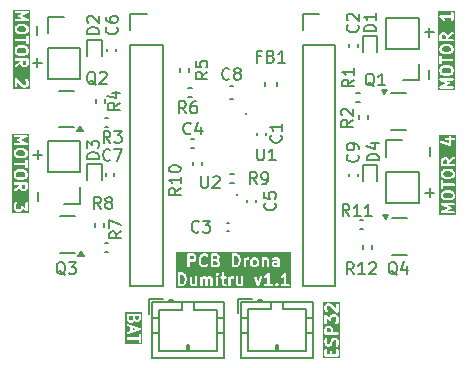
<source format=gbr>
%TF.GenerationSoftware,KiCad,Pcbnew,9.0.4*%
%TF.CreationDate,2025-10-07T14:12:27+03:00*%
%TF.ProjectId,XIaoShield,5849616f-5368-4696-956c-642e6b696361,rev?*%
%TF.SameCoordinates,Original*%
%TF.FileFunction,Legend,Top*%
%TF.FilePolarity,Positive*%
%FSLAX46Y46*%
G04 Gerber Fmt 4.6, Leading zero omitted, Abs format (unit mm)*
G04 Created by KiCad (PCBNEW 9.0.4) date 2025-10-07 14:12:27*
%MOMM*%
%LPD*%
G01*
G04 APERTURE LIST*
%ADD10C,0.200000*%
%ADD11C,0.160000*%
G04 APERTURE END LIST*
D10*
G36*
X186813292Y-71006337D02*
G01*
X186877470Y-71070514D01*
X186907275Y-71130124D01*
X186907275Y-71273386D01*
X186877470Y-71332995D01*
X186813292Y-71397172D01*
X186661631Y-71435088D01*
X186352917Y-71435088D01*
X186201258Y-71397173D01*
X186137079Y-71332994D01*
X186107275Y-71273385D01*
X186107275Y-71130124D01*
X186137079Y-71070515D01*
X186201258Y-71006336D01*
X186352917Y-70968422D01*
X186661631Y-70968422D01*
X186813292Y-71006337D01*
G37*
G36*
X186813292Y-69196813D02*
G01*
X186877470Y-69260990D01*
X186907275Y-69320600D01*
X186907275Y-69463862D01*
X186877470Y-69523471D01*
X186813292Y-69587648D01*
X186661631Y-69625564D01*
X186352917Y-69625564D01*
X186201258Y-69587649D01*
X186137079Y-69523470D01*
X186107275Y-69463861D01*
X186107275Y-69320600D01*
X186137079Y-69260991D01*
X186201258Y-69196812D01*
X186352917Y-69158898D01*
X186661631Y-69158898D01*
X186813292Y-69196813D01*
G37*
G36*
X186376610Y-68188703D02*
G01*
X186401279Y-68213371D01*
X186431084Y-68272981D01*
X186431084Y-68530326D01*
X186107275Y-68530326D01*
X186107275Y-68272981D01*
X186137080Y-68213371D01*
X186161748Y-68188702D01*
X186221358Y-68158898D01*
X186317001Y-68158898D01*
X186376610Y-68188703D01*
G37*
G36*
X187218386Y-72841437D02*
G01*
X185749330Y-72841437D01*
X185749330Y-71978843D01*
X185908434Y-71978843D01*
X185909196Y-71980938D01*
X185909196Y-71983169D01*
X185915840Y-71999210D01*
X185921769Y-72015512D01*
X185923274Y-72017155D01*
X185924128Y-72019217D01*
X185936401Y-72031490D01*
X185948120Y-72044287D01*
X185950764Y-72045853D01*
X185951718Y-72046807D01*
X185953899Y-72047710D01*
X185964986Y-72054278D01*
X186485090Y-72296993D01*
X185964986Y-72539708D01*
X185953899Y-72546275D01*
X185951718Y-72547179D01*
X185950764Y-72548132D01*
X185948120Y-72549699D01*
X185936401Y-72562495D01*
X185924128Y-72574769D01*
X185923274Y-72576830D01*
X185921769Y-72578474D01*
X185915840Y-72594775D01*
X185909196Y-72610817D01*
X185909196Y-72613047D01*
X185908434Y-72615143D01*
X185909196Y-72632482D01*
X185909196Y-72649835D01*
X185910049Y-72651894D01*
X185910147Y-72654123D01*
X185917488Y-72669853D01*
X185924128Y-72685883D01*
X185925704Y-72687459D01*
X185926648Y-72689481D01*
X185939444Y-72701199D01*
X185951718Y-72713473D01*
X185953779Y-72714326D01*
X185955423Y-72715832D01*
X185971724Y-72721760D01*
X185987766Y-72728405D01*
X185990824Y-72728706D01*
X185992092Y-72729167D01*
X185994451Y-72729063D01*
X186007275Y-72730326D01*
X187007275Y-72730326D01*
X187026784Y-72728405D01*
X187062832Y-72713473D01*
X187090422Y-72685883D01*
X187105354Y-72649835D01*
X187105354Y-72610817D01*
X187090422Y-72574769D01*
X187062832Y-72547179D01*
X187026784Y-72532247D01*
X187007275Y-72530326D01*
X186458031Y-72530326D01*
X186763849Y-72387611D01*
X186770990Y-72383380D01*
X186773412Y-72382500D01*
X186775124Y-72380931D01*
X186780715Y-72377620D01*
X186790975Y-72366415D01*
X186802188Y-72356148D01*
X186804067Y-72352120D01*
X186807067Y-72348845D01*
X186812258Y-72334569D01*
X186818688Y-72320791D01*
X186818883Y-72316350D01*
X186820401Y-72312176D01*
X186819733Y-72296993D01*
X186820401Y-72281810D01*
X186818883Y-72277635D01*
X186818688Y-72273195D01*
X186812258Y-72259416D01*
X186807067Y-72245141D01*
X186804067Y-72241865D01*
X186802188Y-72237838D01*
X186790975Y-72227570D01*
X186780715Y-72216366D01*
X186775124Y-72213054D01*
X186773412Y-72211486D01*
X186770990Y-72210605D01*
X186763849Y-72206375D01*
X186458031Y-72063660D01*
X187007275Y-72063660D01*
X187026784Y-72061739D01*
X187062832Y-72046807D01*
X187090422Y-72019217D01*
X187105354Y-71983169D01*
X187105354Y-71944151D01*
X187090422Y-71908103D01*
X187062832Y-71880513D01*
X187026784Y-71865581D01*
X187007275Y-71863660D01*
X186007275Y-71863660D01*
X185994451Y-71864922D01*
X185992092Y-71864819D01*
X185990824Y-71865279D01*
X185987766Y-71865581D01*
X185971724Y-71872225D01*
X185955423Y-71878154D01*
X185953779Y-71879659D01*
X185951718Y-71880513D01*
X185939444Y-71892786D01*
X185926648Y-71904505D01*
X185925704Y-71906526D01*
X185924128Y-71908103D01*
X185917488Y-71924132D01*
X185910147Y-71939863D01*
X185910049Y-71942091D01*
X185909196Y-71944151D01*
X185909196Y-71961503D01*
X185908434Y-71978843D01*
X185749330Y-71978843D01*
X185749330Y-71106517D01*
X185907275Y-71106517D01*
X185907275Y-71296993D01*
X185909196Y-71316502D01*
X185910571Y-71319822D01*
X185910826Y-71323406D01*
X185917832Y-71341714D01*
X185965451Y-71436952D01*
X185970736Y-71445348D01*
X185971747Y-71447788D01*
X185974000Y-71450534D01*
X185975894Y-71453542D01*
X185977888Y-71455271D01*
X185984183Y-71462942D01*
X186079421Y-71558180D01*
X186094575Y-71570616D01*
X186101443Y-71573461D01*
X186107418Y-71577888D01*
X186125878Y-71584483D01*
X186316354Y-71632102D01*
X186319735Y-71632602D01*
X186321099Y-71633167D01*
X186328449Y-71633890D01*
X186335747Y-71634970D01*
X186337205Y-71634752D01*
X186340608Y-71635088D01*
X186673941Y-71635088D01*
X186677343Y-71634752D01*
X186678802Y-71634970D01*
X186686099Y-71633890D01*
X186693450Y-71633167D01*
X186694813Y-71632602D01*
X186698195Y-71632102D01*
X186888670Y-71584483D01*
X186907131Y-71577888D01*
X186913103Y-71573462D01*
X186919974Y-71570617D01*
X186935127Y-71558180D01*
X187030367Y-71462942D01*
X187036660Y-71455273D01*
X187038656Y-71453543D01*
X187040549Y-71450535D01*
X187042803Y-71447789D01*
X187043813Y-71445348D01*
X187049099Y-71436952D01*
X187096718Y-71341715D01*
X187103724Y-71323406D01*
X187103978Y-71319822D01*
X187105354Y-71316502D01*
X187107275Y-71296993D01*
X187107275Y-71106517D01*
X187105354Y-71087008D01*
X187103978Y-71083687D01*
X187103724Y-71080104D01*
X187096718Y-71061795D01*
X187049099Y-70966558D01*
X187043813Y-70958161D01*
X187042803Y-70955721D01*
X187040549Y-70952974D01*
X187038656Y-70949967D01*
X187036660Y-70948236D01*
X187030367Y-70940568D01*
X186935127Y-70845330D01*
X186919974Y-70832893D01*
X186913103Y-70830047D01*
X186907131Y-70825622D01*
X186888670Y-70819027D01*
X186698195Y-70771408D01*
X186694813Y-70770907D01*
X186693450Y-70770343D01*
X186686099Y-70769619D01*
X186678802Y-70768540D01*
X186677343Y-70768757D01*
X186673941Y-70768422D01*
X186340608Y-70768422D01*
X186337205Y-70768757D01*
X186335747Y-70768540D01*
X186328449Y-70769619D01*
X186321099Y-70770343D01*
X186319735Y-70770907D01*
X186316354Y-70771408D01*
X186125878Y-70819027D01*
X186107418Y-70825622D01*
X186101443Y-70830048D01*
X186094575Y-70832894D01*
X186079421Y-70845330D01*
X185984183Y-70940568D01*
X185977888Y-70948238D01*
X185975894Y-70949968D01*
X185974000Y-70952975D01*
X185971747Y-70955722D01*
X185970736Y-70958161D01*
X185965451Y-70966558D01*
X185917832Y-71061796D01*
X185910826Y-71080104D01*
X185910571Y-71083687D01*
X185909196Y-71087008D01*
X185907275Y-71106517D01*
X185749330Y-71106517D01*
X185749330Y-70011279D01*
X185907275Y-70011279D01*
X185907275Y-70582707D01*
X185909196Y-70602216D01*
X185924128Y-70638264D01*
X185951718Y-70665854D01*
X185987766Y-70680786D01*
X186026784Y-70680786D01*
X186062832Y-70665854D01*
X186090422Y-70638264D01*
X186105354Y-70602216D01*
X186107275Y-70582707D01*
X186107275Y-70396993D01*
X187007275Y-70396993D01*
X187026784Y-70395072D01*
X187062832Y-70380140D01*
X187090422Y-70352550D01*
X187105354Y-70316502D01*
X187105354Y-70277484D01*
X187090422Y-70241436D01*
X187062832Y-70213846D01*
X187026784Y-70198914D01*
X187007275Y-70196993D01*
X186107275Y-70196993D01*
X186107275Y-70011279D01*
X186105354Y-69991770D01*
X186090422Y-69955722D01*
X186062832Y-69928132D01*
X186026784Y-69913200D01*
X185987766Y-69913200D01*
X185951718Y-69928132D01*
X185924128Y-69955722D01*
X185909196Y-69991770D01*
X185907275Y-70011279D01*
X185749330Y-70011279D01*
X185749330Y-69296993D01*
X185907275Y-69296993D01*
X185907275Y-69487469D01*
X185909196Y-69506978D01*
X185910571Y-69510298D01*
X185910826Y-69513882D01*
X185917832Y-69532190D01*
X185965451Y-69627428D01*
X185970736Y-69635824D01*
X185971747Y-69638264D01*
X185974000Y-69641010D01*
X185975894Y-69644018D01*
X185977888Y-69645747D01*
X185984183Y-69653418D01*
X186079421Y-69748656D01*
X186094575Y-69761092D01*
X186101443Y-69763937D01*
X186107418Y-69768364D01*
X186125878Y-69774959D01*
X186316354Y-69822578D01*
X186319735Y-69823078D01*
X186321099Y-69823643D01*
X186328449Y-69824366D01*
X186335747Y-69825446D01*
X186337205Y-69825228D01*
X186340608Y-69825564D01*
X186673941Y-69825564D01*
X186677343Y-69825228D01*
X186678802Y-69825446D01*
X186686099Y-69824366D01*
X186693450Y-69823643D01*
X186694813Y-69823078D01*
X186698195Y-69822578D01*
X186888670Y-69774959D01*
X186907131Y-69768364D01*
X186913103Y-69763938D01*
X186919974Y-69761093D01*
X186935127Y-69748656D01*
X187030367Y-69653418D01*
X187036660Y-69645749D01*
X187038656Y-69644019D01*
X187040549Y-69641011D01*
X187042803Y-69638265D01*
X187043813Y-69635824D01*
X187049099Y-69627428D01*
X187096718Y-69532191D01*
X187103724Y-69513882D01*
X187103978Y-69510298D01*
X187105354Y-69506978D01*
X187107275Y-69487469D01*
X187107275Y-69296993D01*
X187105354Y-69277484D01*
X187103978Y-69274163D01*
X187103724Y-69270580D01*
X187096718Y-69252271D01*
X187049099Y-69157034D01*
X187043813Y-69148637D01*
X187042803Y-69146197D01*
X187040549Y-69143450D01*
X187038656Y-69140443D01*
X187036660Y-69138712D01*
X187030367Y-69131044D01*
X186935127Y-69035806D01*
X186919974Y-69023369D01*
X186913103Y-69020523D01*
X186907131Y-69016098D01*
X186888670Y-69009503D01*
X186698195Y-68961884D01*
X186694813Y-68961383D01*
X186693450Y-68960819D01*
X186686099Y-68960095D01*
X186678802Y-68959016D01*
X186677343Y-68959233D01*
X186673941Y-68958898D01*
X186340608Y-68958898D01*
X186337205Y-68959233D01*
X186335747Y-68959016D01*
X186328449Y-68960095D01*
X186321099Y-68960819D01*
X186319735Y-68961383D01*
X186316354Y-68961884D01*
X186125878Y-69009503D01*
X186107418Y-69016098D01*
X186101443Y-69020524D01*
X186094575Y-69023370D01*
X186079421Y-69035806D01*
X185984183Y-69131044D01*
X185977888Y-69138714D01*
X185975894Y-69140444D01*
X185974000Y-69143451D01*
X185971747Y-69146198D01*
X185970736Y-69148637D01*
X185965451Y-69157034D01*
X185917832Y-69252272D01*
X185910826Y-69270580D01*
X185910571Y-69274163D01*
X185909196Y-69277484D01*
X185907275Y-69296993D01*
X185749330Y-69296993D01*
X185749330Y-68249374D01*
X185907275Y-68249374D01*
X185907275Y-68630326D01*
X185909196Y-68649835D01*
X185924128Y-68685883D01*
X185951718Y-68713473D01*
X185987766Y-68728405D01*
X186007275Y-68730326D01*
X187007275Y-68730326D01*
X187026784Y-68728405D01*
X187062832Y-68713473D01*
X187090422Y-68685883D01*
X187105354Y-68649835D01*
X187105354Y-68610817D01*
X187090422Y-68574769D01*
X187062832Y-68547179D01*
X187026784Y-68532247D01*
X187007275Y-68530326D01*
X186631084Y-68530326D01*
X186631084Y-68444296D01*
X187064621Y-68140821D01*
X187079502Y-68128060D01*
X187100471Y-68095155D01*
X187107252Y-68056730D01*
X187098812Y-68018636D01*
X187076437Y-67986671D01*
X187043532Y-67965702D01*
X187005108Y-67958921D01*
X186967013Y-67967361D01*
X186949929Y-67976975D01*
X186621403Y-68206942D01*
X186620527Y-68204652D01*
X186572908Y-68109415D01*
X186567622Y-68101018D01*
X186566612Y-68098578D01*
X186564358Y-68095832D01*
X186562465Y-68092824D01*
X186560467Y-68091091D01*
X186554175Y-68083425D01*
X186506557Y-68035806D01*
X186498886Y-68029511D01*
X186497157Y-68027517D01*
X186494149Y-68025623D01*
X186491403Y-68023370D01*
X186488963Y-68022359D01*
X186480567Y-68017074D01*
X186385329Y-67969455D01*
X186367021Y-67962449D01*
X186363437Y-67962194D01*
X186360117Y-67960819D01*
X186340608Y-67958898D01*
X186197751Y-67958898D01*
X186178242Y-67960819D01*
X186174921Y-67962194D01*
X186171338Y-67962449D01*
X186153029Y-67969455D01*
X186057792Y-68017074D01*
X186049395Y-68022359D01*
X186046955Y-68023370D01*
X186044209Y-68025623D01*
X186041201Y-68027517D01*
X186039468Y-68029514D01*
X186031802Y-68035807D01*
X185984183Y-68083425D01*
X185977888Y-68091095D01*
X185975894Y-68092825D01*
X185974000Y-68095832D01*
X185971747Y-68098579D01*
X185970736Y-68101018D01*
X185965451Y-68109415D01*
X185917832Y-68204653D01*
X185910826Y-68222961D01*
X185910571Y-68226544D01*
X185909196Y-68229865D01*
X185907275Y-68249374D01*
X185749330Y-68249374D01*
X185749330Y-66665438D01*
X185860441Y-66665438D01*
X185863207Y-66704358D01*
X185880657Y-66739257D01*
X185910133Y-66764822D01*
X185928033Y-66772813D01*
X186642318Y-67010908D01*
X186651990Y-67013107D01*
X186654432Y-67014119D01*
X186656438Y-67014119D01*
X186661433Y-67015255D01*
X186677417Y-67014119D01*
X186693450Y-67014119D01*
X186696770Y-67012743D01*
X186700353Y-67012489D01*
X186714683Y-67005323D01*
X186729498Y-66999187D01*
X186732039Y-66996645D01*
X186735252Y-66995039D01*
X186745749Y-66982935D01*
X186757088Y-66971597D01*
X186758463Y-66968276D01*
X186760817Y-66965563D01*
X186765884Y-66950361D01*
X186772020Y-66935549D01*
X186772522Y-66930448D01*
X186773156Y-66928547D01*
X186772968Y-66925913D01*
X186773941Y-66916040D01*
X186773941Y-66539850D01*
X187007275Y-66539850D01*
X187026784Y-66537929D01*
X187062832Y-66522997D01*
X187090422Y-66495407D01*
X187105354Y-66459359D01*
X187105354Y-66420341D01*
X187090422Y-66384293D01*
X187062832Y-66356703D01*
X187026784Y-66341771D01*
X187007275Y-66339850D01*
X186773941Y-66339850D01*
X186773941Y-66296993D01*
X186772020Y-66277484D01*
X186757088Y-66241436D01*
X186729498Y-66213846D01*
X186693450Y-66198914D01*
X186654432Y-66198914D01*
X186618384Y-66213846D01*
X186590794Y-66241436D01*
X186575862Y-66277484D01*
X186573941Y-66296993D01*
X186573941Y-66339850D01*
X186340608Y-66339850D01*
X186321099Y-66341771D01*
X186285051Y-66356703D01*
X186257461Y-66384293D01*
X186242529Y-66420341D01*
X186242529Y-66459359D01*
X186257461Y-66495407D01*
X186285051Y-66522997D01*
X186321099Y-66537929D01*
X186340608Y-66539850D01*
X186573941Y-66539850D01*
X186573941Y-66777297D01*
X185991279Y-66583077D01*
X185972163Y-66578730D01*
X185933243Y-66581496D01*
X185898344Y-66598946D01*
X185872779Y-66628422D01*
X185860441Y-66665438D01*
X185749330Y-66665438D01*
X185749330Y-66087803D01*
X187218386Y-66087803D01*
X187218386Y-72841437D01*
G37*
D11*
X184911653Y-57033358D02*
X184911653Y-57795263D01*
X184530700Y-57414310D02*
X185292605Y-57414310D01*
X184911653Y-60557168D02*
X184911653Y-61319073D01*
D10*
G36*
X164067884Y-77952240D02*
G01*
X164134957Y-78019313D01*
X164170409Y-78090218D01*
X164212380Y-78258099D01*
X164212380Y-78376337D01*
X164170409Y-78544218D01*
X164134956Y-78615124D01*
X164067885Y-78682197D01*
X163962820Y-78717219D01*
X163840952Y-78717219D01*
X163840952Y-77917219D01*
X163962820Y-77917219D01*
X164067884Y-77952240D01*
G37*
G36*
X166972647Y-76818486D02*
G01*
X166992099Y-76837938D01*
X167021904Y-76897548D01*
X167021904Y-76993191D01*
X166992099Y-77052799D01*
X166967430Y-77077469D01*
X166907821Y-77107275D01*
X166650476Y-77107275D01*
X166650476Y-76783465D01*
X166867582Y-76783465D01*
X166972647Y-76818486D01*
G37*
G36*
X166919811Y-76337080D02*
G01*
X166944480Y-76361748D01*
X166974285Y-76421358D01*
X166974285Y-76469382D01*
X166944480Y-76528991D01*
X166919811Y-76553659D01*
X166860202Y-76583465D01*
X166650476Y-76583465D01*
X166650476Y-76307275D01*
X166860202Y-76307275D01*
X166919811Y-76337080D01*
G37*
G36*
X168639313Y-76342296D02*
G01*
X168706386Y-76409369D01*
X168741838Y-76480274D01*
X168783809Y-76648155D01*
X168783809Y-76766393D01*
X168741838Y-76934274D01*
X168706385Y-77005180D01*
X168639314Y-77072253D01*
X168534249Y-77107275D01*
X168412381Y-77107275D01*
X168412381Y-76307275D01*
X168534249Y-76307275D01*
X168639313Y-76342296D01*
G37*
G36*
X170253145Y-76670413D02*
G01*
X170277814Y-76695081D01*
X170307619Y-76754691D01*
X170307619Y-76993191D01*
X170277814Y-77052799D01*
X170253145Y-77077469D01*
X170193536Y-77107275D01*
X170097893Y-77107275D01*
X170038283Y-77077470D01*
X170013616Y-77052802D01*
X169983810Y-76993190D01*
X169983810Y-76754691D01*
X170013615Y-76695081D01*
X170038283Y-76670412D01*
X170097893Y-76640608D01*
X170193536Y-76640608D01*
X170253145Y-76670413D01*
G37*
G36*
X172069524Y-77097852D02*
G01*
X172050679Y-77107275D01*
X171859798Y-77107275D01*
X171815488Y-77085120D01*
X171793334Y-77040810D01*
X171793334Y-76992786D01*
X171815489Y-76948476D01*
X171859798Y-76926322D01*
X172069524Y-76926322D01*
X172069524Y-77097852D01*
G37*
G36*
X164967430Y-76337080D02*
G01*
X164992099Y-76361748D01*
X165021904Y-76421358D01*
X165021904Y-76517001D01*
X164992099Y-76576610D01*
X164967430Y-76601278D01*
X164907821Y-76631084D01*
X164650476Y-76631084D01*
X164650476Y-76307275D01*
X164907821Y-76307275D01*
X164967430Y-76337080D01*
G37*
G36*
X173235856Y-79028330D02*
G01*
X163529841Y-79028330D01*
X163529841Y-77817219D01*
X163640952Y-77817219D01*
X163640952Y-78817219D01*
X163642873Y-78836728D01*
X163657805Y-78872776D01*
X163685395Y-78900366D01*
X163721443Y-78915298D01*
X163740952Y-78917219D01*
X163979047Y-78917219D01*
X163988920Y-78916246D01*
X163991554Y-78916434D01*
X163995017Y-78915646D01*
X163998556Y-78915298D01*
X164000998Y-78914286D01*
X164010670Y-78912087D01*
X164153526Y-78864468D01*
X164171427Y-78856477D01*
X164174142Y-78854122D01*
X164177462Y-78852747D01*
X164192615Y-78840310D01*
X164287853Y-78745071D01*
X164294145Y-78737404D01*
X164296142Y-78735673D01*
X164298035Y-78732665D01*
X164300290Y-78729918D01*
X164301301Y-78727476D01*
X164306585Y-78719082D01*
X164354204Y-78623845D01*
X164354750Y-78622416D01*
X164355180Y-78621837D01*
X164358101Y-78613660D01*
X164361210Y-78605536D01*
X164361261Y-78604815D01*
X164361775Y-78603377D01*
X164409394Y-78412901D01*
X164409894Y-78409519D01*
X164410459Y-78408156D01*
X164411182Y-78400805D01*
X164412262Y-78393508D01*
X164412044Y-78392049D01*
X164412380Y-78388647D01*
X164412380Y-78245790D01*
X164412044Y-78242387D01*
X164412262Y-78240929D01*
X164411182Y-78233631D01*
X164410459Y-78226281D01*
X164409894Y-78224917D01*
X164409394Y-78221536D01*
X164391648Y-78150552D01*
X164640952Y-78150552D01*
X164640952Y-78674361D01*
X164642873Y-78693870D01*
X164644248Y-78697190D01*
X164644503Y-78700773D01*
X164651509Y-78719082D01*
X164699128Y-78814321D01*
X164701181Y-78817584D01*
X164701695Y-78819123D01*
X164703357Y-78821039D01*
X164709571Y-78830911D01*
X164719042Y-78839125D01*
X164727259Y-78848600D01*
X164737129Y-78854812D01*
X164739047Y-78856476D01*
X164740587Y-78856989D01*
X164743850Y-78859043D01*
X164839087Y-78906662D01*
X164857396Y-78913668D01*
X164860979Y-78913922D01*
X164864300Y-78915298D01*
X164883809Y-78917219D01*
X165026666Y-78917219D01*
X165046175Y-78915298D01*
X165049495Y-78913922D01*
X165053079Y-78913668D01*
X165071387Y-78906662D01*
X165103970Y-78890370D01*
X165113966Y-78900366D01*
X165150014Y-78915298D01*
X165189032Y-78915298D01*
X165225080Y-78900366D01*
X165252670Y-78872776D01*
X165267602Y-78836728D01*
X165269523Y-78817219D01*
X165269523Y-78150552D01*
X165545714Y-78150552D01*
X165545714Y-78817219D01*
X165547635Y-78836728D01*
X165562567Y-78872776D01*
X165590157Y-78900366D01*
X165626205Y-78915298D01*
X165665223Y-78915298D01*
X165701271Y-78900366D01*
X165728861Y-78872776D01*
X165743793Y-78836728D01*
X165745714Y-78817219D01*
X165745714Y-78287211D01*
X165752568Y-78280356D01*
X165812178Y-78250552D01*
X165907821Y-78250552D01*
X165952130Y-78272707D01*
X165974285Y-78317016D01*
X165974285Y-78817219D01*
X165976206Y-78836728D01*
X165991138Y-78872776D01*
X166018728Y-78900366D01*
X166054776Y-78915298D01*
X166093794Y-78915298D01*
X166129842Y-78900366D01*
X166157432Y-78872776D01*
X166172364Y-78836728D01*
X166174285Y-78817219D01*
X166174285Y-78317016D01*
X166196440Y-78272706D01*
X166240749Y-78250552D01*
X166336392Y-78250552D01*
X166380702Y-78272706D01*
X166402857Y-78317016D01*
X166402857Y-78817219D01*
X166404778Y-78836728D01*
X166419710Y-78872776D01*
X166447300Y-78900366D01*
X166483348Y-78915298D01*
X166522366Y-78915298D01*
X166558414Y-78900366D01*
X166586004Y-78872776D01*
X166600936Y-78836728D01*
X166602857Y-78817219D01*
X166602857Y-78293409D01*
X166600936Y-78273900D01*
X166599560Y-78270579D01*
X166599306Y-78266996D01*
X166592300Y-78248687D01*
X166544681Y-78153450D01*
X166542857Y-78150552D01*
X166879047Y-78150552D01*
X166879047Y-78817219D01*
X166880968Y-78836728D01*
X166895900Y-78872776D01*
X166923490Y-78900366D01*
X166959538Y-78915298D01*
X166998556Y-78915298D01*
X167034604Y-78900366D01*
X167062194Y-78872776D01*
X167077126Y-78836728D01*
X167079047Y-78817219D01*
X167079047Y-78150552D01*
X167077126Y-78131043D01*
X167214301Y-78131043D01*
X167214301Y-78170061D01*
X167229233Y-78206109D01*
X167256823Y-78233699D01*
X167292871Y-78248631D01*
X167312380Y-78250552D01*
X167355237Y-78250552D01*
X167355237Y-78674361D01*
X167357158Y-78693870D01*
X167358533Y-78697190D01*
X167358788Y-78700773D01*
X167365794Y-78719082D01*
X167413413Y-78814321D01*
X167415466Y-78817584D01*
X167415980Y-78819123D01*
X167417642Y-78821039D01*
X167423856Y-78830911D01*
X167433327Y-78839125D01*
X167441544Y-78848600D01*
X167451414Y-78854812D01*
X167453332Y-78856476D01*
X167454872Y-78856989D01*
X167458135Y-78859043D01*
X167553372Y-78906662D01*
X167571681Y-78913668D01*
X167575264Y-78913922D01*
X167578585Y-78915298D01*
X167598094Y-78917219D01*
X167693332Y-78917219D01*
X167712841Y-78915298D01*
X167748889Y-78900366D01*
X167776479Y-78872776D01*
X167791411Y-78836728D01*
X167791411Y-78797710D01*
X167776479Y-78761662D01*
X167748889Y-78734072D01*
X167712841Y-78719140D01*
X167693332Y-78717219D01*
X167621701Y-78717219D01*
X167577391Y-78695064D01*
X167555237Y-78650754D01*
X167555237Y-78250552D01*
X167693332Y-78250552D01*
X167712841Y-78248631D01*
X167748889Y-78233699D01*
X167776479Y-78206109D01*
X167791411Y-78170061D01*
X167791411Y-78150552D01*
X167926666Y-78150552D01*
X167926666Y-78817219D01*
X167928587Y-78836728D01*
X167943519Y-78872776D01*
X167971109Y-78900366D01*
X168007157Y-78915298D01*
X168046175Y-78915298D01*
X168082223Y-78900366D01*
X168109813Y-78872776D01*
X168124745Y-78836728D01*
X168126666Y-78817219D01*
X168126666Y-78364635D01*
X168156471Y-78305025D01*
X168181139Y-78280356D01*
X168240749Y-78250552D01*
X168312380Y-78250552D01*
X168331889Y-78248631D01*
X168367937Y-78233699D01*
X168395527Y-78206109D01*
X168410459Y-78170061D01*
X168410459Y-78150552D01*
X168545714Y-78150552D01*
X168545714Y-78674361D01*
X168547635Y-78693870D01*
X168549010Y-78697190D01*
X168549265Y-78700773D01*
X168556271Y-78719082D01*
X168603890Y-78814321D01*
X168605943Y-78817584D01*
X168606457Y-78819123D01*
X168608119Y-78821039D01*
X168614333Y-78830911D01*
X168623804Y-78839125D01*
X168632021Y-78848600D01*
X168641891Y-78854812D01*
X168643809Y-78856476D01*
X168645349Y-78856989D01*
X168648612Y-78859043D01*
X168743849Y-78906662D01*
X168762158Y-78913668D01*
X168765741Y-78913922D01*
X168769062Y-78915298D01*
X168788571Y-78917219D01*
X168931428Y-78917219D01*
X168950937Y-78915298D01*
X168954257Y-78913922D01*
X168957841Y-78913668D01*
X168976149Y-78906662D01*
X169008732Y-78890370D01*
X169018728Y-78900366D01*
X169054776Y-78915298D01*
X169093794Y-78915298D01*
X169129842Y-78900366D01*
X169157432Y-78872776D01*
X169172364Y-78836728D01*
X169174285Y-78817219D01*
X169174285Y-78165167D01*
X170118216Y-78165167D01*
X170122969Y-78184186D01*
X170361064Y-78850852D01*
X170369434Y-78868579D01*
X170372804Y-78872301D01*
X170374952Y-78876836D01*
X170385803Y-78886659D01*
X170395621Y-78897504D01*
X170400153Y-78899651D01*
X170403878Y-78903023D01*
X170417668Y-78907947D01*
X170430883Y-78914208D01*
X170435893Y-78914457D01*
X170440623Y-78916146D01*
X170455244Y-78915418D01*
X170469853Y-78916145D01*
X170474578Y-78914457D01*
X170479593Y-78914208D01*
X170492819Y-78907942D01*
X170506598Y-78903022D01*
X170510318Y-78899653D01*
X170514855Y-78897505D01*
X170524677Y-78886654D01*
X170535524Y-78876836D01*
X170537671Y-78872301D01*
X170541042Y-78868579D01*
X170549412Y-78850853D01*
X170787507Y-78184186D01*
X170792260Y-78165167D01*
X170790322Y-78126197D01*
X170773619Y-78090935D01*
X170773057Y-78090426D01*
X170927452Y-78090426D01*
X170930218Y-78129346D01*
X170947667Y-78164245D01*
X170977144Y-78189809D01*
X171014160Y-78202148D01*
X171053080Y-78199382D01*
X171071388Y-78192376D01*
X171166626Y-78144757D01*
X171175022Y-78139471D01*
X171177462Y-78138461D01*
X171180208Y-78136207D01*
X171183216Y-78134314D01*
X171184945Y-78132319D01*
X171192616Y-78126025D01*
X171212381Y-78106260D01*
X171212381Y-78717219D01*
X171026667Y-78717219D01*
X171007158Y-78719140D01*
X170971110Y-78734072D01*
X170943520Y-78761662D01*
X170928588Y-78797710D01*
X170928588Y-78836728D01*
X170943520Y-78872776D01*
X170971110Y-78900366D01*
X171007158Y-78915298D01*
X171026667Y-78917219D01*
X171598095Y-78917219D01*
X171617604Y-78915298D01*
X171653652Y-78900366D01*
X171681242Y-78872776D01*
X171696174Y-78836728D01*
X171696174Y-78797710D01*
X171681242Y-78761662D01*
X171669671Y-78750091D01*
X171880969Y-78750091D01*
X171880969Y-78789109D01*
X171883829Y-78796013D01*
X171895901Y-78825158D01*
X171895905Y-78825162D01*
X171908337Y-78840311D01*
X171955956Y-78887929D01*
X171971109Y-78900366D01*
X171977522Y-78903022D01*
X172007158Y-78915298D01*
X172046176Y-78915298D01*
X172082224Y-78900366D01*
X172097378Y-78887930D01*
X172144996Y-78840311D01*
X172157433Y-78825158D01*
X172161922Y-78814321D01*
X172172364Y-78789110D01*
X172172365Y-78750092D01*
X172157434Y-78714043D01*
X172144997Y-78698890D01*
X172097378Y-78651270D01*
X172082225Y-78638833D01*
X172060031Y-78629640D01*
X172046176Y-78623901D01*
X172007158Y-78623901D01*
X171996600Y-78628274D01*
X171971110Y-78638832D01*
X171971109Y-78638833D01*
X171955955Y-78651270D01*
X171908337Y-78698890D01*
X171895900Y-78714043D01*
X171887604Y-78734072D01*
X171880969Y-78750091D01*
X171669671Y-78750091D01*
X171653652Y-78734072D01*
X171617604Y-78719140D01*
X171598095Y-78717219D01*
X171412381Y-78717219D01*
X171412381Y-78090426D01*
X172356023Y-78090426D01*
X172358789Y-78129346D01*
X172376238Y-78164245D01*
X172405715Y-78189809D01*
X172442731Y-78202148D01*
X172481651Y-78199382D01*
X172499959Y-78192376D01*
X172595197Y-78144757D01*
X172603593Y-78139471D01*
X172606033Y-78138461D01*
X172608779Y-78136207D01*
X172611787Y-78134314D01*
X172613516Y-78132319D01*
X172621187Y-78126025D01*
X172640952Y-78106260D01*
X172640952Y-78717219D01*
X172455238Y-78717219D01*
X172435729Y-78719140D01*
X172399681Y-78734072D01*
X172372091Y-78761662D01*
X172357159Y-78797710D01*
X172357159Y-78836728D01*
X172372091Y-78872776D01*
X172399681Y-78900366D01*
X172435729Y-78915298D01*
X172455238Y-78917219D01*
X173026666Y-78917219D01*
X173046175Y-78915298D01*
X173082223Y-78900366D01*
X173109813Y-78872776D01*
X173124745Y-78836728D01*
X173124745Y-78797710D01*
X173109813Y-78761662D01*
X173082223Y-78734072D01*
X173046175Y-78719140D01*
X173026666Y-78717219D01*
X172840952Y-78717219D01*
X172840952Y-77817219D01*
X172840945Y-77817148D01*
X172840952Y-77817114D01*
X172840931Y-77817012D01*
X172839031Y-77797710D01*
X172835241Y-77788561D01*
X172833300Y-77778854D01*
X172827848Y-77770713D01*
X172824099Y-77761662D01*
X172817099Y-77754662D01*
X172811589Y-77746434D01*
X172803434Y-77740997D01*
X172796509Y-77734072D01*
X172787365Y-77730284D01*
X172779124Y-77724790D01*
X172769510Y-77722888D01*
X172760461Y-77719140D01*
X172750560Y-77719140D01*
X172740848Y-77717219D01*
X172731243Y-77719140D01*
X172721443Y-77719140D01*
X172712294Y-77722929D01*
X172702587Y-77724871D01*
X172694446Y-77730322D01*
X172685395Y-77734072D01*
X172678395Y-77741071D01*
X172670167Y-77746582D01*
X172657878Y-77761588D01*
X172657805Y-77761662D01*
X172657791Y-77761694D01*
X172657747Y-77761749D01*
X172568003Y-77896365D01*
X172491239Y-77973128D01*
X172410517Y-78013490D01*
X172393926Y-78023933D01*
X172368362Y-78053410D01*
X172356023Y-78090426D01*
X171412381Y-78090426D01*
X171412381Y-77817219D01*
X171412374Y-77817148D01*
X171412381Y-77817114D01*
X171412360Y-77817012D01*
X171410460Y-77797710D01*
X171406670Y-77788561D01*
X171404729Y-77778854D01*
X171399277Y-77770713D01*
X171395528Y-77761662D01*
X171388528Y-77754662D01*
X171383018Y-77746434D01*
X171374863Y-77740997D01*
X171367938Y-77734072D01*
X171358794Y-77730284D01*
X171350553Y-77724790D01*
X171340939Y-77722888D01*
X171331890Y-77719140D01*
X171321989Y-77719140D01*
X171312277Y-77717219D01*
X171302672Y-77719140D01*
X171292872Y-77719140D01*
X171283723Y-77722929D01*
X171274016Y-77724871D01*
X171265875Y-77730322D01*
X171256824Y-77734072D01*
X171249824Y-77741071D01*
X171241596Y-77746582D01*
X171229307Y-77761588D01*
X171229234Y-77761662D01*
X171229220Y-77761694D01*
X171229176Y-77761749D01*
X171139432Y-77896365D01*
X171062668Y-77973128D01*
X170981946Y-78013490D01*
X170965355Y-78023933D01*
X170939791Y-78053410D01*
X170927452Y-78090426D01*
X170773057Y-78090426D01*
X170744693Y-78064749D01*
X170707948Y-78051626D01*
X170668978Y-78053563D01*
X170633716Y-78070267D01*
X170607529Y-78099192D01*
X170599159Y-78116919D01*
X170455238Y-78519897D01*
X170311317Y-78116918D01*
X170302947Y-78099192D01*
X170276760Y-78070266D01*
X170241498Y-78053563D01*
X170202528Y-78051625D01*
X170165783Y-78064748D01*
X170136857Y-78090935D01*
X170120154Y-78126197D01*
X170118216Y-78165167D01*
X169174285Y-78165167D01*
X169174285Y-78150552D01*
X169172364Y-78131043D01*
X169157432Y-78094995D01*
X169129842Y-78067405D01*
X169093794Y-78052473D01*
X169054776Y-78052473D01*
X169018728Y-78067405D01*
X168991138Y-78094995D01*
X168976206Y-78131043D01*
X168974285Y-78150552D01*
X168974285Y-78680559D01*
X168967430Y-78687413D01*
X168907821Y-78717219D01*
X168812178Y-78717219D01*
X168767868Y-78695064D01*
X168745714Y-78650754D01*
X168745714Y-78150552D01*
X168743793Y-78131043D01*
X168728861Y-78094995D01*
X168701271Y-78067405D01*
X168665223Y-78052473D01*
X168626205Y-78052473D01*
X168590157Y-78067405D01*
X168562567Y-78094995D01*
X168547635Y-78131043D01*
X168545714Y-78150552D01*
X168410459Y-78150552D01*
X168410459Y-78131043D01*
X168395527Y-78094995D01*
X168367937Y-78067405D01*
X168331889Y-78052473D01*
X168312380Y-78050552D01*
X168217142Y-78050552D01*
X168197633Y-78052473D01*
X168194312Y-78053848D01*
X168190729Y-78054103D01*
X168172420Y-78061109D01*
X168108091Y-78093273D01*
X168082223Y-78067405D01*
X168046175Y-78052473D01*
X168007157Y-78052473D01*
X167971109Y-78067405D01*
X167943519Y-78094995D01*
X167928587Y-78131043D01*
X167926666Y-78150552D01*
X167791411Y-78150552D01*
X167791411Y-78131043D01*
X167776479Y-78094995D01*
X167748889Y-78067405D01*
X167712841Y-78052473D01*
X167693332Y-78050552D01*
X167555237Y-78050552D01*
X167555237Y-77817219D01*
X167553316Y-77797710D01*
X167538384Y-77761662D01*
X167510794Y-77734072D01*
X167474746Y-77719140D01*
X167435728Y-77719140D01*
X167399680Y-77734072D01*
X167372090Y-77761662D01*
X167357158Y-77797710D01*
X167355237Y-77817219D01*
X167355237Y-78050552D01*
X167312380Y-78050552D01*
X167292871Y-78052473D01*
X167256823Y-78067405D01*
X167229233Y-78094995D01*
X167214301Y-78131043D01*
X167077126Y-78131043D01*
X167062194Y-78094995D01*
X167034604Y-78067405D01*
X166998556Y-78052473D01*
X166959538Y-78052473D01*
X166923490Y-78067405D01*
X166895900Y-78094995D01*
X166880968Y-78131043D01*
X166879047Y-78150552D01*
X166542857Y-78150552D01*
X166542627Y-78150187D01*
X166542114Y-78148647D01*
X166540450Y-78146729D01*
X166534238Y-78136859D01*
X166524763Y-78128642D01*
X166516549Y-78119171D01*
X166506677Y-78112957D01*
X166504761Y-78111295D01*
X166503222Y-78110781D01*
X166499959Y-78108728D01*
X166404720Y-78061109D01*
X166386411Y-78054103D01*
X166382828Y-78053848D01*
X166379508Y-78052473D01*
X166359999Y-78050552D01*
X166217142Y-78050552D01*
X166197633Y-78052473D01*
X166194312Y-78053848D01*
X166190729Y-78054103D01*
X166172420Y-78061109D01*
X166077183Y-78108728D01*
X166074284Y-78110552D01*
X166071387Y-78108728D01*
X165976149Y-78061109D01*
X165957841Y-78054103D01*
X165954257Y-78053848D01*
X165950937Y-78052473D01*
X165931428Y-78050552D01*
X165788571Y-78050552D01*
X165769062Y-78052473D01*
X165765741Y-78053848D01*
X165762158Y-78054103D01*
X165743849Y-78061109D01*
X165711266Y-78077400D01*
X165701271Y-78067405D01*
X165665223Y-78052473D01*
X165626205Y-78052473D01*
X165590157Y-78067405D01*
X165562567Y-78094995D01*
X165547635Y-78131043D01*
X165545714Y-78150552D01*
X165269523Y-78150552D01*
X165267602Y-78131043D01*
X165252670Y-78094995D01*
X165225080Y-78067405D01*
X165189032Y-78052473D01*
X165150014Y-78052473D01*
X165113966Y-78067405D01*
X165086376Y-78094995D01*
X165071444Y-78131043D01*
X165069523Y-78150552D01*
X165069523Y-78680559D01*
X165062668Y-78687413D01*
X165003059Y-78717219D01*
X164907416Y-78717219D01*
X164863106Y-78695064D01*
X164840952Y-78650754D01*
X164840952Y-78150552D01*
X164839031Y-78131043D01*
X164824099Y-78094995D01*
X164796509Y-78067405D01*
X164760461Y-78052473D01*
X164721443Y-78052473D01*
X164685395Y-78067405D01*
X164657805Y-78094995D01*
X164642873Y-78131043D01*
X164640952Y-78150552D01*
X164391648Y-78150552D01*
X164361775Y-78031060D01*
X164361261Y-78029621D01*
X164361210Y-78028901D01*
X164358101Y-78020776D01*
X164355180Y-78012600D01*
X164354750Y-78012020D01*
X164354204Y-78010592D01*
X164306585Y-77915355D01*
X164301298Y-77906956D01*
X164300289Y-77904519D01*
X164298037Y-77901775D01*
X164296142Y-77898764D01*
X164294144Y-77897031D01*
X164287853Y-77889365D01*
X164243817Y-77845329D01*
X166833349Y-77845329D01*
X166833349Y-77884347D01*
X166848281Y-77920395D01*
X166860717Y-77935549D01*
X166908336Y-77983167D01*
X166923489Y-77995604D01*
X166930339Y-77998441D01*
X166959538Y-78010536D01*
X166998556Y-78010536D01*
X167034604Y-77995604D01*
X167049758Y-77983168D01*
X167097376Y-77935549D01*
X167109813Y-77920396D01*
X167124744Y-77884347D01*
X167124744Y-77845329D01*
X167121884Y-77838425D01*
X167109813Y-77809280D01*
X167097376Y-77794127D01*
X167049758Y-77746508D01*
X167034604Y-77734072D01*
X166998556Y-77719140D01*
X166959538Y-77719140D01*
X166934047Y-77729698D01*
X166923489Y-77734072D01*
X166908336Y-77746509D01*
X166860717Y-77794127D01*
X166848282Y-77809280D01*
X166848281Y-77809281D01*
X166833349Y-77845329D01*
X164243817Y-77845329D01*
X164192615Y-77794127D01*
X164177461Y-77781691D01*
X164174142Y-77780316D01*
X164171427Y-77777961D01*
X164153526Y-77769970D01*
X164010670Y-77722351D01*
X164000998Y-77720151D01*
X163998556Y-77719140D01*
X163995017Y-77718791D01*
X163991554Y-77718004D01*
X163988920Y-77718191D01*
X163979047Y-77717219D01*
X163740952Y-77717219D01*
X163721443Y-77719140D01*
X163685395Y-77734072D01*
X163657805Y-77761662D01*
X163642873Y-77797710D01*
X163640952Y-77817219D01*
X163529841Y-77817219D01*
X163529841Y-76207275D01*
X164450476Y-76207275D01*
X164450476Y-77207275D01*
X164452397Y-77226784D01*
X164467329Y-77262832D01*
X164494919Y-77290422D01*
X164530967Y-77305354D01*
X164569985Y-77305354D01*
X164606033Y-77290422D01*
X164633623Y-77262832D01*
X164648555Y-77226784D01*
X164650476Y-77207275D01*
X164650476Y-76831084D01*
X164931428Y-76831084D01*
X164950937Y-76829163D01*
X164954257Y-76827787D01*
X164957841Y-76827533D01*
X164976149Y-76820527D01*
X165071387Y-76772908D01*
X165079783Y-76767622D01*
X165082223Y-76766612D01*
X165084969Y-76764358D01*
X165087977Y-76762465D01*
X165089706Y-76760470D01*
X165097377Y-76754176D01*
X165144995Y-76706557D01*
X165151287Y-76698890D01*
X165153285Y-76697158D01*
X165155178Y-76694149D01*
X165157432Y-76691404D01*
X165158442Y-76688963D01*
X165163728Y-76680567D01*
X165186089Y-76635846D01*
X165402857Y-76635846D01*
X165402857Y-76778703D01*
X165403192Y-76782105D01*
X165402975Y-76783564D01*
X165404054Y-76790861D01*
X165404778Y-76798212D01*
X165405342Y-76799575D01*
X165405843Y-76802957D01*
X165453462Y-76993432D01*
X165453975Y-76994869D01*
X165454027Y-76995592D01*
X165457135Y-77003716D01*
X165460057Y-77011893D01*
X165460487Y-77012473D01*
X165461033Y-77013900D01*
X165508652Y-77109138D01*
X165513934Y-77117530D01*
X165514947Y-77119974D01*
X165517203Y-77122723D01*
X165519095Y-77125728D01*
X165521089Y-77127457D01*
X165527384Y-77135127D01*
X165622622Y-77230367D01*
X165637775Y-77242803D01*
X165641094Y-77244178D01*
X165643810Y-77246533D01*
X165661710Y-77254524D01*
X165804567Y-77302143D01*
X165814239Y-77304342D01*
X165816681Y-77305354D01*
X165820218Y-77305702D01*
X165823682Y-77306490D01*
X165826316Y-77306302D01*
X165836190Y-77307275D01*
X165931428Y-77307275D01*
X165941301Y-77306302D01*
X165943935Y-77306490D01*
X165947398Y-77305702D01*
X165950937Y-77305354D01*
X165953379Y-77304342D01*
X165963051Y-77302143D01*
X166105907Y-77254524D01*
X166123808Y-77246533D01*
X166126523Y-77244178D01*
X166129843Y-77242803D01*
X166144996Y-77230366D01*
X166192615Y-77182746D01*
X166205052Y-77167593D01*
X166219983Y-77131544D01*
X166219982Y-77092526D01*
X166205051Y-77056478D01*
X166177460Y-77028888D01*
X166141412Y-77013957D01*
X166102394Y-77013958D01*
X166066346Y-77028889D01*
X166051192Y-77041326D01*
X166020265Y-77072253D01*
X165915201Y-77107275D01*
X165852416Y-77107275D01*
X165747351Y-77072253D01*
X165680281Y-77005183D01*
X165644827Y-76934274D01*
X165602857Y-76766393D01*
X165602857Y-76648156D01*
X165644827Y-76480274D01*
X165680280Y-76409368D01*
X165747352Y-76342296D01*
X165852416Y-76307275D01*
X165915201Y-76307275D01*
X166020266Y-76342296D01*
X166051193Y-76373223D01*
X166066346Y-76385660D01*
X166102395Y-76400591D01*
X166141413Y-76400591D01*
X166177461Y-76385660D01*
X166205051Y-76358070D01*
X166219982Y-76322022D01*
X166219982Y-76283004D01*
X166205051Y-76246955D01*
X166192614Y-76231802D01*
X166168088Y-76207275D01*
X166450476Y-76207275D01*
X166450476Y-77207275D01*
X166452397Y-77226784D01*
X166467329Y-77262832D01*
X166494919Y-77290422D01*
X166530967Y-77305354D01*
X166550476Y-77307275D01*
X166931428Y-77307275D01*
X166950937Y-77305354D01*
X166954257Y-77303978D01*
X166957841Y-77303724D01*
X166976149Y-77296718D01*
X167071387Y-77249099D01*
X167079782Y-77243814D01*
X167082224Y-77242803D01*
X167084971Y-77240547D01*
X167087977Y-77238656D01*
X167089707Y-77236661D01*
X167097377Y-77230366D01*
X167144996Y-77182746D01*
X167151288Y-77175079D01*
X167153285Y-77173348D01*
X167155178Y-77170340D01*
X167157433Y-77167593D01*
X167158444Y-77165151D01*
X167163728Y-77156757D01*
X167211347Y-77061520D01*
X167218353Y-77043211D01*
X167218607Y-77039627D01*
X167219983Y-77036307D01*
X167221904Y-77016798D01*
X167221904Y-76873941D01*
X167219983Y-76854432D01*
X167218607Y-76851111D01*
X167218353Y-76847528D01*
X167211347Y-76829219D01*
X167163728Y-76733982D01*
X167158442Y-76725585D01*
X167157432Y-76723145D01*
X167155178Y-76720399D01*
X167153285Y-76717391D01*
X167151287Y-76715658D01*
X167144995Y-76707992D01*
X167097377Y-76660373D01*
X167096588Y-76659725D01*
X167097376Y-76658938D01*
X167103668Y-76651271D01*
X167105666Y-76649539D01*
X167107559Y-76646530D01*
X167109813Y-76643785D01*
X167110823Y-76641344D01*
X167116109Y-76632948D01*
X167163728Y-76537711D01*
X167170734Y-76519402D01*
X167170988Y-76515818D01*
X167172364Y-76512498D01*
X167174285Y-76492989D01*
X167174285Y-76397751D01*
X167172364Y-76378242D01*
X167170988Y-76374921D01*
X167170734Y-76371338D01*
X167163728Y-76353029D01*
X167116109Y-76257792D01*
X167110823Y-76249395D01*
X167109813Y-76246955D01*
X167107559Y-76244209D01*
X167105666Y-76241201D01*
X167103668Y-76239468D01*
X167097376Y-76231802D01*
X167072850Y-76207275D01*
X168212381Y-76207275D01*
X168212381Y-77207275D01*
X168214302Y-77226784D01*
X168229234Y-77262832D01*
X168256824Y-77290422D01*
X168292872Y-77305354D01*
X168312381Y-77307275D01*
X168550476Y-77307275D01*
X168560349Y-77306302D01*
X168562983Y-77306490D01*
X168566446Y-77305702D01*
X168569985Y-77305354D01*
X168572427Y-77304342D01*
X168582099Y-77302143D01*
X168724955Y-77254524D01*
X168742856Y-77246533D01*
X168745571Y-77244178D01*
X168748891Y-77242803D01*
X168764044Y-77230366D01*
X168859282Y-77135127D01*
X168865574Y-77127460D01*
X168867571Y-77125729D01*
X168869464Y-77122721D01*
X168871719Y-77119974D01*
X168872730Y-77117532D01*
X168878014Y-77109138D01*
X168925633Y-77013901D01*
X168926179Y-77012472D01*
X168926609Y-77011893D01*
X168929530Y-77003716D01*
X168932639Y-76995592D01*
X168932690Y-76994871D01*
X168933204Y-76993433D01*
X168980823Y-76802957D01*
X168981323Y-76799575D01*
X168981888Y-76798212D01*
X168982611Y-76790861D01*
X168983691Y-76783564D01*
X168983473Y-76782105D01*
X168983809Y-76778703D01*
X168983809Y-76635846D01*
X168983473Y-76632443D01*
X168983691Y-76630985D01*
X168982611Y-76623687D01*
X168981888Y-76616337D01*
X168981323Y-76614973D01*
X168980823Y-76611592D01*
X168963077Y-76540608D01*
X169212381Y-76540608D01*
X169212381Y-77207275D01*
X169214302Y-77226784D01*
X169229234Y-77262832D01*
X169256824Y-77290422D01*
X169292872Y-77305354D01*
X169331890Y-77305354D01*
X169367938Y-77290422D01*
X169395528Y-77262832D01*
X169410460Y-77226784D01*
X169412381Y-77207275D01*
X169412381Y-76754691D01*
X169424185Y-76731084D01*
X169783810Y-76731084D01*
X169783810Y-77016798D01*
X169785731Y-77036307D01*
X169787106Y-77039627D01*
X169787361Y-77043211D01*
X169794367Y-77061519D01*
X169841986Y-77156757D01*
X169847269Y-77165149D01*
X169848281Y-77167593D01*
X169850537Y-77170342D01*
X169852429Y-77173347D01*
X169854423Y-77175076D01*
X169860718Y-77182746D01*
X169908336Y-77230366D01*
X169916004Y-77236659D01*
X169917736Y-77238656D01*
X169920744Y-77240549D01*
X169923490Y-77242803D01*
X169925930Y-77243813D01*
X169934327Y-77249099D01*
X170029564Y-77296718D01*
X170047873Y-77303724D01*
X170051456Y-77303978D01*
X170054777Y-77305354D01*
X170074286Y-77307275D01*
X170217143Y-77307275D01*
X170236652Y-77305354D01*
X170239972Y-77303978D01*
X170243556Y-77303724D01*
X170261864Y-77296718D01*
X170357102Y-77249099D01*
X170365497Y-77243814D01*
X170367939Y-77242803D01*
X170370686Y-77240547D01*
X170373692Y-77238656D01*
X170375422Y-77236661D01*
X170383092Y-77230366D01*
X170430711Y-77182746D01*
X170437003Y-77175079D01*
X170439000Y-77173348D01*
X170440893Y-77170340D01*
X170443148Y-77167593D01*
X170444159Y-77165151D01*
X170449443Y-77156757D01*
X170497062Y-77061520D01*
X170504068Y-77043211D01*
X170504322Y-77039627D01*
X170505698Y-77036307D01*
X170507619Y-77016798D01*
X170507619Y-76731084D01*
X170505698Y-76711575D01*
X170504322Y-76708254D01*
X170504068Y-76704671D01*
X170497062Y-76686362D01*
X170449443Y-76591125D01*
X170444157Y-76582728D01*
X170443147Y-76580288D01*
X170440893Y-76577542D01*
X170439000Y-76574534D01*
X170437002Y-76572801D01*
X170430710Y-76565135D01*
X170406184Y-76540608D01*
X170736191Y-76540608D01*
X170736191Y-77207275D01*
X170738112Y-77226784D01*
X170753044Y-77262832D01*
X170780634Y-77290422D01*
X170816682Y-77305354D01*
X170855700Y-77305354D01*
X170891748Y-77290422D01*
X170919338Y-77262832D01*
X170934270Y-77226784D01*
X170936191Y-77207275D01*
X170936191Y-76677267D01*
X170943045Y-76670412D01*
X171002655Y-76640608D01*
X171098298Y-76640608D01*
X171142607Y-76662763D01*
X171164762Y-76707072D01*
X171164762Y-77207275D01*
X171166683Y-77226784D01*
X171181615Y-77262832D01*
X171209205Y-77290422D01*
X171245253Y-77305354D01*
X171284271Y-77305354D01*
X171320319Y-77290422D01*
X171347909Y-77262832D01*
X171362841Y-77226784D01*
X171364762Y-77207275D01*
X171364762Y-76969179D01*
X171593334Y-76969179D01*
X171593334Y-77064417D01*
X171595255Y-77083926D01*
X171596630Y-77087246D01*
X171596885Y-77090829D01*
X171603891Y-77109138D01*
X171651510Y-77204377D01*
X171653563Y-77207640D01*
X171654077Y-77209179D01*
X171655739Y-77211095D01*
X171661953Y-77220967D01*
X171671424Y-77229181D01*
X171679641Y-77238656D01*
X171689511Y-77244868D01*
X171691429Y-77246532D01*
X171692969Y-77247045D01*
X171696232Y-77249099D01*
X171791469Y-77296718D01*
X171809778Y-77303724D01*
X171813361Y-77303978D01*
X171816682Y-77305354D01*
X171836191Y-77307275D01*
X172074286Y-77307275D01*
X172093795Y-77305354D01*
X172097115Y-77303978D01*
X172100699Y-77303724D01*
X172119007Y-77296718D01*
X172123610Y-77294416D01*
X172150015Y-77305354D01*
X172189033Y-77305354D01*
X172225081Y-77290422D01*
X172252671Y-77262832D01*
X172267603Y-77226784D01*
X172269524Y-77207275D01*
X172269524Y-76683465D01*
X172267603Y-76663956D01*
X172266227Y-76660635D01*
X172265973Y-76657052D01*
X172258967Y-76638743D01*
X172211348Y-76543506D01*
X172209293Y-76540242D01*
X172208781Y-76538704D01*
X172207119Y-76536788D01*
X172200905Y-76526915D01*
X172191429Y-76518697D01*
X172183216Y-76509227D01*
X172173344Y-76503013D01*
X172171428Y-76501351D01*
X172169889Y-76500837D01*
X172166626Y-76498784D01*
X172071388Y-76451165D01*
X172053080Y-76444159D01*
X172049496Y-76443904D01*
X172046176Y-76442529D01*
X172026667Y-76440608D01*
X171836191Y-76440608D01*
X171816682Y-76442529D01*
X171813361Y-76443904D01*
X171809778Y-76444159D01*
X171791469Y-76451165D01*
X171696232Y-76498784D01*
X171679641Y-76509227D01*
X171654077Y-76538704D01*
X171641738Y-76575720D01*
X171644504Y-76614640D01*
X171661953Y-76649539D01*
X171691430Y-76675103D01*
X171728446Y-76687442D01*
X171767366Y-76684676D01*
X171785674Y-76677670D01*
X171859798Y-76640608D01*
X172003060Y-76640608D01*
X172047369Y-76662763D01*
X172069524Y-76707072D01*
X172069524Y-76716899D01*
X172050679Y-76726322D01*
X171836191Y-76726322D01*
X171816682Y-76728243D01*
X171813361Y-76729618D01*
X171809778Y-76729873D01*
X171791469Y-76736879D01*
X171696232Y-76784498D01*
X171692968Y-76786552D01*
X171691430Y-76787065D01*
X171689514Y-76788726D01*
X171679641Y-76794941D01*
X171671423Y-76804416D01*
X171661953Y-76812630D01*
X171655739Y-76822501D01*
X171654077Y-76824418D01*
X171653563Y-76825956D01*
X171651510Y-76829220D01*
X171603891Y-76924458D01*
X171596885Y-76942766D01*
X171596630Y-76946349D01*
X171595255Y-76949670D01*
X171593334Y-76969179D01*
X171364762Y-76969179D01*
X171364762Y-76683465D01*
X171362841Y-76663956D01*
X171361465Y-76660635D01*
X171361211Y-76657052D01*
X171354205Y-76638743D01*
X171306586Y-76543506D01*
X171304531Y-76540242D01*
X171304019Y-76538704D01*
X171302357Y-76536788D01*
X171296143Y-76526915D01*
X171286667Y-76518697D01*
X171278454Y-76509227D01*
X171268582Y-76503013D01*
X171266666Y-76501351D01*
X171265127Y-76500837D01*
X171261864Y-76498784D01*
X171166626Y-76451165D01*
X171148318Y-76444159D01*
X171144734Y-76443904D01*
X171141414Y-76442529D01*
X171121905Y-76440608D01*
X170979048Y-76440608D01*
X170959539Y-76442529D01*
X170956218Y-76443904D01*
X170952635Y-76444159D01*
X170934326Y-76451165D01*
X170901743Y-76467456D01*
X170891748Y-76457461D01*
X170855700Y-76442529D01*
X170816682Y-76442529D01*
X170780634Y-76457461D01*
X170753044Y-76485051D01*
X170738112Y-76521099D01*
X170736191Y-76540608D01*
X170406184Y-76540608D01*
X170383092Y-76517516D01*
X170375421Y-76511221D01*
X170373692Y-76509227D01*
X170370684Y-76507333D01*
X170367938Y-76505080D01*
X170365498Y-76504069D01*
X170357102Y-76498784D01*
X170261864Y-76451165D01*
X170243556Y-76444159D01*
X170239972Y-76443904D01*
X170236652Y-76442529D01*
X170217143Y-76440608D01*
X170074286Y-76440608D01*
X170054777Y-76442529D01*
X170051456Y-76443904D01*
X170047873Y-76444159D01*
X170029564Y-76451165D01*
X169934327Y-76498784D01*
X169925930Y-76504069D01*
X169923490Y-76505080D01*
X169920744Y-76507333D01*
X169917736Y-76509227D01*
X169916003Y-76511224D01*
X169908337Y-76517517D01*
X169860718Y-76565135D01*
X169854423Y-76572805D01*
X169852429Y-76574535D01*
X169850535Y-76577542D01*
X169848282Y-76580289D01*
X169847271Y-76582728D01*
X169841986Y-76591125D01*
X169794367Y-76686363D01*
X169787361Y-76704671D01*
X169787106Y-76708254D01*
X169785731Y-76711575D01*
X169783810Y-76731084D01*
X169424185Y-76731084D01*
X169442186Y-76695081D01*
X169466854Y-76670412D01*
X169526464Y-76640608D01*
X169598095Y-76640608D01*
X169617604Y-76638687D01*
X169653652Y-76623755D01*
X169681242Y-76596165D01*
X169696174Y-76560117D01*
X169696174Y-76521099D01*
X169681242Y-76485051D01*
X169653652Y-76457461D01*
X169617604Y-76442529D01*
X169598095Y-76440608D01*
X169502857Y-76440608D01*
X169483348Y-76442529D01*
X169480027Y-76443904D01*
X169476444Y-76444159D01*
X169458135Y-76451165D01*
X169393806Y-76483329D01*
X169367938Y-76457461D01*
X169331890Y-76442529D01*
X169292872Y-76442529D01*
X169256824Y-76457461D01*
X169229234Y-76485051D01*
X169214302Y-76521099D01*
X169212381Y-76540608D01*
X168963077Y-76540608D01*
X168933204Y-76421116D01*
X168932690Y-76419677D01*
X168932639Y-76418957D01*
X168929530Y-76410832D01*
X168926609Y-76402656D01*
X168926179Y-76402076D01*
X168925633Y-76400648D01*
X168878014Y-76305411D01*
X168872727Y-76297012D01*
X168871718Y-76294575D01*
X168869466Y-76291831D01*
X168867571Y-76288820D01*
X168865573Y-76287087D01*
X168859282Y-76279421D01*
X168764044Y-76184183D01*
X168748890Y-76171747D01*
X168745571Y-76170372D01*
X168742856Y-76168017D01*
X168724955Y-76160026D01*
X168582099Y-76112407D01*
X168572427Y-76110207D01*
X168569985Y-76109196D01*
X168566446Y-76108847D01*
X168562983Y-76108060D01*
X168560349Y-76108247D01*
X168550476Y-76107275D01*
X168312381Y-76107275D01*
X168292872Y-76109196D01*
X168256824Y-76124128D01*
X168229234Y-76151718D01*
X168214302Y-76187766D01*
X168212381Y-76207275D01*
X167072850Y-76207275D01*
X167049758Y-76184183D01*
X167042087Y-76177888D01*
X167040358Y-76175894D01*
X167037350Y-76174000D01*
X167034604Y-76171747D01*
X167032164Y-76170736D01*
X167023768Y-76165451D01*
X166928530Y-76117832D01*
X166910222Y-76110826D01*
X166906638Y-76110571D01*
X166903318Y-76109196D01*
X166883809Y-76107275D01*
X166550476Y-76107275D01*
X166530967Y-76109196D01*
X166494919Y-76124128D01*
X166467329Y-76151718D01*
X166452397Y-76187766D01*
X166450476Y-76207275D01*
X166168088Y-76207275D01*
X166144996Y-76184183D01*
X166129842Y-76171747D01*
X166126523Y-76170372D01*
X166123808Y-76168017D01*
X166105907Y-76160026D01*
X165963051Y-76112407D01*
X165953379Y-76110207D01*
X165950937Y-76109196D01*
X165947398Y-76108847D01*
X165943935Y-76108060D01*
X165941301Y-76108247D01*
X165931428Y-76107275D01*
X165836190Y-76107275D01*
X165826316Y-76108247D01*
X165823682Y-76108060D01*
X165820218Y-76108847D01*
X165816681Y-76109196D01*
X165814239Y-76110207D01*
X165804567Y-76112407D01*
X165661710Y-76160026D01*
X165643810Y-76168017D01*
X165641094Y-76170372D01*
X165637776Y-76171747D01*
X165622622Y-76184183D01*
X165527384Y-76279421D01*
X165521089Y-76287091D01*
X165519095Y-76288821D01*
X165517201Y-76291828D01*
X165514948Y-76294575D01*
X165513937Y-76297014D01*
X165508652Y-76305411D01*
X165461033Y-76400649D01*
X165460487Y-76402075D01*
X165460057Y-76402656D01*
X165457135Y-76410832D01*
X165454027Y-76418957D01*
X165453975Y-76419679D01*
X165453462Y-76421117D01*
X165405843Y-76611592D01*
X165405342Y-76614973D01*
X165404778Y-76616337D01*
X165404054Y-76623687D01*
X165402975Y-76630985D01*
X165403192Y-76632443D01*
X165402857Y-76635846D01*
X165186089Y-76635846D01*
X165211347Y-76585330D01*
X165218353Y-76567021D01*
X165218607Y-76563437D01*
X165219983Y-76560117D01*
X165221904Y-76540608D01*
X165221904Y-76397751D01*
X165219983Y-76378242D01*
X165218607Y-76374921D01*
X165218353Y-76371338D01*
X165211347Y-76353029D01*
X165163728Y-76257792D01*
X165158442Y-76249395D01*
X165157432Y-76246955D01*
X165155178Y-76244209D01*
X165153285Y-76241201D01*
X165151287Y-76239468D01*
X165144995Y-76231802D01*
X165097377Y-76184183D01*
X165089706Y-76177888D01*
X165087977Y-76175894D01*
X165084969Y-76174000D01*
X165082223Y-76171747D01*
X165079783Y-76170736D01*
X165071387Y-76165451D01*
X164976149Y-76117832D01*
X164957841Y-76110826D01*
X164954257Y-76110571D01*
X164950937Y-76109196D01*
X164931428Y-76107275D01*
X164550476Y-76107275D01*
X164530967Y-76109196D01*
X164494919Y-76124128D01*
X164467329Y-76151718D01*
X164452397Y-76187766D01*
X164450476Y-76207275D01*
X163529841Y-76207275D01*
X163529841Y-75996164D01*
X173235856Y-75996164D01*
X173235856Y-79028330D01*
G37*
G36*
X160106552Y-82512054D02*
G01*
X159808495Y-82611406D01*
X159808495Y-82412701D01*
X160106552Y-82512054D01*
G37*
G36*
X159846590Y-81638684D02*
G01*
X159811568Y-81743749D01*
X159792116Y-81763200D01*
X159732507Y-81793006D01*
X159636864Y-81793006D01*
X159577254Y-81763201D01*
X159552583Y-81738530D01*
X159522780Y-81678923D01*
X159522780Y-81421578D01*
X159846590Y-81421578D01*
X159846590Y-81638684D01*
G37*
G36*
X160322780Y-81631304D02*
G01*
X160292975Y-81690913D01*
X160268306Y-81715581D01*
X160208697Y-81745387D01*
X160160673Y-81745387D01*
X160101063Y-81715582D01*
X160076395Y-81690913D01*
X160046590Y-81631303D01*
X160046590Y-81421578D01*
X160322780Y-81421578D01*
X160322780Y-81631304D01*
G37*
G36*
X160633891Y-83816482D02*
G01*
X159211669Y-83816482D01*
X159211669Y-83302069D01*
X159324701Y-83302069D01*
X159324701Y-83341087D01*
X159339633Y-83377135D01*
X159367223Y-83404725D01*
X159403271Y-83419657D01*
X159422780Y-83421578D01*
X160322780Y-83421578D01*
X160322780Y-83607292D01*
X160324701Y-83626801D01*
X160339633Y-83662849D01*
X160367223Y-83690439D01*
X160403271Y-83705371D01*
X160442289Y-83705371D01*
X160478337Y-83690439D01*
X160505927Y-83662849D01*
X160520859Y-83626801D01*
X160522780Y-83607292D01*
X160522780Y-83035864D01*
X160520859Y-83016355D01*
X160505927Y-82980307D01*
X160478337Y-82952717D01*
X160442289Y-82937785D01*
X160403271Y-82937785D01*
X160367223Y-82952717D01*
X160339633Y-82980307D01*
X160324701Y-83016355D01*
X160322780Y-83035864D01*
X160322780Y-83221578D01*
X159422780Y-83221578D01*
X159403271Y-83223499D01*
X159367223Y-83238431D01*
X159339633Y-83266021D01*
X159324701Y-83302069D01*
X159211669Y-83302069D01*
X159211669Y-82166214D01*
X159323565Y-82166214D01*
X159326331Y-82205134D01*
X159343781Y-82240033D01*
X159373257Y-82265598D01*
X159391157Y-82273589D01*
X159608495Y-82346034D01*
X159608495Y-82678073D01*
X159391157Y-82750519D01*
X159373257Y-82758510D01*
X159343781Y-82784075D01*
X159326331Y-82818974D01*
X159323565Y-82857894D01*
X159335903Y-82894910D01*
X159361468Y-82924386D01*
X159396367Y-82941836D01*
X159435287Y-82944602D01*
X159454403Y-82940255D01*
X160454402Y-82606922D01*
X160472303Y-82598931D01*
X160477704Y-82594246D01*
X160484091Y-82591053D01*
X160492303Y-82581584D01*
X160501779Y-82573366D01*
X160504974Y-82566974D01*
X160509656Y-82561577D01*
X160513622Y-82549679D01*
X160519228Y-82538467D01*
X160519734Y-82531342D01*
X160521995Y-82524561D01*
X160521105Y-82512054D01*
X160521995Y-82499547D01*
X160519734Y-82492765D01*
X160519228Y-82485641D01*
X160513622Y-82474428D01*
X160509656Y-82462531D01*
X160504974Y-82457133D01*
X160501779Y-82450742D01*
X160492303Y-82442523D01*
X160484091Y-82433055D01*
X160477704Y-82429861D01*
X160472303Y-82425177D01*
X160454402Y-82417186D01*
X159454403Y-82083853D01*
X159435287Y-82079506D01*
X159396367Y-82082272D01*
X159361468Y-82099722D01*
X159335903Y-82129198D01*
X159323565Y-82166214D01*
X159211669Y-82166214D01*
X159211669Y-81321578D01*
X159322780Y-81321578D01*
X159322780Y-81702530D01*
X159324701Y-81722039D01*
X159326076Y-81725358D01*
X159326331Y-81728944D01*
X159333338Y-81747252D01*
X159380958Y-81842490D01*
X159386242Y-81850885D01*
X159387253Y-81853325D01*
X159389506Y-81856070D01*
X159391401Y-81859081D01*
X159393397Y-81860812D01*
X159399689Y-81868479D01*
X159447308Y-81916097D01*
X159454974Y-81922389D01*
X159456707Y-81924387D01*
X159459715Y-81926280D01*
X159462461Y-81928534D01*
X159464901Y-81929544D01*
X159473298Y-81934830D01*
X159568535Y-81982449D01*
X159586844Y-81989455D01*
X159590427Y-81989709D01*
X159593748Y-81991085D01*
X159613257Y-81993006D01*
X159756114Y-81993006D01*
X159775623Y-81991085D01*
X159778943Y-81989709D01*
X159782527Y-81989455D01*
X159800835Y-81982449D01*
X159896073Y-81934830D01*
X159904469Y-81929544D01*
X159906909Y-81928534D01*
X159909655Y-81926280D01*
X159912663Y-81924387D01*
X159914392Y-81922392D01*
X159922063Y-81916098D01*
X159969681Y-81868479D01*
X159970328Y-81867689D01*
X159971117Y-81868478D01*
X159978783Y-81874770D01*
X159980516Y-81876768D01*
X159983524Y-81878661D01*
X159986270Y-81880915D01*
X159988710Y-81881925D01*
X159997107Y-81887211D01*
X160092344Y-81934830D01*
X160110653Y-81941836D01*
X160114236Y-81942090D01*
X160117557Y-81943466D01*
X160137066Y-81945387D01*
X160232304Y-81945387D01*
X160251813Y-81943466D01*
X160255133Y-81942090D01*
X160258717Y-81941836D01*
X160277025Y-81934830D01*
X160372263Y-81887211D01*
X160380659Y-81881925D01*
X160383099Y-81880915D01*
X160385845Y-81878661D01*
X160388853Y-81876768D01*
X160390582Y-81874773D01*
X160398253Y-81868479D01*
X160445871Y-81820860D01*
X160452163Y-81813193D01*
X160454161Y-81811461D01*
X160456054Y-81808452D01*
X160458308Y-81805707D01*
X160459318Y-81803266D01*
X160464604Y-81794870D01*
X160512223Y-81699633D01*
X160519229Y-81681324D01*
X160519483Y-81677740D01*
X160520859Y-81674420D01*
X160522780Y-81654911D01*
X160522780Y-81321578D01*
X160520859Y-81302069D01*
X160505927Y-81266021D01*
X160478337Y-81238431D01*
X160442289Y-81223499D01*
X160422780Y-81221578D01*
X159422780Y-81221578D01*
X159403271Y-81223499D01*
X159367223Y-81238431D01*
X159339633Y-81266021D01*
X159324701Y-81302069D01*
X159322780Y-81321578D01*
X159211669Y-81321578D01*
X159211669Y-81110467D01*
X160633891Y-81110467D01*
X160633891Y-83816482D01*
G37*
G36*
X186693236Y-60436337D02*
G01*
X186757414Y-60500514D01*
X186787219Y-60560124D01*
X186787219Y-60703386D01*
X186757414Y-60762995D01*
X186693236Y-60827172D01*
X186541575Y-60865088D01*
X186232861Y-60865088D01*
X186081202Y-60827173D01*
X186017023Y-60762994D01*
X185987219Y-60703385D01*
X185987219Y-60560124D01*
X186017023Y-60500515D01*
X186081202Y-60436336D01*
X186232861Y-60398422D01*
X186541575Y-60398422D01*
X186693236Y-60436337D01*
G37*
G36*
X186693236Y-58626813D02*
G01*
X186757414Y-58690990D01*
X186787219Y-58750600D01*
X186787219Y-58893862D01*
X186757414Y-58953471D01*
X186693236Y-59017648D01*
X186541575Y-59055564D01*
X186232861Y-59055564D01*
X186081202Y-59017649D01*
X186017023Y-58953470D01*
X185987219Y-58893861D01*
X185987219Y-58750600D01*
X186017023Y-58690991D01*
X186081202Y-58626812D01*
X186232861Y-58588898D01*
X186541575Y-58588898D01*
X186693236Y-58626813D01*
G37*
G36*
X186256554Y-57618703D02*
G01*
X186281223Y-57643371D01*
X186311028Y-57702981D01*
X186311028Y-57960326D01*
X185987219Y-57960326D01*
X185987219Y-57702981D01*
X186017024Y-57643371D01*
X186041692Y-57618702D01*
X186101302Y-57588898D01*
X186196945Y-57588898D01*
X186256554Y-57618703D01*
G37*
G36*
X187098330Y-62271437D02*
G01*
X185676108Y-62271437D01*
X185676108Y-61408843D01*
X185788378Y-61408843D01*
X185789140Y-61410938D01*
X185789140Y-61413169D01*
X185795784Y-61429210D01*
X185801713Y-61445512D01*
X185803218Y-61447155D01*
X185804072Y-61449217D01*
X185816345Y-61461490D01*
X185828064Y-61474287D01*
X185830708Y-61475853D01*
X185831662Y-61476807D01*
X185833843Y-61477710D01*
X185844930Y-61484278D01*
X186365034Y-61726993D01*
X185844930Y-61969708D01*
X185833843Y-61976275D01*
X185831662Y-61977179D01*
X185830708Y-61978132D01*
X185828064Y-61979699D01*
X185816345Y-61992495D01*
X185804072Y-62004769D01*
X185803218Y-62006830D01*
X185801713Y-62008474D01*
X185795784Y-62024775D01*
X185789140Y-62040817D01*
X185789140Y-62043047D01*
X185788378Y-62045143D01*
X185789140Y-62062482D01*
X185789140Y-62079835D01*
X185789993Y-62081894D01*
X185790091Y-62084123D01*
X185797432Y-62099853D01*
X185804072Y-62115883D01*
X185805648Y-62117459D01*
X185806592Y-62119481D01*
X185819388Y-62131199D01*
X185831662Y-62143473D01*
X185833723Y-62144326D01*
X185835367Y-62145832D01*
X185851668Y-62151760D01*
X185867710Y-62158405D01*
X185870768Y-62158706D01*
X185872036Y-62159167D01*
X185874395Y-62159063D01*
X185887219Y-62160326D01*
X186887219Y-62160326D01*
X186906728Y-62158405D01*
X186942776Y-62143473D01*
X186970366Y-62115883D01*
X186985298Y-62079835D01*
X186985298Y-62040817D01*
X186970366Y-62004769D01*
X186942776Y-61977179D01*
X186906728Y-61962247D01*
X186887219Y-61960326D01*
X186337975Y-61960326D01*
X186643793Y-61817611D01*
X186650934Y-61813380D01*
X186653356Y-61812500D01*
X186655068Y-61810931D01*
X186660659Y-61807620D01*
X186670919Y-61796415D01*
X186682132Y-61786148D01*
X186684011Y-61782120D01*
X186687011Y-61778845D01*
X186692202Y-61764569D01*
X186698632Y-61750791D01*
X186698827Y-61746350D01*
X186700345Y-61742176D01*
X186699677Y-61726993D01*
X186700345Y-61711810D01*
X186698827Y-61707635D01*
X186698632Y-61703195D01*
X186692202Y-61689416D01*
X186687011Y-61675141D01*
X186684011Y-61671865D01*
X186682132Y-61667838D01*
X186670919Y-61657570D01*
X186660659Y-61646366D01*
X186655068Y-61643054D01*
X186653356Y-61641486D01*
X186650934Y-61640605D01*
X186643793Y-61636375D01*
X186337975Y-61493660D01*
X186887219Y-61493660D01*
X186906728Y-61491739D01*
X186942776Y-61476807D01*
X186970366Y-61449217D01*
X186985298Y-61413169D01*
X186985298Y-61374151D01*
X186970366Y-61338103D01*
X186942776Y-61310513D01*
X186906728Y-61295581D01*
X186887219Y-61293660D01*
X185887219Y-61293660D01*
X185874395Y-61294922D01*
X185872036Y-61294819D01*
X185870768Y-61295279D01*
X185867710Y-61295581D01*
X185851668Y-61302225D01*
X185835367Y-61308154D01*
X185833723Y-61309659D01*
X185831662Y-61310513D01*
X185819388Y-61322786D01*
X185806592Y-61334505D01*
X185805648Y-61336526D01*
X185804072Y-61338103D01*
X185797432Y-61354132D01*
X185790091Y-61369863D01*
X185789993Y-61372091D01*
X185789140Y-61374151D01*
X185789140Y-61391503D01*
X185788378Y-61408843D01*
X185676108Y-61408843D01*
X185676108Y-60536517D01*
X185787219Y-60536517D01*
X185787219Y-60726993D01*
X185789140Y-60746502D01*
X185790515Y-60749822D01*
X185790770Y-60753406D01*
X185797776Y-60771714D01*
X185845395Y-60866952D01*
X185850680Y-60875348D01*
X185851691Y-60877788D01*
X185853944Y-60880534D01*
X185855838Y-60883542D01*
X185857832Y-60885271D01*
X185864127Y-60892942D01*
X185959365Y-60988180D01*
X185974519Y-61000616D01*
X185981387Y-61003461D01*
X185987362Y-61007888D01*
X186005822Y-61014483D01*
X186196298Y-61062102D01*
X186199679Y-61062602D01*
X186201043Y-61063167D01*
X186208393Y-61063890D01*
X186215691Y-61064970D01*
X186217149Y-61064752D01*
X186220552Y-61065088D01*
X186553885Y-61065088D01*
X186557287Y-61064752D01*
X186558746Y-61064970D01*
X186566043Y-61063890D01*
X186573394Y-61063167D01*
X186574757Y-61062602D01*
X186578139Y-61062102D01*
X186768614Y-61014483D01*
X186787075Y-61007888D01*
X186793047Y-61003462D01*
X186799918Y-61000617D01*
X186815071Y-60988180D01*
X186910311Y-60892942D01*
X186916604Y-60885273D01*
X186918600Y-60883543D01*
X186920493Y-60880535D01*
X186922747Y-60877789D01*
X186923757Y-60875348D01*
X186929043Y-60866952D01*
X186976662Y-60771715D01*
X186983668Y-60753406D01*
X186983922Y-60749822D01*
X186985298Y-60746502D01*
X186987219Y-60726993D01*
X186987219Y-60536517D01*
X186985298Y-60517008D01*
X186983922Y-60513687D01*
X186983668Y-60510104D01*
X186976662Y-60491795D01*
X186929043Y-60396558D01*
X186923757Y-60388161D01*
X186922747Y-60385721D01*
X186920493Y-60382974D01*
X186918600Y-60379967D01*
X186916604Y-60378236D01*
X186910311Y-60370568D01*
X186815071Y-60275330D01*
X186799918Y-60262893D01*
X186793047Y-60260047D01*
X186787075Y-60255622D01*
X186768614Y-60249027D01*
X186578139Y-60201408D01*
X186574757Y-60200907D01*
X186573394Y-60200343D01*
X186566043Y-60199619D01*
X186558746Y-60198540D01*
X186557287Y-60198757D01*
X186553885Y-60198422D01*
X186220552Y-60198422D01*
X186217149Y-60198757D01*
X186215691Y-60198540D01*
X186208393Y-60199619D01*
X186201043Y-60200343D01*
X186199679Y-60200907D01*
X186196298Y-60201408D01*
X186005822Y-60249027D01*
X185987362Y-60255622D01*
X185981387Y-60260048D01*
X185974519Y-60262894D01*
X185959365Y-60275330D01*
X185864127Y-60370568D01*
X185857832Y-60378238D01*
X185855838Y-60379968D01*
X185853944Y-60382975D01*
X185851691Y-60385722D01*
X185850680Y-60388161D01*
X185845395Y-60396558D01*
X185797776Y-60491796D01*
X185790770Y-60510104D01*
X185790515Y-60513687D01*
X185789140Y-60517008D01*
X185787219Y-60536517D01*
X185676108Y-60536517D01*
X185676108Y-59441279D01*
X185787219Y-59441279D01*
X185787219Y-60012707D01*
X185789140Y-60032216D01*
X185804072Y-60068264D01*
X185831662Y-60095854D01*
X185867710Y-60110786D01*
X185906728Y-60110786D01*
X185942776Y-60095854D01*
X185970366Y-60068264D01*
X185985298Y-60032216D01*
X185987219Y-60012707D01*
X185987219Y-59826993D01*
X186887219Y-59826993D01*
X186906728Y-59825072D01*
X186942776Y-59810140D01*
X186970366Y-59782550D01*
X186985298Y-59746502D01*
X186985298Y-59707484D01*
X186970366Y-59671436D01*
X186942776Y-59643846D01*
X186906728Y-59628914D01*
X186887219Y-59626993D01*
X185987219Y-59626993D01*
X185987219Y-59441279D01*
X185985298Y-59421770D01*
X185970366Y-59385722D01*
X185942776Y-59358132D01*
X185906728Y-59343200D01*
X185867710Y-59343200D01*
X185831662Y-59358132D01*
X185804072Y-59385722D01*
X185789140Y-59421770D01*
X185787219Y-59441279D01*
X185676108Y-59441279D01*
X185676108Y-58726993D01*
X185787219Y-58726993D01*
X185787219Y-58917469D01*
X185789140Y-58936978D01*
X185790515Y-58940298D01*
X185790770Y-58943882D01*
X185797776Y-58962190D01*
X185845395Y-59057428D01*
X185850680Y-59065824D01*
X185851691Y-59068264D01*
X185853944Y-59071010D01*
X185855838Y-59074018D01*
X185857832Y-59075747D01*
X185864127Y-59083418D01*
X185959365Y-59178656D01*
X185974519Y-59191092D01*
X185981387Y-59193937D01*
X185987362Y-59198364D01*
X186005822Y-59204959D01*
X186196298Y-59252578D01*
X186199679Y-59253078D01*
X186201043Y-59253643D01*
X186208393Y-59254366D01*
X186215691Y-59255446D01*
X186217149Y-59255228D01*
X186220552Y-59255564D01*
X186553885Y-59255564D01*
X186557287Y-59255228D01*
X186558746Y-59255446D01*
X186566043Y-59254366D01*
X186573394Y-59253643D01*
X186574757Y-59253078D01*
X186578139Y-59252578D01*
X186768614Y-59204959D01*
X186787075Y-59198364D01*
X186793047Y-59193938D01*
X186799918Y-59191093D01*
X186815071Y-59178656D01*
X186910311Y-59083418D01*
X186916604Y-59075749D01*
X186918600Y-59074019D01*
X186920493Y-59071011D01*
X186922747Y-59068265D01*
X186923757Y-59065824D01*
X186929043Y-59057428D01*
X186976662Y-58962191D01*
X186983668Y-58943882D01*
X186983922Y-58940298D01*
X186985298Y-58936978D01*
X186987219Y-58917469D01*
X186987219Y-58726993D01*
X186985298Y-58707484D01*
X186983922Y-58704163D01*
X186983668Y-58700580D01*
X186976662Y-58682271D01*
X186929043Y-58587034D01*
X186923757Y-58578637D01*
X186922747Y-58576197D01*
X186920493Y-58573450D01*
X186918600Y-58570443D01*
X186916604Y-58568712D01*
X186910311Y-58561044D01*
X186815071Y-58465806D01*
X186799918Y-58453369D01*
X186793047Y-58450523D01*
X186787075Y-58446098D01*
X186768614Y-58439503D01*
X186578139Y-58391884D01*
X186574757Y-58391383D01*
X186573394Y-58390819D01*
X186566043Y-58390095D01*
X186558746Y-58389016D01*
X186557287Y-58389233D01*
X186553885Y-58388898D01*
X186220552Y-58388898D01*
X186217149Y-58389233D01*
X186215691Y-58389016D01*
X186208393Y-58390095D01*
X186201043Y-58390819D01*
X186199679Y-58391383D01*
X186196298Y-58391884D01*
X186005822Y-58439503D01*
X185987362Y-58446098D01*
X185981387Y-58450524D01*
X185974519Y-58453370D01*
X185959365Y-58465806D01*
X185864127Y-58561044D01*
X185857832Y-58568714D01*
X185855838Y-58570444D01*
X185853944Y-58573451D01*
X185851691Y-58576198D01*
X185850680Y-58578637D01*
X185845395Y-58587034D01*
X185797776Y-58682272D01*
X185790770Y-58700580D01*
X185790515Y-58704163D01*
X185789140Y-58707484D01*
X185787219Y-58726993D01*
X185676108Y-58726993D01*
X185676108Y-57679374D01*
X185787219Y-57679374D01*
X185787219Y-58060326D01*
X185789140Y-58079835D01*
X185804072Y-58115883D01*
X185831662Y-58143473D01*
X185867710Y-58158405D01*
X185887219Y-58160326D01*
X186887219Y-58160326D01*
X186906728Y-58158405D01*
X186942776Y-58143473D01*
X186970366Y-58115883D01*
X186985298Y-58079835D01*
X186985298Y-58040817D01*
X186970366Y-58004769D01*
X186942776Y-57977179D01*
X186906728Y-57962247D01*
X186887219Y-57960326D01*
X186511028Y-57960326D01*
X186511028Y-57874296D01*
X186944565Y-57570821D01*
X186959446Y-57558060D01*
X186980415Y-57525155D01*
X186987196Y-57486730D01*
X186978756Y-57448636D01*
X186956381Y-57416671D01*
X186923476Y-57395702D01*
X186885052Y-57388921D01*
X186846957Y-57397361D01*
X186829873Y-57406975D01*
X186501347Y-57636942D01*
X186500471Y-57634652D01*
X186452852Y-57539415D01*
X186447566Y-57531018D01*
X186446556Y-57528578D01*
X186444302Y-57525832D01*
X186442409Y-57522824D01*
X186440411Y-57521091D01*
X186434119Y-57513425D01*
X186386501Y-57465806D01*
X186378830Y-57459511D01*
X186377101Y-57457517D01*
X186374093Y-57455623D01*
X186371347Y-57453370D01*
X186368907Y-57452359D01*
X186360511Y-57447074D01*
X186265273Y-57399455D01*
X186246965Y-57392449D01*
X186243381Y-57392194D01*
X186240061Y-57390819D01*
X186220552Y-57388898D01*
X186077695Y-57388898D01*
X186058186Y-57390819D01*
X186054865Y-57392194D01*
X186051282Y-57392449D01*
X186032973Y-57399455D01*
X185937736Y-57447074D01*
X185929339Y-57452359D01*
X185926899Y-57453370D01*
X185924153Y-57455623D01*
X185921145Y-57457517D01*
X185919412Y-57459514D01*
X185911746Y-57465807D01*
X185864127Y-57513425D01*
X185857832Y-57521095D01*
X185855838Y-57522825D01*
X185853944Y-57525832D01*
X185851691Y-57528579D01*
X185850680Y-57531018D01*
X185845395Y-57539415D01*
X185797776Y-57634653D01*
X185790770Y-57652961D01*
X185790515Y-57656544D01*
X185789140Y-57659865D01*
X185787219Y-57679374D01*
X185676108Y-57679374D01*
X185676108Y-56060431D01*
X185787219Y-56060431D01*
X185789140Y-56070036D01*
X185789140Y-56079835D01*
X185792929Y-56088983D01*
X185794871Y-56098691D01*
X185800322Y-56106831D01*
X185804072Y-56115883D01*
X185811071Y-56122882D01*
X185816582Y-56131111D01*
X185831588Y-56143399D01*
X185831662Y-56143473D01*
X185831694Y-56143486D01*
X185831749Y-56143531D01*
X185966365Y-56233275D01*
X186043129Y-56310039D01*
X186083490Y-56390761D01*
X186093933Y-56407351D01*
X186123410Y-56432916D01*
X186160426Y-56445254D01*
X186199346Y-56442489D01*
X186234244Y-56425040D01*
X186259809Y-56395563D01*
X186272148Y-56358547D01*
X186269382Y-56319627D01*
X186262376Y-56301318D01*
X186214757Y-56206081D01*
X186209470Y-56197682D01*
X186208461Y-56195245D01*
X186206209Y-56192501D01*
X186204314Y-56189490D01*
X186202316Y-56187757D01*
X186196025Y-56180091D01*
X186176260Y-56160326D01*
X186787219Y-56160326D01*
X186787219Y-56346040D01*
X186789140Y-56365549D01*
X186804072Y-56401597D01*
X186831662Y-56429187D01*
X186867710Y-56444119D01*
X186906728Y-56444119D01*
X186942776Y-56429187D01*
X186970366Y-56401597D01*
X186985298Y-56365549D01*
X186987219Y-56346040D01*
X186987219Y-55774612D01*
X186985298Y-55755103D01*
X186970366Y-55719055D01*
X186942776Y-55691465D01*
X186906728Y-55676533D01*
X186867710Y-55676533D01*
X186831662Y-55691465D01*
X186804072Y-55719055D01*
X186789140Y-55755103D01*
X186787219Y-55774612D01*
X186787219Y-55960326D01*
X185887219Y-55960326D01*
X185887148Y-55960332D01*
X185887114Y-55960326D01*
X185887012Y-55960346D01*
X185867710Y-55962247D01*
X185858561Y-55966036D01*
X185848854Y-55967978D01*
X185840713Y-55973429D01*
X185831662Y-55977179D01*
X185824662Y-55984178D01*
X185816434Y-55989689D01*
X185810998Y-55997842D01*
X185804072Y-56004769D01*
X185800283Y-56013915D01*
X185794791Y-56022154D01*
X185792889Y-56031764D01*
X185789140Y-56040817D01*
X185789140Y-56050720D01*
X185787219Y-56060431D01*
X185676108Y-56060431D01*
X185676108Y-55565422D01*
X187098330Y-55565422D01*
X187098330Y-62271437D01*
G37*
D11*
X184958346Y-71366641D02*
X184958346Y-70604737D01*
X185339299Y-70985689D02*
X184577394Y-70985689D01*
X184958346Y-67842831D02*
X184958346Y-67080927D01*
D10*
G36*
X150742780Y-70557018D02*
G01*
X150712975Y-70616627D01*
X150688306Y-70641295D01*
X150628697Y-70671101D01*
X150533054Y-70671101D01*
X150473444Y-70641296D01*
X150448776Y-70616627D01*
X150418971Y-70557017D01*
X150418971Y-70299673D01*
X150742780Y-70299673D01*
X150742780Y-70557018D01*
G37*
G36*
X150648797Y-69242350D02*
G01*
X150712976Y-69306529D01*
X150742780Y-69366137D01*
X150742780Y-69509399D01*
X150712976Y-69569007D01*
X150648797Y-69633186D01*
X150497137Y-69671101D01*
X150188423Y-69671101D01*
X150036764Y-69633186D01*
X149972583Y-69569005D01*
X149942780Y-69509399D01*
X149942780Y-69366136D01*
X149972583Y-69306530D01*
X150036764Y-69242349D01*
X150188423Y-69204435D01*
X150497137Y-69204435D01*
X150648797Y-69242350D01*
G37*
G36*
X150648797Y-67432826D02*
G01*
X150712976Y-67497005D01*
X150742780Y-67556613D01*
X150742780Y-67699875D01*
X150712976Y-67759483D01*
X150648797Y-67823662D01*
X150497137Y-67861577D01*
X150188423Y-67861577D01*
X150036764Y-67823662D01*
X149972583Y-67759481D01*
X149942780Y-67699875D01*
X149942780Y-67556612D01*
X149972583Y-67497006D01*
X150036764Y-67432825D01*
X150188423Y-67394911D01*
X150497137Y-67394911D01*
X150648797Y-67432826D01*
G37*
G36*
X151053891Y-72696498D02*
G01*
X149631669Y-72696498D01*
X149631669Y-72009197D01*
X149742780Y-72009197D01*
X149742780Y-72294911D01*
X149744701Y-72314420D01*
X149746076Y-72317739D01*
X149746331Y-72321325D01*
X149753338Y-72339633D01*
X149800958Y-72434871D01*
X149806242Y-72443266D01*
X149807253Y-72445706D01*
X149809506Y-72448451D01*
X149811401Y-72451462D01*
X149813397Y-72453193D01*
X149819689Y-72460860D01*
X149867308Y-72508478D01*
X149874974Y-72514770D01*
X149876707Y-72516768D01*
X149879715Y-72518661D01*
X149882461Y-72520915D01*
X149884901Y-72521925D01*
X149893298Y-72527211D01*
X149988535Y-72574830D01*
X150006844Y-72581836D01*
X150010427Y-72582090D01*
X150013748Y-72583466D01*
X150033257Y-72585387D01*
X150271352Y-72585387D01*
X150290861Y-72583466D01*
X150294181Y-72582090D01*
X150297765Y-72581836D01*
X150316073Y-72574830D01*
X150411311Y-72527211D01*
X150419707Y-72521925D01*
X150422147Y-72520915D01*
X150424893Y-72518661D01*
X150427901Y-72516768D01*
X150429630Y-72514773D01*
X150437301Y-72508479D01*
X150484919Y-72460860D01*
X150491211Y-72453193D01*
X150493209Y-72451461D01*
X150495102Y-72448452D01*
X150497356Y-72445707D01*
X150498366Y-72443266D01*
X150503652Y-72434870D01*
X150543076Y-72356022D01*
X150776930Y-72560645D01*
X150785363Y-72566674D01*
X150787223Y-72568534D01*
X150788986Y-72569264D01*
X150792877Y-72572046D01*
X150808265Y-72577250D01*
X150823271Y-72583466D01*
X150826645Y-72583466D01*
X150829838Y-72584546D01*
X150846041Y-72583466D01*
X150862289Y-72583466D01*
X150865404Y-72582175D01*
X150868770Y-72581951D01*
X150883335Y-72574748D01*
X150898337Y-72568534D01*
X150900720Y-72566150D01*
X150903745Y-72564655D01*
X150914449Y-72552421D01*
X150925927Y-72540944D01*
X150927216Y-72537830D01*
X150929439Y-72535291D01*
X150934644Y-72519899D01*
X150940859Y-72504896D01*
X150941327Y-72500136D01*
X150941939Y-72498329D01*
X150941764Y-72495704D01*
X150942780Y-72485387D01*
X150942780Y-71866340D01*
X150940859Y-71846831D01*
X150925927Y-71810783D01*
X150898337Y-71783193D01*
X150862289Y-71768261D01*
X150823271Y-71768261D01*
X150787223Y-71783193D01*
X150759633Y-71810783D01*
X150744701Y-71846831D01*
X150742780Y-71866340D01*
X150742780Y-72265009D01*
X150527678Y-72076796D01*
X150519244Y-72070766D01*
X150517385Y-72068907D01*
X150515621Y-72068176D01*
X150511731Y-72065395D01*
X150496342Y-72060190D01*
X150481337Y-72053975D01*
X150477963Y-72053975D01*
X150474770Y-72052895D01*
X150458567Y-72053975D01*
X150442319Y-72053975D01*
X150439203Y-72055265D01*
X150435838Y-72055490D01*
X150421277Y-72062690D01*
X150406271Y-72068907D01*
X150403886Y-72071291D01*
X150400863Y-72072787D01*
X150390165Y-72085012D01*
X150378681Y-72096497D01*
X150377390Y-72099611D01*
X150375169Y-72102151D01*
X150369964Y-72117539D01*
X150363749Y-72132545D01*
X150363280Y-72137304D01*
X150362669Y-72139112D01*
X150362843Y-72141736D01*
X150361828Y-72152054D01*
X150361828Y-72271304D01*
X150332023Y-72330913D01*
X150307354Y-72355581D01*
X150247745Y-72385387D01*
X150056864Y-72385387D01*
X149997254Y-72355582D01*
X149972583Y-72330911D01*
X149942780Y-72271304D01*
X149942780Y-72032803D01*
X149972583Y-71973196D01*
X150008729Y-71937051D01*
X150021166Y-71921898D01*
X150036097Y-71885849D01*
X150036097Y-71846831D01*
X150021166Y-71810783D01*
X149993576Y-71783193D01*
X149957528Y-71768262D01*
X149918510Y-71768262D01*
X149882461Y-71783193D01*
X149867308Y-71795630D01*
X149819689Y-71843248D01*
X149813397Y-71850914D01*
X149811401Y-71852646D01*
X149809506Y-71855656D01*
X149807253Y-71858402D01*
X149806242Y-71860841D01*
X149800958Y-71869237D01*
X149753338Y-71964475D01*
X149746331Y-71982783D01*
X149746076Y-71986368D01*
X149744701Y-71989688D01*
X149742780Y-72009197D01*
X149631669Y-72009197D01*
X149631669Y-70773269D01*
X149742803Y-70773269D01*
X149751243Y-70811363D01*
X149773618Y-70843328D01*
X149806523Y-70864297D01*
X149844948Y-70871078D01*
X149883042Y-70862638D01*
X149900126Y-70853024D01*
X150228651Y-70623056D01*
X150229528Y-70625346D01*
X150277147Y-70720584D01*
X150282432Y-70728980D01*
X150283443Y-70731420D01*
X150285696Y-70734166D01*
X150287590Y-70737174D01*
X150289584Y-70738903D01*
X150295879Y-70746574D01*
X150343498Y-70794192D01*
X150351164Y-70800484D01*
X150352897Y-70802482D01*
X150355905Y-70804375D01*
X150358651Y-70806629D01*
X150361091Y-70807639D01*
X150369488Y-70812925D01*
X150464725Y-70860544D01*
X150483034Y-70867550D01*
X150486617Y-70867804D01*
X150489938Y-70869180D01*
X150509447Y-70871101D01*
X150652304Y-70871101D01*
X150671813Y-70869180D01*
X150675133Y-70867804D01*
X150678717Y-70867550D01*
X150697025Y-70860544D01*
X150792263Y-70812925D01*
X150800659Y-70807639D01*
X150803099Y-70806629D01*
X150805845Y-70804375D01*
X150808853Y-70802482D01*
X150810582Y-70800487D01*
X150818253Y-70794193D01*
X150865871Y-70746574D01*
X150872163Y-70738907D01*
X150874161Y-70737175D01*
X150876054Y-70734166D01*
X150878308Y-70731421D01*
X150879318Y-70728980D01*
X150884604Y-70720584D01*
X150932223Y-70625347D01*
X150939229Y-70607038D01*
X150939483Y-70603454D01*
X150940859Y-70600134D01*
X150942780Y-70580625D01*
X150942780Y-70199673D01*
X150940859Y-70180164D01*
X150925927Y-70144116D01*
X150898337Y-70116526D01*
X150862289Y-70101594D01*
X150842780Y-70099673D01*
X149842780Y-70099673D01*
X149823271Y-70101594D01*
X149787223Y-70116526D01*
X149759633Y-70144116D01*
X149744701Y-70180164D01*
X149744701Y-70219182D01*
X149759633Y-70255230D01*
X149787223Y-70282820D01*
X149823271Y-70297752D01*
X149842780Y-70299673D01*
X150218971Y-70299673D01*
X150218971Y-70385702D01*
X149785434Y-70689178D01*
X149770553Y-70701939D01*
X149749584Y-70734844D01*
X149742803Y-70773269D01*
X149631669Y-70773269D01*
X149631669Y-69342530D01*
X149742780Y-69342530D01*
X149742780Y-69533006D01*
X149744701Y-69552515D01*
X149746076Y-69555834D01*
X149746331Y-69559420D01*
X149753338Y-69577728D01*
X149800958Y-69672966D01*
X149806242Y-69681361D01*
X149807253Y-69683801D01*
X149809506Y-69686546D01*
X149811401Y-69689557D01*
X149813397Y-69691288D01*
X149819689Y-69698955D01*
X149914927Y-69794193D01*
X149930081Y-69806629D01*
X149936949Y-69809474D01*
X149942924Y-69813901D01*
X149961384Y-69820496D01*
X150151860Y-69868115D01*
X150155241Y-69868615D01*
X150156605Y-69869180D01*
X150163955Y-69869903D01*
X150171253Y-69870983D01*
X150172711Y-69870765D01*
X150176114Y-69871101D01*
X150509447Y-69871101D01*
X150512849Y-69870765D01*
X150514308Y-69870983D01*
X150521605Y-69869903D01*
X150528956Y-69869180D01*
X150530319Y-69868615D01*
X150533701Y-69868115D01*
X150724176Y-69820496D01*
X150742637Y-69813901D01*
X150748611Y-69809474D01*
X150755480Y-69806629D01*
X150770634Y-69794193D01*
X150865872Y-69698955D01*
X150872163Y-69691288D01*
X150874161Y-69689556D01*
X150876056Y-69686544D01*
X150878308Y-69683801D01*
X150879317Y-69681363D01*
X150884604Y-69672965D01*
X150932223Y-69577728D01*
X150939229Y-69559419D01*
X150939483Y-69555835D01*
X150940859Y-69552515D01*
X150942780Y-69533006D01*
X150942780Y-69342530D01*
X150940859Y-69323021D01*
X150939483Y-69319700D01*
X150939229Y-69316117D01*
X150932223Y-69297808D01*
X150884604Y-69202571D01*
X150879317Y-69194172D01*
X150878308Y-69191735D01*
X150876056Y-69188991D01*
X150874161Y-69185980D01*
X150872163Y-69184247D01*
X150865872Y-69176581D01*
X150770634Y-69081343D01*
X150755480Y-69068907D01*
X150748611Y-69066061D01*
X150742637Y-69061635D01*
X150724176Y-69055040D01*
X150533701Y-69007421D01*
X150530319Y-69006920D01*
X150528956Y-69006356D01*
X150521605Y-69005632D01*
X150514308Y-69004553D01*
X150512849Y-69004770D01*
X150509447Y-69004435D01*
X150176114Y-69004435D01*
X150172711Y-69004770D01*
X150171253Y-69004553D01*
X150163955Y-69005632D01*
X150156605Y-69006356D01*
X150155241Y-69006920D01*
X150151860Y-69007421D01*
X149961384Y-69055040D01*
X149942924Y-69061635D01*
X149936949Y-69066061D01*
X149930081Y-69068907D01*
X149914927Y-69081343D01*
X149819689Y-69176581D01*
X149813397Y-69184247D01*
X149811401Y-69185979D01*
X149809506Y-69188989D01*
X149807253Y-69191735D01*
X149806242Y-69194174D01*
X149800958Y-69202570D01*
X149753338Y-69297808D01*
X149746331Y-69316116D01*
X149746076Y-69319701D01*
X149744701Y-69323021D01*
X149742780Y-69342530D01*
X149631669Y-69342530D01*
X149631669Y-68513497D01*
X149744701Y-68513497D01*
X149744701Y-68552515D01*
X149759633Y-68588563D01*
X149787223Y-68616153D01*
X149823271Y-68631085D01*
X149842780Y-68633006D01*
X150742780Y-68633006D01*
X150742780Y-68818720D01*
X150744701Y-68838229D01*
X150759633Y-68874277D01*
X150787223Y-68901867D01*
X150823271Y-68916799D01*
X150862289Y-68916799D01*
X150898337Y-68901867D01*
X150925927Y-68874277D01*
X150940859Y-68838229D01*
X150942780Y-68818720D01*
X150942780Y-68247292D01*
X150940859Y-68227783D01*
X150925927Y-68191735D01*
X150898337Y-68164145D01*
X150862289Y-68149213D01*
X150823271Y-68149213D01*
X150787223Y-68164145D01*
X150759633Y-68191735D01*
X150744701Y-68227783D01*
X150742780Y-68247292D01*
X150742780Y-68433006D01*
X149842780Y-68433006D01*
X149823271Y-68434927D01*
X149787223Y-68449859D01*
X149759633Y-68477449D01*
X149744701Y-68513497D01*
X149631669Y-68513497D01*
X149631669Y-67533006D01*
X149742780Y-67533006D01*
X149742780Y-67723482D01*
X149744701Y-67742991D01*
X149746076Y-67746310D01*
X149746331Y-67749896D01*
X149753338Y-67768204D01*
X149800958Y-67863442D01*
X149806242Y-67871837D01*
X149807253Y-67874277D01*
X149809506Y-67877022D01*
X149811401Y-67880033D01*
X149813397Y-67881764D01*
X149819689Y-67889431D01*
X149914927Y-67984669D01*
X149930081Y-67997105D01*
X149936949Y-67999950D01*
X149942924Y-68004377D01*
X149961384Y-68010972D01*
X150151860Y-68058591D01*
X150155241Y-68059091D01*
X150156605Y-68059656D01*
X150163955Y-68060379D01*
X150171253Y-68061459D01*
X150172711Y-68061241D01*
X150176114Y-68061577D01*
X150509447Y-68061577D01*
X150512849Y-68061241D01*
X150514308Y-68061459D01*
X150521605Y-68060379D01*
X150528956Y-68059656D01*
X150530319Y-68059091D01*
X150533701Y-68058591D01*
X150724176Y-68010972D01*
X150742637Y-68004377D01*
X150748611Y-67999950D01*
X150755480Y-67997105D01*
X150770634Y-67984669D01*
X150865872Y-67889431D01*
X150872163Y-67881764D01*
X150874161Y-67880032D01*
X150876056Y-67877020D01*
X150878308Y-67874277D01*
X150879317Y-67871839D01*
X150884604Y-67863441D01*
X150932223Y-67768204D01*
X150939229Y-67749895D01*
X150939483Y-67746311D01*
X150940859Y-67742991D01*
X150942780Y-67723482D01*
X150942780Y-67533006D01*
X150940859Y-67513497D01*
X150939483Y-67510176D01*
X150939229Y-67506593D01*
X150932223Y-67488284D01*
X150884604Y-67393047D01*
X150879317Y-67384648D01*
X150878308Y-67382211D01*
X150876056Y-67379467D01*
X150874161Y-67376456D01*
X150872163Y-67374723D01*
X150865872Y-67367057D01*
X150770634Y-67271819D01*
X150755480Y-67259383D01*
X150748611Y-67256537D01*
X150742637Y-67252111D01*
X150724176Y-67245516D01*
X150533701Y-67197897D01*
X150530319Y-67197396D01*
X150528956Y-67196832D01*
X150521605Y-67196108D01*
X150514308Y-67195029D01*
X150512849Y-67195246D01*
X150509447Y-67194911D01*
X150176114Y-67194911D01*
X150172711Y-67195246D01*
X150171253Y-67195029D01*
X150163955Y-67196108D01*
X150156605Y-67196832D01*
X150155241Y-67197396D01*
X150151860Y-67197897D01*
X149961384Y-67245516D01*
X149942924Y-67252111D01*
X149936949Y-67256537D01*
X149930081Y-67259383D01*
X149914927Y-67271819D01*
X149819689Y-67367057D01*
X149813397Y-67374723D01*
X149811401Y-67376455D01*
X149809506Y-67379465D01*
X149807253Y-67382211D01*
X149806242Y-67384650D01*
X149800958Y-67393046D01*
X149753338Y-67488284D01*
X149746331Y-67506592D01*
X149746076Y-67510177D01*
X149744701Y-67513497D01*
X149742780Y-67533006D01*
X149631669Y-67533006D01*
X149631669Y-66180164D01*
X149744701Y-66180164D01*
X149744701Y-66219182D01*
X149759633Y-66255230D01*
X149787223Y-66282820D01*
X149823271Y-66297752D01*
X149842780Y-66299673D01*
X150392024Y-66299673D01*
X150086206Y-66442388D01*
X150079060Y-66446620D01*
X150076643Y-66447500D01*
X150074933Y-66449065D01*
X150069340Y-66452379D01*
X150059076Y-66463587D01*
X150047868Y-66473851D01*
X150045988Y-66477878D01*
X150042989Y-66481154D01*
X150037797Y-66495430D01*
X150031367Y-66509209D01*
X150031171Y-66513649D01*
X150029654Y-66517823D01*
X150030321Y-66533006D01*
X150029654Y-66548189D01*
X150031171Y-66552362D01*
X150031367Y-66556803D01*
X150037797Y-66570581D01*
X150042989Y-66584858D01*
X150045988Y-66588133D01*
X150047868Y-66592161D01*
X150059076Y-66602424D01*
X150069340Y-66613633D01*
X150074933Y-66616946D01*
X150076643Y-66618512D01*
X150079060Y-66619391D01*
X150086206Y-66623624D01*
X150392024Y-66766339D01*
X149842780Y-66766339D01*
X149823271Y-66768260D01*
X149787223Y-66783192D01*
X149759633Y-66810782D01*
X149744701Y-66846830D01*
X149744701Y-66885848D01*
X149759633Y-66921896D01*
X149787223Y-66949486D01*
X149823271Y-66964418D01*
X149842780Y-66966339D01*
X150842780Y-66966339D01*
X150855603Y-66965076D01*
X150857963Y-66965180D01*
X150859230Y-66964719D01*
X150862289Y-66964418D01*
X150878319Y-66957777D01*
X150894632Y-66951846D01*
X150896277Y-66950339D01*
X150898337Y-66949486D01*
X150910598Y-66937224D01*
X150923408Y-66925494D01*
X150924352Y-66923470D01*
X150925927Y-66921896D01*
X150932561Y-66905880D01*
X150939908Y-66890137D01*
X150940005Y-66887907D01*
X150940859Y-66885848D01*
X150940859Y-66868496D01*
X150941621Y-66851156D01*
X150940859Y-66849060D01*
X150940859Y-66846830D01*
X150934218Y-66830799D01*
X150928287Y-66814487D01*
X150926780Y-66812841D01*
X150925927Y-66810782D01*
X150913659Y-66798514D01*
X150901935Y-66785712D01*
X150899290Y-66784145D01*
X150898337Y-66783192D01*
X150896155Y-66782288D01*
X150885069Y-66775721D01*
X150364965Y-66533006D01*
X150885069Y-66290291D01*
X150896155Y-66283723D01*
X150898337Y-66282820D01*
X150899290Y-66281866D01*
X150901935Y-66280300D01*
X150913659Y-66267497D01*
X150925927Y-66255230D01*
X150926780Y-66253170D01*
X150928287Y-66251525D01*
X150934218Y-66235212D01*
X150940859Y-66219182D01*
X150940859Y-66216951D01*
X150941621Y-66214856D01*
X150940859Y-66197515D01*
X150940859Y-66180164D01*
X150940005Y-66178104D01*
X150939908Y-66175875D01*
X150932561Y-66160131D01*
X150925927Y-66144116D01*
X150924352Y-66142541D01*
X150923408Y-66140518D01*
X150910598Y-66128787D01*
X150898337Y-66116526D01*
X150896277Y-66115672D01*
X150894632Y-66114166D01*
X150878319Y-66108234D01*
X150862289Y-66101594D01*
X150859230Y-66101292D01*
X150857963Y-66100832D01*
X150855603Y-66100935D01*
X150842780Y-66099673D01*
X149842780Y-66099673D01*
X149823271Y-66101594D01*
X149787223Y-66116526D01*
X149759633Y-66144116D01*
X149744701Y-66180164D01*
X149631669Y-66180164D01*
X149631669Y-65988562D01*
X151053891Y-65988562D01*
X151053891Y-72696498D01*
G37*
G36*
X150822780Y-60057018D02*
G01*
X150792975Y-60116627D01*
X150768306Y-60141295D01*
X150708697Y-60171101D01*
X150613054Y-60171101D01*
X150553444Y-60141296D01*
X150528776Y-60116627D01*
X150498971Y-60057017D01*
X150498971Y-59799673D01*
X150822780Y-59799673D01*
X150822780Y-60057018D01*
G37*
G36*
X150728797Y-58742350D02*
G01*
X150792976Y-58806529D01*
X150822780Y-58866137D01*
X150822780Y-59009399D01*
X150792976Y-59069007D01*
X150728797Y-59133186D01*
X150577137Y-59171101D01*
X150268423Y-59171101D01*
X150116764Y-59133186D01*
X150052583Y-59069005D01*
X150022780Y-59009399D01*
X150022780Y-58866136D01*
X150052583Y-58806530D01*
X150116764Y-58742349D01*
X150268423Y-58704435D01*
X150577137Y-58704435D01*
X150728797Y-58742350D01*
G37*
G36*
X150728797Y-56932826D02*
G01*
X150792976Y-56997005D01*
X150822780Y-57056613D01*
X150822780Y-57199875D01*
X150792976Y-57259483D01*
X150728797Y-57323662D01*
X150577137Y-57361577D01*
X150268423Y-57361577D01*
X150116764Y-57323662D01*
X150052583Y-57259481D01*
X150022780Y-57199875D01*
X150022780Y-57056612D01*
X150052583Y-56997006D01*
X150116764Y-56932825D01*
X150268423Y-56894911D01*
X150577137Y-56894911D01*
X150728797Y-56932826D01*
G37*
G36*
X151133891Y-62196498D02*
G01*
X149711669Y-62196498D01*
X149711669Y-61366340D01*
X149822780Y-61366340D01*
X149822780Y-61985387D01*
X149824701Y-62004896D01*
X149839633Y-62040944D01*
X149867223Y-62068534D01*
X149903271Y-62083466D01*
X149942289Y-62083466D01*
X149978337Y-62068534D01*
X150005927Y-62040944D01*
X150020859Y-62004896D01*
X150022780Y-61985387D01*
X150022780Y-61607761D01*
X150423498Y-62008479D01*
X150438652Y-62020915D01*
X150441970Y-62022289D01*
X150444686Y-62024645D01*
X150462586Y-62032636D01*
X150605443Y-62080255D01*
X150615115Y-62082454D01*
X150617557Y-62083466D01*
X150621094Y-62083814D01*
X150624558Y-62084602D01*
X150627192Y-62084414D01*
X150637066Y-62085387D01*
X150732304Y-62085387D01*
X150751813Y-62083466D01*
X150755133Y-62082090D01*
X150758717Y-62081836D01*
X150777025Y-62074830D01*
X150872263Y-62027211D01*
X150880659Y-62021925D01*
X150883099Y-62020915D01*
X150885845Y-62018661D01*
X150888853Y-62016768D01*
X150890582Y-62014773D01*
X150898253Y-62008479D01*
X150945871Y-61960860D01*
X150952163Y-61953193D01*
X150954161Y-61951461D01*
X150956054Y-61948452D01*
X150958308Y-61945707D01*
X150959318Y-61943266D01*
X150964604Y-61934870D01*
X151012223Y-61839633D01*
X151019229Y-61821324D01*
X151019483Y-61817740D01*
X151020859Y-61814420D01*
X151022780Y-61794911D01*
X151022780Y-61556816D01*
X151020859Y-61537307D01*
X151019483Y-61533986D01*
X151019229Y-61530403D01*
X151012223Y-61512094D01*
X150964604Y-61416857D01*
X150959318Y-61408460D01*
X150958308Y-61406020D01*
X150956054Y-61403274D01*
X150954161Y-61400266D01*
X150952163Y-61398533D01*
X150945871Y-61390867D01*
X150898253Y-61343248D01*
X150883099Y-61330812D01*
X150847051Y-61315880D01*
X150808033Y-61315880D01*
X150771985Y-61330812D01*
X150744395Y-61358402D01*
X150729463Y-61394450D01*
X150729463Y-61433468D01*
X150744395Y-61469516D01*
X150756831Y-61484670D01*
X150792975Y-61520813D01*
X150822780Y-61580423D01*
X150822780Y-61771304D01*
X150792975Y-61830913D01*
X150768306Y-61855581D01*
X150708697Y-61885387D01*
X150653292Y-61885387D01*
X150548228Y-61850365D01*
X149993491Y-61295629D01*
X149978337Y-61283193D01*
X149942289Y-61268261D01*
X149903271Y-61268261D01*
X149867223Y-61283193D01*
X149839633Y-61310783D01*
X149824701Y-61346831D01*
X149822780Y-61366340D01*
X149711669Y-61366340D01*
X149711669Y-60273269D01*
X149822803Y-60273269D01*
X149831243Y-60311363D01*
X149853618Y-60343328D01*
X149886523Y-60364297D01*
X149924948Y-60371078D01*
X149963042Y-60362638D01*
X149980126Y-60353024D01*
X150308651Y-60123056D01*
X150309528Y-60125346D01*
X150357147Y-60220584D01*
X150362432Y-60228980D01*
X150363443Y-60231420D01*
X150365696Y-60234166D01*
X150367590Y-60237174D01*
X150369584Y-60238903D01*
X150375879Y-60246574D01*
X150423498Y-60294192D01*
X150431164Y-60300484D01*
X150432897Y-60302482D01*
X150435905Y-60304375D01*
X150438651Y-60306629D01*
X150441091Y-60307639D01*
X150449488Y-60312925D01*
X150544725Y-60360544D01*
X150563034Y-60367550D01*
X150566617Y-60367804D01*
X150569938Y-60369180D01*
X150589447Y-60371101D01*
X150732304Y-60371101D01*
X150751813Y-60369180D01*
X150755133Y-60367804D01*
X150758717Y-60367550D01*
X150777025Y-60360544D01*
X150872263Y-60312925D01*
X150880659Y-60307639D01*
X150883099Y-60306629D01*
X150885845Y-60304375D01*
X150888853Y-60302482D01*
X150890582Y-60300487D01*
X150898253Y-60294193D01*
X150945871Y-60246574D01*
X150952163Y-60238907D01*
X150954161Y-60237175D01*
X150956054Y-60234166D01*
X150958308Y-60231421D01*
X150959318Y-60228980D01*
X150964604Y-60220584D01*
X151012223Y-60125347D01*
X151019229Y-60107038D01*
X151019483Y-60103454D01*
X151020859Y-60100134D01*
X151022780Y-60080625D01*
X151022780Y-59699673D01*
X151020859Y-59680164D01*
X151005927Y-59644116D01*
X150978337Y-59616526D01*
X150942289Y-59601594D01*
X150922780Y-59599673D01*
X149922780Y-59599673D01*
X149903271Y-59601594D01*
X149867223Y-59616526D01*
X149839633Y-59644116D01*
X149824701Y-59680164D01*
X149824701Y-59719182D01*
X149839633Y-59755230D01*
X149867223Y-59782820D01*
X149903271Y-59797752D01*
X149922780Y-59799673D01*
X150298971Y-59799673D01*
X150298971Y-59885702D01*
X149865434Y-60189178D01*
X149850553Y-60201939D01*
X149829584Y-60234844D01*
X149822803Y-60273269D01*
X149711669Y-60273269D01*
X149711669Y-58842530D01*
X149822780Y-58842530D01*
X149822780Y-59033006D01*
X149824701Y-59052515D01*
X149826076Y-59055834D01*
X149826331Y-59059420D01*
X149833338Y-59077728D01*
X149880958Y-59172966D01*
X149886242Y-59181361D01*
X149887253Y-59183801D01*
X149889506Y-59186546D01*
X149891401Y-59189557D01*
X149893397Y-59191288D01*
X149899689Y-59198955D01*
X149994927Y-59294193D01*
X150010081Y-59306629D01*
X150016949Y-59309474D01*
X150022924Y-59313901D01*
X150041384Y-59320496D01*
X150231860Y-59368115D01*
X150235241Y-59368615D01*
X150236605Y-59369180D01*
X150243955Y-59369903D01*
X150251253Y-59370983D01*
X150252711Y-59370765D01*
X150256114Y-59371101D01*
X150589447Y-59371101D01*
X150592849Y-59370765D01*
X150594308Y-59370983D01*
X150601605Y-59369903D01*
X150608956Y-59369180D01*
X150610319Y-59368615D01*
X150613701Y-59368115D01*
X150804176Y-59320496D01*
X150822637Y-59313901D01*
X150828611Y-59309474D01*
X150835480Y-59306629D01*
X150850634Y-59294193D01*
X150945872Y-59198955D01*
X150952163Y-59191288D01*
X150954161Y-59189556D01*
X150956056Y-59186544D01*
X150958308Y-59183801D01*
X150959317Y-59181363D01*
X150964604Y-59172965D01*
X151012223Y-59077728D01*
X151019229Y-59059419D01*
X151019483Y-59055835D01*
X151020859Y-59052515D01*
X151022780Y-59033006D01*
X151022780Y-58842530D01*
X151020859Y-58823021D01*
X151019483Y-58819700D01*
X151019229Y-58816117D01*
X151012223Y-58797808D01*
X150964604Y-58702571D01*
X150959317Y-58694172D01*
X150958308Y-58691735D01*
X150956056Y-58688991D01*
X150954161Y-58685980D01*
X150952163Y-58684247D01*
X150945872Y-58676581D01*
X150850634Y-58581343D01*
X150835480Y-58568907D01*
X150828611Y-58566061D01*
X150822637Y-58561635D01*
X150804176Y-58555040D01*
X150613701Y-58507421D01*
X150610319Y-58506920D01*
X150608956Y-58506356D01*
X150601605Y-58505632D01*
X150594308Y-58504553D01*
X150592849Y-58504770D01*
X150589447Y-58504435D01*
X150256114Y-58504435D01*
X150252711Y-58504770D01*
X150251253Y-58504553D01*
X150243955Y-58505632D01*
X150236605Y-58506356D01*
X150235241Y-58506920D01*
X150231860Y-58507421D01*
X150041384Y-58555040D01*
X150022924Y-58561635D01*
X150016949Y-58566061D01*
X150010081Y-58568907D01*
X149994927Y-58581343D01*
X149899689Y-58676581D01*
X149893397Y-58684247D01*
X149891401Y-58685979D01*
X149889506Y-58688989D01*
X149887253Y-58691735D01*
X149886242Y-58694174D01*
X149880958Y-58702570D01*
X149833338Y-58797808D01*
X149826331Y-58816116D01*
X149826076Y-58819701D01*
X149824701Y-58823021D01*
X149822780Y-58842530D01*
X149711669Y-58842530D01*
X149711669Y-58013497D01*
X149824701Y-58013497D01*
X149824701Y-58052515D01*
X149839633Y-58088563D01*
X149867223Y-58116153D01*
X149903271Y-58131085D01*
X149922780Y-58133006D01*
X150822780Y-58133006D01*
X150822780Y-58318720D01*
X150824701Y-58338229D01*
X150839633Y-58374277D01*
X150867223Y-58401867D01*
X150903271Y-58416799D01*
X150942289Y-58416799D01*
X150978337Y-58401867D01*
X151005927Y-58374277D01*
X151020859Y-58338229D01*
X151022780Y-58318720D01*
X151022780Y-57747292D01*
X151020859Y-57727783D01*
X151005927Y-57691735D01*
X150978337Y-57664145D01*
X150942289Y-57649213D01*
X150903271Y-57649213D01*
X150867223Y-57664145D01*
X150839633Y-57691735D01*
X150824701Y-57727783D01*
X150822780Y-57747292D01*
X150822780Y-57933006D01*
X149922780Y-57933006D01*
X149903271Y-57934927D01*
X149867223Y-57949859D01*
X149839633Y-57977449D01*
X149824701Y-58013497D01*
X149711669Y-58013497D01*
X149711669Y-57033006D01*
X149822780Y-57033006D01*
X149822780Y-57223482D01*
X149824701Y-57242991D01*
X149826076Y-57246310D01*
X149826331Y-57249896D01*
X149833338Y-57268204D01*
X149880958Y-57363442D01*
X149886242Y-57371837D01*
X149887253Y-57374277D01*
X149889506Y-57377022D01*
X149891401Y-57380033D01*
X149893397Y-57381764D01*
X149899689Y-57389431D01*
X149994927Y-57484669D01*
X150010081Y-57497105D01*
X150016949Y-57499950D01*
X150022924Y-57504377D01*
X150041384Y-57510972D01*
X150231860Y-57558591D01*
X150235241Y-57559091D01*
X150236605Y-57559656D01*
X150243955Y-57560379D01*
X150251253Y-57561459D01*
X150252711Y-57561241D01*
X150256114Y-57561577D01*
X150589447Y-57561577D01*
X150592849Y-57561241D01*
X150594308Y-57561459D01*
X150601605Y-57560379D01*
X150608956Y-57559656D01*
X150610319Y-57559091D01*
X150613701Y-57558591D01*
X150804176Y-57510972D01*
X150822637Y-57504377D01*
X150828611Y-57499950D01*
X150835480Y-57497105D01*
X150850634Y-57484669D01*
X150945872Y-57389431D01*
X150952163Y-57381764D01*
X150954161Y-57380032D01*
X150956056Y-57377020D01*
X150958308Y-57374277D01*
X150959317Y-57371839D01*
X150964604Y-57363441D01*
X151012223Y-57268204D01*
X151019229Y-57249895D01*
X151019483Y-57246311D01*
X151020859Y-57242991D01*
X151022780Y-57223482D01*
X151022780Y-57033006D01*
X151020859Y-57013497D01*
X151019483Y-57010176D01*
X151019229Y-57006593D01*
X151012223Y-56988284D01*
X150964604Y-56893047D01*
X150959317Y-56884648D01*
X150958308Y-56882211D01*
X150956056Y-56879467D01*
X150954161Y-56876456D01*
X150952163Y-56874723D01*
X150945872Y-56867057D01*
X150850634Y-56771819D01*
X150835480Y-56759383D01*
X150828611Y-56756537D01*
X150822637Y-56752111D01*
X150804176Y-56745516D01*
X150613701Y-56697897D01*
X150610319Y-56697396D01*
X150608956Y-56696832D01*
X150601605Y-56696108D01*
X150594308Y-56695029D01*
X150592849Y-56695246D01*
X150589447Y-56694911D01*
X150256114Y-56694911D01*
X150252711Y-56695246D01*
X150251253Y-56695029D01*
X150243955Y-56696108D01*
X150236605Y-56696832D01*
X150235241Y-56697396D01*
X150231860Y-56697897D01*
X150041384Y-56745516D01*
X150022924Y-56752111D01*
X150016949Y-56756537D01*
X150010081Y-56759383D01*
X149994927Y-56771819D01*
X149899689Y-56867057D01*
X149893397Y-56874723D01*
X149891401Y-56876455D01*
X149889506Y-56879465D01*
X149887253Y-56882211D01*
X149886242Y-56884650D01*
X149880958Y-56893046D01*
X149833338Y-56988284D01*
X149826331Y-57006592D01*
X149826076Y-57010177D01*
X149824701Y-57013497D01*
X149822780Y-57033006D01*
X149711669Y-57033006D01*
X149711669Y-55680164D01*
X149824701Y-55680164D01*
X149824701Y-55719182D01*
X149839633Y-55755230D01*
X149867223Y-55782820D01*
X149903271Y-55797752D01*
X149922780Y-55799673D01*
X150472024Y-55799673D01*
X150166206Y-55942388D01*
X150159060Y-55946620D01*
X150156643Y-55947500D01*
X150154933Y-55949065D01*
X150149340Y-55952379D01*
X150139076Y-55963587D01*
X150127868Y-55973851D01*
X150125988Y-55977878D01*
X150122989Y-55981154D01*
X150117797Y-55995430D01*
X150111367Y-56009209D01*
X150111171Y-56013649D01*
X150109654Y-56017823D01*
X150110321Y-56033006D01*
X150109654Y-56048189D01*
X150111171Y-56052362D01*
X150111367Y-56056803D01*
X150117797Y-56070581D01*
X150122989Y-56084858D01*
X150125988Y-56088133D01*
X150127868Y-56092161D01*
X150139076Y-56102424D01*
X150149340Y-56113633D01*
X150154933Y-56116946D01*
X150156643Y-56118512D01*
X150159060Y-56119391D01*
X150166206Y-56123624D01*
X150472024Y-56266339D01*
X149922780Y-56266339D01*
X149903271Y-56268260D01*
X149867223Y-56283192D01*
X149839633Y-56310782D01*
X149824701Y-56346830D01*
X149824701Y-56385848D01*
X149839633Y-56421896D01*
X149867223Y-56449486D01*
X149903271Y-56464418D01*
X149922780Y-56466339D01*
X150922780Y-56466339D01*
X150935603Y-56465076D01*
X150937963Y-56465180D01*
X150939230Y-56464719D01*
X150942289Y-56464418D01*
X150958319Y-56457777D01*
X150974632Y-56451846D01*
X150976277Y-56450339D01*
X150978337Y-56449486D01*
X150990598Y-56437224D01*
X151003408Y-56425494D01*
X151004352Y-56423470D01*
X151005927Y-56421896D01*
X151012561Y-56405880D01*
X151019908Y-56390137D01*
X151020005Y-56387907D01*
X151020859Y-56385848D01*
X151020859Y-56368496D01*
X151021621Y-56351156D01*
X151020859Y-56349060D01*
X151020859Y-56346830D01*
X151014218Y-56330799D01*
X151008287Y-56314487D01*
X151006780Y-56312841D01*
X151005927Y-56310782D01*
X150993659Y-56298514D01*
X150981935Y-56285712D01*
X150979290Y-56284145D01*
X150978337Y-56283192D01*
X150976155Y-56282288D01*
X150965069Y-56275721D01*
X150444965Y-56033006D01*
X150965069Y-55790291D01*
X150976155Y-55783723D01*
X150978337Y-55782820D01*
X150979290Y-55781866D01*
X150981935Y-55780300D01*
X150993659Y-55767497D01*
X151005927Y-55755230D01*
X151006780Y-55753170D01*
X151008287Y-55751525D01*
X151014218Y-55735212D01*
X151020859Y-55719182D01*
X151020859Y-55716951D01*
X151021621Y-55714856D01*
X151020859Y-55697515D01*
X151020859Y-55680164D01*
X151020005Y-55678104D01*
X151019908Y-55675875D01*
X151012561Y-55660131D01*
X151005927Y-55644116D01*
X151004352Y-55642541D01*
X151003408Y-55640518D01*
X150990598Y-55628787D01*
X150978337Y-55616526D01*
X150976277Y-55615672D01*
X150974632Y-55614166D01*
X150958319Y-55608234D01*
X150942289Y-55601594D01*
X150939230Y-55601292D01*
X150937963Y-55600832D01*
X150935603Y-55600935D01*
X150922780Y-55599673D01*
X149922780Y-55599673D01*
X149903271Y-55601594D01*
X149867223Y-55616526D01*
X149839633Y-55644116D01*
X149824701Y-55680164D01*
X149711669Y-55680164D01*
X149711669Y-55488562D01*
X151133891Y-55488562D01*
X151133891Y-62196498D01*
G37*
G36*
X176526554Y-82471560D02*
G01*
X176551223Y-82496228D01*
X176581028Y-82555838D01*
X176581028Y-82813183D01*
X176257219Y-82813183D01*
X176257219Y-82555838D01*
X176287024Y-82496228D01*
X176311692Y-82471559D01*
X176371302Y-82441755D01*
X176466945Y-82441755D01*
X176526554Y-82471560D01*
G37*
G36*
X177368330Y-84981437D02*
G01*
X175946108Y-84981437D01*
X175946108Y-84294136D01*
X176057219Y-84294136D01*
X176057219Y-84770326D01*
X176059140Y-84789835D01*
X176074072Y-84825883D01*
X176101662Y-84853473D01*
X176137710Y-84868405D01*
X176157219Y-84870326D01*
X177157219Y-84870326D01*
X177176728Y-84868405D01*
X177212776Y-84853473D01*
X177240366Y-84825883D01*
X177255298Y-84789835D01*
X177257219Y-84770326D01*
X177257219Y-84294136D01*
X177255298Y-84274627D01*
X177240366Y-84238579D01*
X177212776Y-84210989D01*
X177176728Y-84196057D01*
X177137710Y-84196057D01*
X177101662Y-84210989D01*
X177074072Y-84238579D01*
X177059140Y-84274627D01*
X177057219Y-84294136D01*
X177057219Y-84670326D01*
X176733409Y-84670326D01*
X176733409Y-84436993D01*
X176731488Y-84417484D01*
X176716556Y-84381436D01*
X176688966Y-84353846D01*
X176652918Y-84338914D01*
X176613900Y-84338914D01*
X176577852Y-84353846D01*
X176550262Y-84381436D01*
X176535330Y-84417484D01*
X176533409Y-84436993D01*
X176533409Y-84670326D01*
X176257219Y-84670326D01*
X176257219Y-84294136D01*
X176255298Y-84274627D01*
X176240366Y-84238579D01*
X176212776Y-84210989D01*
X176176728Y-84196057D01*
X176137710Y-84196057D01*
X176101662Y-84210989D01*
X176074072Y-84238579D01*
X176059140Y-84274627D01*
X176057219Y-84294136D01*
X175946108Y-84294136D01*
X175946108Y-83484612D01*
X176057219Y-83484612D01*
X176057219Y-83722707D01*
X176059140Y-83742216D01*
X176060515Y-83745536D01*
X176060770Y-83749120D01*
X176067776Y-83767428D01*
X176115395Y-83862666D01*
X176120680Y-83871062D01*
X176121691Y-83873502D01*
X176123944Y-83876248D01*
X176125838Y-83879256D01*
X176127832Y-83880985D01*
X176134127Y-83888656D01*
X176181746Y-83936274D01*
X176189412Y-83942566D01*
X176191145Y-83944564D01*
X176194153Y-83946457D01*
X176196899Y-83948711D01*
X176199339Y-83949721D01*
X176207736Y-83955007D01*
X176302973Y-84002626D01*
X176321282Y-84009632D01*
X176324865Y-84009886D01*
X176328186Y-84011262D01*
X176347695Y-84013183D01*
X176442933Y-84013183D01*
X176462442Y-84011262D01*
X176465762Y-84009886D01*
X176469346Y-84009632D01*
X176487654Y-84002626D01*
X176582892Y-83955007D01*
X176591288Y-83949721D01*
X176593728Y-83948711D01*
X176596474Y-83946457D01*
X176599482Y-83944564D01*
X176601211Y-83942569D01*
X176608882Y-83936275D01*
X176656500Y-83888656D01*
X176662792Y-83880989D01*
X176664790Y-83879257D01*
X176666683Y-83876248D01*
X176668937Y-83873503D01*
X176669947Y-83871062D01*
X176675233Y-83862666D01*
X176722852Y-83767429D01*
X176723398Y-83766000D01*
X176723828Y-83765421D01*
X176726749Y-83757244D01*
X176729858Y-83749120D01*
X176729909Y-83748399D01*
X176730423Y-83746961D01*
X176775379Y-83567135D01*
X176810833Y-83496228D01*
X176835501Y-83471559D01*
X176895111Y-83441755D01*
X176943135Y-83441755D01*
X177002746Y-83471561D01*
X177027414Y-83496228D01*
X177057219Y-83555838D01*
X177057219Y-83754099D01*
X177014732Y-83881560D01*
X177010385Y-83900676D01*
X177013151Y-83939596D01*
X177030601Y-83974495D01*
X177060077Y-84000060D01*
X177097093Y-84012398D01*
X177136013Y-84009632D01*
X177170912Y-83992182D01*
X177196477Y-83962706D01*
X177204468Y-83944806D01*
X177252087Y-83801949D01*
X177254286Y-83792276D01*
X177255298Y-83789835D01*
X177255646Y-83786297D01*
X177256434Y-83782834D01*
X177256246Y-83780199D01*
X177257219Y-83770326D01*
X177257219Y-83532231D01*
X177255298Y-83512722D01*
X177253922Y-83509401D01*
X177253668Y-83505818D01*
X177246662Y-83487509D01*
X177199043Y-83392272D01*
X177193757Y-83383875D01*
X177192747Y-83381435D01*
X177190493Y-83378689D01*
X177188600Y-83375681D01*
X177186603Y-83373949D01*
X177180310Y-83366281D01*
X177132690Y-83318663D01*
X177125020Y-83312368D01*
X177123291Y-83310374D01*
X177120286Y-83308482D01*
X177117537Y-83306226D01*
X177115093Y-83305214D01*
X177106701Y-83299931D01*
X177011463Y-83252312D01*
X176993155Y-83245306D01*
X176989571Y-83245051D01*
X176986251Y-83243676D01*
X176966742Y-83241755D01*
X176871504Y-83241755D01*
X176851995Y-83243676D01*
X176848674Y-83245051D01*
X176845091Y-83245306D01*
X176826782Y-83252312D01*
X176731545Y-83299931D01*
X176723148Y-83305216D01*
X176720708Y-83306227D01*
X176717962Y-83308480D01*
X176714954Y-83310374D01*
X176713221Y-83312371D01*
X176705555Y-83318664D01*
X176657936Y-83366282D01*
X176651641Y-83373952D01*
X176649647Y-83375682D01*
X176647753Y-83378689D01*
X176645500Y-83381436D01*
X176644489Y-83383875D01*
X176639204Y-83392272D01*
X176591585Y-83487510D01*
X176591039Y-83488936D01*
X176590609Y-83489517D01*
X176587687Y-83497693D01*
X176584579Y-83505818D01*
X176584527Y-83506540D01*
X176584014Y-83507978D01*
X176539057Y-83687802D01*
X176503604Y-83758709D01*
X176478935Y-83783377D01*
X176419326Y-83813183D01*
X176371302Y-83813183D01*
X176311692Y-83783378D01*
X176287024Y-83758709D01*
X176257219Y-83699099D01*
X176257219Y-83500839D01*
X176299706Y-83373378D01*
X176304053Y-83354263D01*
X176301287Y-83315343D01*
X176283837Y-83280444D01*
X176254361Y-83254879D01*
X176217345Y-83242540D01*
X176178425Y-83245307D01*
X176143526Y-83262756D01*
X176117961Y-83292232D01*
X176109970Y-83310133D01*
X176062351Y-83452989D01*
X176060151Y-83462660D01*
X176059140Y-83465103D01*
X176058791Y-83468641D01*
X176058004Y-83472105D01*
X176058191Y-83474738D01*
X176057219Y-83484612D01*
X175946108Y-83484612D01*
X175946108Y-82532231D01*
X176057219Y-82532231D01*
X176057219Y-82913183D01*
X176059140Y-82932692D01*
X176074072Y-82968740D01*
X176101662Y-82996330D01*
X176137710Y-83011262D01*
X176157219Y-83013183D01*
X177157219Y-83013183D01*
X177176728Y-83011262D01*
X177212776Y-82996330D01*
X177240366Y-82968740D01*
X177255298Y-82932692D01*
X177255298Y-82893674D01*
X177240366Y-82857626D01*
X177212776Y-82830036D01*
X177176728Y-82815104D01*
X177157219Y-82813183D01*
X176781028Y-82813183D01*
X176781028Y-82532231D01*
X176779107Y-82512722D01*
X176777731Y-82509401D01*
X176777477Y-82505818D01*
X176770471Y-82487509D01*
X176722852Y-82392272D01*
X176717566Y-82383875D01*
X176716556Y-82381435D01*
X176714302Y-82378689D01*
X176712409Y-82375681D01*
X176710411Y-82373948D01*
X176704119Y-82366282D01*
X176656501Y-82318663D01*
X176648830Y-82312368D01*
X176647101Y-82310374D01*
X176644093Y-82308480D01*
X176641347Y-82306227D01*
X176638907Y-82305216D01*
X176630511Y-82299931D01*
X176535273Y-82252312D01*
X176516965Y-82245306D01*
X176513381Y-82245051D01*
X176510061Y-82243676D01*
X176490552Y-82241755D01*
X176347695Y-82241755D01*
X176328186Y-82243676D01*
X176324865Y-82245051D01*
X176321282Y-82245306D01*
X176302973Y-82252312D01*
X176207736Y-82299931D01*
X176199339Y-82305216D01*
X176196899Y-82306227D01*
X176194153Y-82308480D01*
X176191145Y-82310374D01*
X176189412Y-82312371D01*
X176181746Y-82318664D01*
X176134127Y-82366282D01*
X176127832Y-82373952D01*
X176125838Y-82375682D01*
X176123944Y-82378689D01*
X176121691Y-82381436D01*
X176120680Y-82383875D01*
X176115395Y-82392272D01*
X176067776Y-82487510D01*
X176060770Y-82505818D01*
X176060515Y-82509401D01*
X176059140Y-82512722D01*
X176057219Y-82532231D01*
X175946108Y-82532231D01*
X175946108Y-81389374D01*
X176057219Y-81389374D01*
X176057219Y-82008421D01*
X176059140Y-82027930D01*
X176074072Y-82063978D01*
X176101662Y-82091568D01*
X176137710Y-82106500D01*
X176176728Y-82106500D01*
X176212776Y-82091568D01*
X176240366Y-82063978D01*
X176255298Y-82027930D01*
X176257219Y-82008421D01*
X176257219Y-81609750D01*
X176472321Y-81797965D01*
X176480754Y-81803994D01*
X176482614Y-81805854D01*
X176484377Y-81806584D01*
X176488268Y-81809366D01*
X176503656Y-81814570D01*
X176518662Y-81820786D01*
X176522036Y-81820786D01*
X176525229Y-81821866D01*
X176541432Y-81820786D01*
X176557680Y-81820786D01*
X176560795Y-81819495D01*
X176564161Y-81819271D01*
X176578726Y-81812068D01*
X176593728Y-81805854D01*
X176596111Y-81803470D01*
X176599136Y-81801975D01*
X176609840Y-81789741D01*
X176621318Y-81778264D01*
X176622607Y-81775150D01*
X176624830Y-81772611D01*
X176630035Y-81757219D01*
X176636250Y-81742216D01*
X176636718Y-81737456D01*
X176637330Y-81735649D01*
X176637155Y-81733024D01*
X176638171Y-81722707D01*
X176638171Y-81603457D01*
X176667976Y-81543847D01*
X176692644Y-81519178D01*
X176752254Y-81489374D01*
X176943135Y-81489374D01*
X177002746Y-81519180D01*
X177027414Y-81543847D01*
X177057219Y-81603457D01*
X177057219Y-81841957D01*
X177027414Y-81901566D01*
X176991270Y-81937710D01*
X176978833Y-81952863D01*
X176963902Y-81988911D01*
X176963901Y-82027929D01*
X176978832Y-82063978D01*
X177006422Y-82091568D01*
X177042470Y-82106499D01*
X177081488Y-82106500D01*
X177117537Y-82091569D01*
X177132690Y-82079132D01*
X177180310Y-82031514D01*
X177186603Y-82023845D01*
X177188600Y-82022114D01*
X177190493Y-82019105D01*
X177192747Y-82016360D01*
X177193757Y-82013919D01*
X177199043Y-82005523D01*
X177246662Y-81910286D01*
X177253668Y-81891977D01*
X177253922Y-81888393D01*
X177255298Y-81885073D01*
X177257219Y-81865564D01*
X177257219Y-81579850D01*
X177255298Y-81560341D01*
X177253922Y-81557020D01*
X177253668Y-81553437D01*
X177246662Y-81535128D01*
X177199043Y-81439891D01*
X177193757Y-81431494D01*
X177192747Y-81429054D01*
X177190493Y-81426308D01*
X177188600Y-81423300D01*
X177186603Y-81421568D01*
X177180310Y-81413900D01*
X177132690Y-81366282D01*
X177125020Y-81359987D01*
X177123291Y-81357993D01*
X177120286Y-81356101D01*
X177117537Y-81353845D01*
X177115093Y-81352833D01*
X177106701Y-81347550D01*
X177011463Y-81299931D01*
X176993155Y-81292925D01*
X176989571Y-81292670D01*
X176986251Y-81291295D01*
X176966742Y-81289374D01*
X176728647Y-81289374D01*
X176709138Y-81291295D01*
X176705817Y-81292670D01*
X176702234Y-81292925D01*
X176683925Y-81299931D01*
X176588688Y-81347550D01*
X176580291Y-81352835D01*
X176577851Y-81353846D01*
X176575105Y-81356099D01*
X176572097Y-81357993D01*
X176570364Y-81359990D01*
X176562698Y-81366283D01*
X176515079Y-81413901D01*
X176508784Y-81421571D01*
X176506790Y-81423301D01*
X176504896Y-81426308D01*
X176502643Y-81429055D01*
X176501632Y-81431494D01*
X176496347Y-81439891D01*
X176456923Y-81518738D01*
X176223069Y-81314116D01*
X176214635Y-81308086D01*
X176212776Y-81306227D01*
X176211012Y-81305496D01*
X176207122Y-81302715D01*
X176191733Y-81297510D01*
X176176728Y-81291295D01*
X176173354Y-81291295D01*
X176170161Y-81290215D01*
X176153958Y-81291295D01*
X176137710Y-81291295D01*
X176134594Y-81292585D01*
X176131229Y-81292810D01*
X176116668Y-81300010D01*
X176101662Y-81306227D01*
X176099277Y-81308611D01*
X176096254Y-81310107D01*
X176085556Y-81322332D01*
X176074072Y-81333817D01*
X176072781Y-81336931D01*
X176070560Y-81339471D01*
X176065355Y-81354859D01*
X176059140Y-81369865D01*
X176058671Y-81374624D01*
X176058060Y-81376432D01*
X176058234Y-81379056D01*
X176057219Y-81389374D01*
X175946108Y-81389374D01*
X175946108Y-80627469D01*
X176057219Y-80627469D01*
X176057219Y-80865564D01*
X176059140Y-80885073D01*
X176060515Y-80888393D01*
X176060770Y-80891977D01*
X176067776Y-80910285D01*
X176115395Y-81005523D01*
X176120680Y-81013919D01*
X176121691Y-81016359D01*
X176123944Y-81019105D01*
X176125838Y-81022113D01*
X176127832Y-81023842D01*
X176134127Y-81031513D01*
X176181746Y-81079131D01*
X176196899Y-81091568D01*
X176232948Y-81106499D01*
X176271966Y-81106499D01*
X176308014Y-81091568D01*
X176335604Y-81063978D01*
X176350535Y-81027930D01*
X176350535Y-80988912D01*
X176335604Y-80952863D01*
X176323167Y-80937710D01*
X176287024Y-80901566D01*
X176257219Y-80841956D01*
X176257219Y-80651076D01*
X176287024Y-80591466D01*
X176311692Y-80566797D01*
X176371302Y-80536993D01*
X176426706Y-80536993D01*
X176531770Y-80572014D01*
X177086508Y-81126751D01*
X177101662Y-81139187D01*
X177137710Y-81154119D01*
X177176728Y-81154119D01*
X177212776Y-81139187D01*
X177240366Y-81111597D01*
X177255298Y-81075549D01*
X177257219Y-81056040D01*
X177257219Y-80436993D01*
X177255298Y-80417484D01*
X177240366Y-80381436D01*
X177212776Y-80353846D01*
X177176728Y-80338914D01*
X177137710Y-80338914D01*
X177101662Y-80353846D01*
X177074072Y-80381436D01*
X177059140Y-80417484D01*
X177057219Y-80436993D01*
X177057219Y-80814618D01*
X176656501Y-80413901D01*
X176641347Y-80401465D01*
X176638028Y-80400090D01*
X176635313Y-80397735D01*
X176617412Y-80389744D01*
X176474556Y-80342125D01*
X176464884Y-80339925D01*
X176462442Y-80338914D01*
X176458903Y-80338565D01*
X176455440Y-80337778D01*
X176452806Y-80337965D01*
X176442933Y-80336993D01*
X176347695Y-80336993D01*
X176328186Y-80338914D01*
X176324865Y-80340289D01*
X176321282Y-80340544D01*
X176302973Y-80347550D01*
X176207736Y-80395169D01*
X176199339Y-80400454D01*
X176196899Y-80401465D01*
X176194153Y-80403718D01*
X176191145Y-80405612D01*
X176189412Y-80407609D01*
X176181746Y-80413902D01*
X176134127Y-80461520D01*
X176127832Y-80469190D01*
X176125838Y-80470920D01*
X176123944Y-80473927D01*
X176121691Y-80476674D01*
X176120680Y-80479113D01*
X176115395Y-80487510D01*
X176067776Y-80582748D01*
X176060770Y-80601056D01*
X176060515Y-80604639D01*
X176059140Y-80607960D01*
X176057219Y-80627469D01*
X175946108Y-80627469D01*
X175946108Y-80225882D01*
X177368330Y-80225882D01*
X177368330Y-84981437D01*
G37*
D11*
X151791653Y-67383358D02*
X151791653Y-68145263D01*
X151410700Y-67764310D02*
X152172605Y-67764310D01*
X151791653Y-70907168D02*
X151791653Y-71669073D01*
X151748346Y-60376641D02*
X151748346Y-59614737D01*
X152129299Y-59995689D02*
X151367394Y-59995689D01*
X151748346Y-57614736D02*
X151748346Y-56852832D01*
X165433333Y-74259060D02*
X165385714Y-74306680D01*
X165385714Y-74306680D02*
X165242857Y-74354299D01*
X165242857Y-74354299D02*
X165147619Y-74354299D01*
X165147619Y-74354299D02*
X165004762Y-74306680D01*
X165004762Y-74306680D02*
X164909524Y-74211441D01*
X164909524Y-74211441D02*
X164861905Y-74116203D01*
X164861905Y-74116203D02*
X164814286Y-73925727D01*
X164814286Y-73925727D02*
X164814286Y-73782870D01*
X164814286Y-73782870D02*
X164861905Y-73592394D01*
X164861905Y-73592394D02*
X164909524Y-73497156D01*
X164909524Y-73497156D02*
X165004762Y-73401918D01*
X165004762Y-73401918D02*
X165147619Y-73354299D01*
X165147619Y-73354299D02*
X165242857Y-73354299D01*
X165242857Y-73354299D02*
X165385714Y-73401918D01*
X165385714Y-73401918D02*
X165433333Y-73449537D01*
X165766667Y-73354299D02*
X166385714Y-73354299D01*
X166385714Y-73354299D02*
X166052381Y-73735251D01*
X166052381Y-73735251D02*
X166195238Y-73735251D01*
X166195238Y-73735251D02*
X166290476Y-73782870D01*
X166290476Y-73782870D02*
X166338095Y-73830489D01*
X166338095Y-73830489D02*
X166385714Y-73925727D01*
X166385714Y-73925727D02*
X166385714Y-74163822D01*
X166385714Y-74163822D02*
X166338095Y-74259060D01*
X166338095Y-74259060D02*
X166290476Y-74306680D01*
X166290476Y-74306680D02*
X166195238Y-74354299D01*
X166195238Y-74354299D02*
X165909524Y-74354299D01*
X165909524Y-74354299D02*
X165814286Y-74306680D01*
X165814286Y-74306680D02*
X165766667Y-74259060D01*
X156954299Y-68108094D02*
X155954299Y-68108094D01*
X155954299Y-68108094D02*
X155954299Y-67869999D01*
X155954299Y-67869999D02*
X156001918Y-67727142D01*
X156001918Y-67727142D02*
X156097156Y-67631904D01*
X156097156Y-67631904D02*
X156192394Y-67584285D01*
X156192394Y-67584285D02*
X156382870Y-67536666D01*
X156382870Y-67536666D02*
X156525727Y-67536666D01*
X156525727Y-67536666D02*
X156716203Y-67584285D01*
X156716203Y-67584285D02*
X156811441Y-67631904D01*
X156811441Y-67631904D02*
X156906680Y-67727142D01*
X156906680Y-67727142D02*
X156954299Y-67869999D01*
X156954299Y-67869999D02*
X156954299Y-68108094D01*
X155954299Y-67203332D02*
X155954299Y-66584285D01*
X155954299Y-66584285D02*
X156335251Y-66917618D01*
X156335251Y-66917618D02*
X156335251Y-66774761D01*
X156335251Y-66774761D02*
X156382870Y-66679523D01*
X156382870Y-66679523D02*
X156430489Y-66631904D01*
X156430489Y-66631904D02*
X156525727Y-66584285D01*
X156525727Y-66584285D02*
X156763822Y-66584285D01*
X156763822Y-66584285D02*
X156859060Y-66631904D01*
X156859060Y-66631904D02*
X156906680Y-66679523D01*
X156906680Y-66679523D02*
X156954299Y-66774761D01*
X156954299Y-66774761D02*
X156954299Y-67060475D01*
X156954299Y-67060475D02*
X156906680Y-67155713D01*
X156906680Y-67155713D02*
X156859060Y-67203332D01*
X157923333Y-68189060D02*
X157875714Y-68236680D01*
X157875714Y-68236680D02*
X157732857Y-68284299D01*
X157732857Y-68284299D02*
X157637619Y-68284299D01*
X157637619Y-68284299D02*
X157494762Y-68236680D01*
X157494762Y-68236680D02*
X157399524Y-68141441D01*
X157399524Y-68141441D02*
X157351905Y-68046203D01*
X157351905Y-68046203D02*
X157304286Y-67855727D01*
X157304286Y-67855727D02*
X157304286Y-67712870D01*
X157304286Y-67712870D02*
X157351905Y-67522394D01*
X157351905Y-67522394D02*
X157399524Y-67427156D01*
X157399524Y-67427156D02*
X157494762Y-67331918D01*
X157494762Y-67331918D02*
X157637619Y-67284299D01*
X157637619Y-67284299D02*
X157732857Y-67284299D01*
X157732857Y-67284299D02*
X157875714Y-67331918D01*
X157875714Y-67331918D02*
X157923333Y-67379537D01*
X158256667Y-67284299D02*
X158923333Y-67284299D01*
X158923333Y-67284299D02*
X158494762Y-68284299D01*
X163874299Y-70582857D02*
X163398108Y-70916190D01*
X163874299Y-71154285D02*
X162874299Y-71154285D01*
X162874299Y-71154285D02*
X162874299Y-70773333D01*
X162874299Y-70773333D02*
X162921918Y-70678095D01*
X162921918Y-70678095D02*
X162969537Y-70630476D01*
X162969537Y-70630476D02*
X163064775Y-70582857D01*
X163064775Y-70582857D02*
X163207632Y-70582857D01*
X163207632Y-70582857D02*
X163302870Y-70630476D01*
X163302870Y-70630476D02*
X163350489Y-70678095D01*
X163350489Y-70678095D02*
X163398108Y-70773333D01*
X163398108Y-70773333D02*
X163398108Y-71154285D01*
X163874299Y-69630476D02*
X163874299Y-70201904D01*
X163874299Y-69916190D02*
X162874299Y-69916190D01*
X162874299Y-69916190D02*
X163017156Y-70011428D01*
X163017156Y-70011428D02*
X163112394Y-70106666D01*
X163112394Y-70106666D02*
X163160013Y-70201904D01*
X162874299Y-69011428D02*
X162874299Y-68916190D01*
X162874299Y-68916190D02*
X162921918Y-68820952D01*
X162921918Y-68820952D02*
X162969537Y-68773333D01*
X162969537Y-68773333D02*
X163064775Y-68725714D01*
X163064775Y-68725714D02*
X163255251Y-68678095D01*
X163255251Y-68678095D02*
X163493346Y-68678095D01*
X163493346Y-68678095D02*
X163683822Y-68725714D01*
X163683822Y-68725714D02*
X163779060Y-68773333D01*
X163779060Y-68773333D02*
X163826680Y-68820952D01*
X163826680Y-68820952D02*
X163874299Y-68916190D01*
X163874299Y-68916190D02*
X163874299Y-69011428D01*
X163874299Y-69011428D02*
X163826680Y-69106666D01*
X163826680Y-69106666D02*
X163779060Y-69154285D01*
X163779060Y-69154285D02*
X163683822Y-69201904D01*
X163683822Y-69201904D02*
X163493346Y-69249523D01*
X163493346Y-69249523D02*
X163255251Y-69249523D01*
X163255251Y-69249523D02*
X163064775Y-69201904D01*
X163064775Y-69201904D02*
X162969537Y-69154285D01*
X162969537Y-69154285D02*
X162921918Y-69106666D01*
X162921918Y-69106666D02*
X162874299Y-69011428D01*
X170666666Y-59442989D02*
X170333333Y-59442989D01*
X170333333Y-59966799D02*
X170333333Y-58966799D01*
X170333333Y-58966799D02*
X170809523Y-58966799D01*
X171523809Y-59442989D02*
X171666666Y-59490608D01*
X171666666Y-59490608D02*
X171714285Y-59538227D01*
X171714285Y-59538227D02*
X171761904Y-59633465D01*
X171761904Y-59633465D02*
X171761904Y-59776322D01*
X171761904Y-59776322D02*
X171714285Y-59871560D01*
X171714285Y-59871560D02*
X171666666Y-59919180D01*
X171666666Y-59919180D02*
X171571428Y-59966799D01*
X171571428Y-59966799D02*
X171190476Y-59966799D01*
X171190476Y-59966799D02*
X171190476Y-58966799D01*
X171190476Y-58966799D02*
X171523809Y-58966799D01*
X171523809Y-58966799D02*
X171619047Y-59014418D01*
X171619047Y-59014418D02*
X171666666Y-59062037D01*
X171666666Y-59062037D02*
X171714285Y-59157275D01*
X171714285Y-59157275D02*
X171714285Y-59252513D01*
X171714285Y-59252513D02*
X171666666Y-59347751D01*
X171666666Y-59347751D02*
X171619047Y-59395370D01*
X171619047Y-59395370D02*
X171523809Y-59442989D01*
X171523809Y-59442989D02*
X171190476Y-59442989D01*
X172714285Y-59966799D02*
X172142857Y-59966799D01*
X172428571Y-59966799D02*
X172428571Y-58966799D01*
X172428571Y-58966799D02*
X172333333Y-59109656D01*
X172333333Y-59109656D02*
X172238095Y-59204894D01*
X172238095Y-59204894D02*
X172142857Y-59252513D01*
X164733333Y-65959060D02*
X164685714Y-66006680D01*
X164685714Y-66006680D02*
X164542857Y-66054299D01*
X164542857Y-66054299D02*
X164447619Y-66054299D01*
X164447619Y-66054299D02*
X164304762Y-66006680D01*
X164304762Y-66006680D02*
X164209524Y-65911441D01*
X164209524Y-65911441D02*
X164161905Y-65816203D01*
X164161905Y-65816203D02*
X164114286Y-65625727D01*
X164114286Y-65625727D02*
X164114286Y-65482870D01*
X164114286Y-65482870D02*
X164161905Y-65292394D01*
X164161905Y-65292394D02*
X164209524Y-65197156D01*
X164209524Y-65197156D02*
X164304762Y-65101918D01*
X164304762Y-65101918D02*
X164447619Y-65054299D01*
X164447619Y-65054299D02*
X164542857Y-65054299D01*
X164542857Y-65054299D02*
X164685714Y-65101918D01*
X164685714Y-65101918D02*
X164733333Y-65149537D01*
X165590476Y-65387632D02*
X165590476Y-66054299D01*
X165352381Y-65006680D02*
X165114286Y-65720965D01*
X165114286Y-65720965D02*
X165733333Y-65720965D01*
X170333333Y-70254299D02*
X170000000Y-69778108D01*
X169761905Y-70254299D02*
X169761905Y-69254299D01*
X169761905Y-69254299D02*
X170142857Y-69254299D01*
X170142857Y-69254299D02*
X170238095Y-69301918D01*
X170238095Y-69301918D02*
X170285714Y-69349537D01*
X170285714Y-69349537D02*
X170333333Y-69444775D01*
X170333333Y-69444775D02*
X170333333Y-69587632D01*
X170333333Y-69587632D02*
X170285714Y-69682870D01*
X170285714Y-69682870D02*
X170238095Y-69730489D01*
X170238095Y-69730489D02*
X170142857Y-69778108D01*
X170142857Y-69778108D02*
X169761905Y-69778108D01*
X170809524Y-70254299D02*
X171000000Y-70254299D01*
X171000000Y-70254299D02*
X171095238Y-70206680D01*
X171095238Y-70206680D02*
X171142857Y-70159060D01*
X171142857Y-70159060D02*
X171238095Y-70016203D01*
X171238095Y-70016203D02*
X171285714Y-69825727D01*
X171285714Y-69825727D02*
X171285714Y-69444775D01*
X171285714Y-69444775D02*
X171238095Y-69349537D01*
X171238095Y-69349537D02*
X171190476Y-69301918D01*
X171190476Y-69301918D02*
X171095238Y-69254299D01*
X171095238Y-69254299D02*
X170904762Y-69254299D01*
X170904762Y-69254299D02*
X170809524Y-69301918D01*
X170809524Y-69301918D02*
X170761905Y-69349537D01*
X170761905Y-69349537D02*
X170714286Y-69444775D01*
X170714286Y-69444775D02*
X170714286Y-69682870D01*
X170714286Y-69682870D02*
X170761905Y-69778108D01*
X170761905Y-69778108D02*
X170809524Y-69825727D01*
X170809524Y-69825727D02*
X170904762Y-69873346D01*
X170904762Y-69873346D02*
X171095238Y-69873346D01*
X171095238Y-69873346D02*
X171190476Y-69825727D01*
X171190476Y-69825727D02*
X171238095Y-69778108D01*
X171238095Y-69778108D02*
X171285714Y-69682870D01*
X180394299Y-57318094D02*
X179394299Y-57318094D01*
X179394299Y-57318094D02*
X179394299Y-57079999D01*
X179394299Y-57079999D02*
X179441918Y-56937142D01*
X179441918Y-56937142D02*
X179537156Y-56841904D01*
X179537156Y-56841904D02*
X179632394Y-56794285D01*
X179632394Y-56794285D02*
X179822870Y-56746666D01*
X179822870Y-56746666D02*
X179965727Y-56746666D01*
X179965727Y-56746666D02*
X180156203Y-56794285D01*
X180156203Y-56794285D02*
X180251441Y-56841904D01*
X180251441Y-56841904D02*
X180346680Y-56937142D01*
X180346680Y-56937142D02*
X180394299Y-57079999D01*
X180394299Y-57079999D02*
X180394299Y-57318094D01*
X180394299Y-55794285D02*
X180394299Y-56365713D01*
X180394299Y-56079999D02*
X179394299Y-56079999D01*
X179394299Y-56079999D02*
X179537156Y-56175237D01*
X179537156Y-56175237D02*
X179632394Y-56270475D01*
X179632394Y-56270475D02*
X179680013Y-56365713D01*
X178537142Y-77884299D02*
X178203809Y-77408108D01*
X177965714Y-77884299D02*
X177965714Y-76884299D01*
X177965714Y-76884299D02*
X178346666Y-76884299D01*
X178346666Y-76884299D02*
X178441904Y-76931918D01*
X178441904Y-76931918D02*
X178489523Y-76979537D01*
X178489523Y-76979537D02*
X178537142Y-77074775D01*
X178537142Y-77074775D02*
X178537142Y-77217632D01*
X178537142Y-77217632D02*
X178489523Y-77312870D01*
X178489523Y-77312870D02*
X178441904Y-77360489D01*
X178441904Y-77360489D02*
X178346666Y-77408108D01*
X178346666Y-77408108D02*
X177965714Y-77408108D01*
X179489523Y-77884299D02*
X178918095Y-77884299D01*
X179203809Y-77884299D02*
X179203809Y-76884299D01*
X179203809Y-76884299D02*
X179108571Y-77027156D01*
X179108571Y-77027156D02*
X179013333Y-77122394D01*
X179013333Y-77122394D02*
X178918095Y-77170013D01*
X179870476Y-76979537D02*
X179918095Y-76931918D01*
X179918095Y-76931918D02*
X180013333Y-76884299D01*
X180013333Y-76884299D02*
X180251428Y-76884299D01*
X180251428Y-76884299D02*
X180346666Y-76931918D01*
X180346666Y-76931918D02*
X180394285Y-76979537D01*
X180394285Y-76979537D02*
X180441904Y-77074775D01*
X180441904Y-77074775D02*
X180441904Y-77170013D01*
X180441904Y-77170013D02*
X180394285Y-77312870D01*
X180394285Y-77312870D02*
X179822857Y-77884299D01*
X179822857Y-77884299D02*
X180441904Y-77884299D01*
X182217261Y-77949537D02*
X182122023Y-77901918D01*
X182122023Y-77901918D02*
X182026785Y-77806680D01*
X182026785Y-77806680D02*
X181883928Y-77663822D01*
X181883928Y-77663822D02*
X181788690Y-77616203D01*
X181788690Y-77616203D02*
X181693452Y-77616203D01*
X181741071Y-77854299D02*
X181645833Y-77806680D01*
X181645833Y-77806680D02*
X181550595Y-77711441D01*
X181550595Y-77711441D02*
X181502976Y-77520965D01*
X181502976Y-77520965D02*
X181502976Y-77187632D01*
X181502976Y-77187632D02*
X181550595Y-76997156D01*
X181550595Y-76997156D02*
X181645833Y-76901918D01*
X181645833Y-76901918D02*
X181741071Y-76854299D01*
X181741071Y-76854299D02*
X181931547Y-76854299D01*
X181931547Y-76854299D02*
X182026785Y-76901918D01*
X182026785Y-76901918D02*
X182122023Y-76997156D01*
X182122023Y-76997156D02*
X182169642Y-77187632D01*
X182169642Y-77187632D02*
X182169642Y-77520965D01*
X182169642Y-77520965D02*
X182122023Y-77711441D01*
X182122023Y-77711441D02*
X182026785Y-77806680D01*
X182026785Y-77806680D02*
X181931547Y-77854299D01*
X181931547Y-77854299D02*
X181741071Y-77854299D01*
X183026785Y-77187632D02*
X183026785Y-77854299D01*
X182788690Y-76806680D02*
X182550595Y-77520965D01*
X182550595Y-77520965D02*
X183169642Y-77520965D01*
X158459060Y-56966666D02*
X158506680Y-57014285D01*
X158506680Y-57014285D02*
X158554299Y-57157142D01*
X158554299Y-57157142D02*
X158554299Y-57252380D01*
X158554299Y-57252380D02*
X158506680Y-57395237D01*
X158506680Y-57395237D02*
X158411441Y-57490475D01*
X158411441Y-57490475D02*
X158316203Y-57538094D01*
X158316203Y-57538094D02*
X158125727Y-57585713D01*
X158125727Y-57585713D02*
X157982870Y-57585713D01*
X157982870Y-57585713D02*
X157792394Y-57538094D01*
X157792394Y-57538094D02*
X157697156Y-57490475D01*
X157697156Y-57490475D02*
X157601918Y-57395237D01*
X157601918Y-57395237D02*
X157554299Y-57252380D01*
X157554299Y-57252380D02*
X157554299Y-57157142D01*
X157554299Y-57157142D02*
X157601918Y-57014285D01*
X157601918Y-57014285D02*
X157649537Y-56966666D01*
X157554299Y-56109523D02*
X157554299Y-56299999D01*
X157554299Y-56299999D02*
X157601918Y-56395237D01*
X157601918Y-56395237D02*
X157649537Y-56442856D01*
X157649537Y-56442856D02*
X157792394Y-56538094D01*
X157792394Y-56538094D02*
X157982870Y-56585713D01*
X157982870Y-56585713D02*
X158363822Y-56585713D01*
X158363822Y-56585713D02*
X158459060Y-56538094D01*
X158459060Y-56538094D02*
X158506680Y-56490475D01*
X158506680Y-56490475D02*
X158554299Y-56395237D01*
X158554299Y-56395237D02*
X158554299Y-56204761D01*
X158554299Y-56204761D02*
X158506680Y-56109523D01*
X158506680Y-56109523D02*
X158459060Y-56061904D01*
X158459060Y-56061904D02*
X158363822Y-56014285D01*
X158363822Y-56014285D02*
X158125727Y-56014285D01*
X158125727Y-56014285D02*
X158030489Y-56061904D01*
X158030489Y-56061904D02*
X157982870Y-56109523D01*
X157982870Y-56109523D02*
X157935251Y-56204761D01*
X157935251Y-56204761D02*
X157935251Y-56395237D01*
X157935251Y-56395237D02*
X157982870Y-56490475D01*
X157982870Y-56490475D02*
X158030489Y-56538094D01*
X158030489Y-56538094D02*
X158125727Y-56585713D01*
X170350095Y-67254299D02*
X170350095Y-68063822D01*
X170350095Y-68063822D02*
X170397714Y-68159060D01*
X170397714Y-68159060D02*
X170445333Y-68206680D01*
X170445333Y-68206680D02*
X170540571Y-68254299D01*
X170540571Y-68254299D02*
X170731047Y-68254299D01*
X170731047Y-68254299D02*
X170826285Y-68206680D01*
X170826285Y-68206680D02*
X170873904Y-68159060D01*
X170873904Y-68159060D02*
X170921523Y-68063822D01*
X170921523Y-68063822D02*
X170921523Y-67254299D01*
X171921523Y-68254299D02*
X171350095Y-68254299D01*
X171635809Y-68254299D02*
X171635809Y-67254299D01*
X171635809Y-67254299D02*
X171540571Y-67397156D01*
X171540571Y-67397156D02*
X171445333Y-67492394D01*
X171445333Y-67492394D02*
X171350095Y-67540013D01*
X157133333Y-72354299D02*
X156800000Y-71878108D01*
X156561905Y-72354299D02*
X156561905Y-71354299D01*
X156561905Y-71354299D02*
X156942857Y-71354299D01*
X156942857Y-71354299D02*
X157038095Y-71401918D01*
X157038095Y-71401918D02*
X157085714Y-71449537D01*
X157085714Y-71449537D02*
X157133333Y-71544775D01*
X157133333Y-71544775D02*
X157133333Y-71687632D01*
X157133333Y-71687632D02*
X157085714Y-71782870D01*
X157085714Y-71782870D02*
X157038095Y-71830489D01*
X157038095Y-71830489D02*
X156942857Y-71878108D01*
X156942857Y-71878108D02*
X156561905Y-71878108D01*
X157704762Y-71782870D02*
X157609524Y-71735251D01*
X157609524Y-71735251D02*
X157561905Y-71687632D01*
X157561905Y-71687632D02*
X157514286Y-71592394D01*
X157514286Y-71592394D02*
X157514286Y-71544775D01*
X157514286Y-71544775D02*
X157561905Y-71449537D01*
X157561905Y-71449537D02*
X157609524Y-71401918D01*
X157609524Y-71401918D02*
X157704762Y-71354299D01*
X157704762Y-71354299D02*
X157895238Y-71354299D01*
X157895238Y-71354299D02*
X157990476Y-71401918D01*
X157990476Y-71401918D02*
X158038095Y-71449537D01*
X158038095Y-71449537D02*
X158085714Y-71544775D01*
X158085714Y-71544775D02*
X158085714Y-71592394D01*
X158085714Y-71592394D02*
X158038095Y-71687632D01*
X158038095Y-71687632D02*
X157990476Y-71735251D01*
X157990476Y-71735251D02*
X157895238Y-71782870D01*
X157895238Y-71782870D02*
X157704762Y-71782870D01*
X157704762Y-71782870D02*
X157609524Y-71830489D01*
X157609524Y-71830489D02*
X157561905Y-71878108D01*
X157561905Y-71878108D02*
X157514286Y-71973346D01*
X157514286Y-71973346D02*
X157514286Y-72163822D01*
X157514286Y-72163822D02*
X157561905Y-72259060D01*
X157561905Y-72259060D02*
X157609524Y-72306680D01*
X157609524Y-72306680D02*
X157704762Y-72354299D01*
X157704762Y-72354299D02*
X157895238Y-72354299D01*
X157895238Y-72354299D02*
X157990476Y-72306680D01*
X157990476Y-72306680D02*
X158038095Y-72259060D01*
X158038095Y-72259060D02*
X158085714Y-72163822D01*
X158085714Y-72163822D02*
X158085714Y-71973346D01*
X158085714Y-71973346D02*
X158038095Y-71878108D01*
X158038095Y-71878108D02*
X157990476Y-71830489D01*
X157990476Y-71830489D02*
X157895238Y-71782870D01*
X158854299Y-74266666D02*
X158378108Y-74599999D01*
X158854299Y-74838094D02*
X157854299Y-74838094D01*
X157854299Y-74838094D02*
X157854299Y-74457142D01*
X157854299Y-74457142D02*
X157901918Y-74361904D01*
X157901918Y-74361904D02*
X157949537Y-74314285D01*
X157949537Y-74314285D02*
X158044775Y-74266666D01*
X158044775Y-74266666D02*
X158187632Y-74266666D01*
X158187632Y-74266666D02*
X158282870Y-74314285D01*
X158282870Y-74314285D02*
X158330489Y-74361904D01*
X158330489Y-74361904D02*
X158378108Y-74457142D01*
X158378108Y-74457142D02*
X158378108Y-74838094D01*
X157854299Y-73933332D02*
X157854299Y-73266666D01*
X157854299Y-73266666D02*
X158854299Y-73695237D01*
X157933333Y-66754299D02*
X157600000Y-66278108D01*
X157361905Y-66754299D02*
X157361905Y-65754299D01*
X157361905Y-65754299D02*
X157742857Y-65754299D01*
X157742857Y-65754299D02*
X157838095Y-65801918D01*
X157838095Y-65801918D02*
X157885714Y-65849537D01*
X157885714Y-65849537D02*
X157933333Y-65944775D01*
X157933333Y-65944775D02*
X157933333Y-66087632D01*
X157933333Y-66087632D02*
X157885714Y-66182870D01*
X157885714Y-66182870D02*
X157838095Y-66230489D01*
X157838095Y-66230489D02*
X157742857Y-66278108D01*
X157742857Y-66278108D02*
X157361905Y-66278108D01*
X158266667Y-65754299D02*
X158885714Y-65754299D01*
X158885714Y-65754299D02*
X158552381Y-66135251D01*
X158552381Y-66135251D02*
X158695238Y-66135251D01*
X158695238Y-66135251D02*
X158790476Y-66182870D01*
X158790476Y-66182870D02*
X158838095Y-66230489D01*
X158838095Y-66230489D02*
X158885714Y-66325727D01*
X158885714Y-66325727D02*
X158885714Y-66563822D01*
X158885714Y-66563822D02*
X158838095Y-66659060D01*
X158838095Y-66659060D02*
X158790476Y-66706680D01*
X158790476Y-66706680D02*
X158695238Y-66754299D01*
X158695238Y-66754299D02*
X158409524Y-66754299D01*
X158409524Y-66754299D02*
X158314286Y-66706680D01*
X158314286Y-66706680D02*
X158266667Y-66659060D01*
X178157142Y-72954299D02*
X177823809Y-72478108D01*
X177585714Y-72954299D02*
X177585714Y-71954299D01*
X177585714Y-71954299D02*
X177966666Y-71954299D01*
X177966666Y-71954299D02*
X178061904Y-72001918D01*
X178061904Y-72001918D02*
X178109523Y-72049537D01*
X178109523Y-72049537D02*
X178157142Y-72144775D01*
X178157142Y-72144775D02*
X178157142Y-72287632D01*
X178157142Y-72287632D02*
X178109523Y-72382870D01*
X178109523Y-72382870D02*
X178061904Y-72430489D01*
X178061904Y-72430489D02*
X177966666Y-72478108D01*
X177966666Y-72478108D02*
X177585714Y-72478108D01*
X179109523Y-72954299D02*
X178538095Y-72954299D01*
X178823809Y-72954299D02*
X178823809Y-71954299D01*
X178823809Y-71954299D02*
X178728571Y-72097156D01*
X178728571Y-72097156D02*
X178633333Y-72192394D01*
X178633333Y-72192394D02*
X178538095Y-72240013D01*
X180061904Y-72954299D02*
X179490476Y-72954299D01*
X179776190Y-72954299D02*
X179776190Y-71954299D01*
X179776190Y-71954299D02*
X179680952Y-72097156D01*
X179680952Y-72097156D02*
X179585714Y-72192394D01*
X179585714Y-72192394D02*
X179490476Y-72240013D01*
X154104761Y-77949537D02*
X154009523Y-77901918D01*
X154009523Y-77901918D02*
X153914285Y-77806680D01*
X153914285Y-77806680D02*
X153771428Y-77663822D01*
X153771428Y-77663822D02*
X153676190Y-77616203D01*
X153676190Y-77616203D02*
X153580952Y-77616203D01*
X153628571Y-77854299D02*
X153533333Y-77806680D01*
X153533333Y-77806680D02*
X153438095Y-77711441D01*
X153438095Y-77711441D02*
X153390476Y-77520965D01*
X153390476Y-77520965D02*
X153390476Y-77187632D01*
X153390476Y-77187632D02*
X153438095Y-76997156D01*
X153438095Y-76997156D02*
X153533333Y-76901918D01*
X153533333Y-76901918D02*
X153628571Y-76854299D01*
X153628571Y-76854299D02*
X153819047Y-76854299D01*
X153819047Y-76854299D02*
X153914285Y-76901918D01*
X153914285Y-76901918D02*
X154009523Y-76997156D01*
X154009523Y-76997156D02*
X154057142Y-77187632D01*
X154057142Y-77187632D02*
X154057142Y-77520965D01*
X154057142Y-77520965D02*
X154009523Y-77711441D01*
X154009523Y-77711441D02*
X153914285Y-77806680D01*
X153914285Y-77806680D02*
X153819047Y-77854299D01*
X153819047Y-77854299D02*
X153628571Y-77854299D01*
X154390476Y-76854299D02*
X155009523Y-76854299D01*
X155009523Y-76854299D02*
X154676190Y-77235251D01*
X154676190Y-77235251D02*
X154819047Y-77235251D01*
X154819047Y-77235251D02*
X154914285Y-77282870D01*
X154914285Y-77282870D02*
X154961904Y-77330489D01*
X154961904Y-77330489D02*
X155009523Y-77425727D01*
X155009523Y-77425727D02*
X155009523Y-77663822D01*
X155009523Y-77663822D02*
X154961904Y-77759060D01*
X154961904Y-77759060D02*
X154914285Y-77806680D01*
X154914285Y-77806680D02*
X154819047Y-77854299D01*
X154819047Y-77854299D02*
X154533333Y-77854299D01*
X154533333Y-77854299D02*
X154438095Y-77806680D01*
X154438095Y-77806680D02*
X154390476Y-77759060D01*
X178554299Y-61406666D02*
X178078108Y-61739999D01*
X178554299Y-61978094D02*
X177554299Y-61978094D01*
X177554299Y-61978094D02*
X177554299Y-61597142D01*
X177554299Y-61597142D02*
X177601918Y-61501904D01*
X177601918Y-61501904D02*
X177649537Y-61454285D01*
X177649537Y-61454285D02*
X177744775Y-61406666D01*
X177744775Y-61406666D02*
X177887632Y-61406666D01*
X177887632Y-61406666D02*
X177982870Y-61454285D01*
X177982870Y-61454285D02*
X178030489Y-61501904D01*
X178030489Y-61501904D02*
X178078108Y-61597142D01*
X178078108Y-61597142D02*
X178078108Y-61978094D01*
X178554299Y-60454285D02*
X178554299Y-61025713D01*
X178554299Y-60739999D02*
X177554299Y-60739999D01*
X177554299Y-60739999D02*
X177697156Y-60835237D01*
X177697156Y-60835237D02*
X177792394Y-60930475D01*
X177792394Y-60930475D02*
X177840013Y-61025713D01*
X178859060Y-56766666D02*
X178906680Y-56814285D01*
X178906680Y-56814285D02*
X178954299Y-56957142D01*
X178954299Y-56957142D02*
X178954299Y-57052380D01*
X178954299Y-57052380D02*
X178906680Y-57195237D01*
X178906680Y-57195237D02*
X178811441Y-57290475D01*
X178811441Y-57290475D02*
X178716203Y-57338094D01*
X178716203Y-57338094D02*
X178525727Y-57385713D01*
X178525727Y-57385713D02*
X178382870Y-57385713D01*
X178382870Y-57385713D02*
X178192394Y-57338094D01*
X178192394Y-57338094D02*
X178097156Y-57290475D01*
X178097156Y-57290475D02*
X178001918Y-57195237D01*
X178001918Y-57195237D02*
X177954299Y-57052380D01*
X177954299Y-57052380D02*
X177954299Y-56957142D01*
X177954299Y-56957142D02*
X178001918Y-56814285D01*
X178001918Y-56814285D02*
X178049537Y-56766666D01*
X178049537Y-56385713D02*
X178001918Y-56338094D01*
X178001918Y-56338094D02*
X177954299Y-56242856D01*
X177954299Y-56242856D02*
X177954299Y-56004761D01*
X177954299Y-56004761D02*
X178001918Y-55909523D01*
X178001918Y-55909523D02*
X178049537Y-55861904D01*
X178049537Y-55861904D02*
X178144775Y-55814285D01*
X178144775Y-55814285D02*
X178240013Y-55814285D01*
X178240013Y-55814285D02*
X178382870Y-55861904D01*
X178382870Y-55861904D02*
X178954299Y-56433332D01*
X178954299Y-56433332D02*
X178954299Y-55814285D01*
X178859060Y-67766666D02*
X178906680Y-67814285D01*
X178906680Y-67814285D02*
X178954299Y-67957142D01*
X178954299Y-67957142D02*
X178954299Y-68052380D01*
X178954299Y-68052380D02*
X178906680Y-68195237D01*
X178906680Y-68195237D02*
X178811441Y-68290475D01*
X178811441Y-68290475D02*
X178716203Y-68338094D01*
X178716203Y-68338094D02*
X178525727Y-68385713D01*
X178525727Y-68385713D02*
X178382870Y-68385713D01*
X178382870Y-68385713D02*
X178192394Y-68338094D01*
X178192394Y-68338094D02*
X178097156Y-68290475D01*
X178097156Y-68290475D02*
X178001918Y-68195237D01*
X178001918Y-68195237D02*
X177954299Y-68052380D01*
X177954299Y-68052380D02*
X177954299Y-67957142D01*
X177954299Y-67957142D02*
X178001918Y-67814285D01*
X178001918Y-67814285D02*
X178049537Y-67766666D01*
X178954299Y-67290475D02*
X178954299Y-67099999D01*
X178954299Y-67099999D02*
X178906680Y-67004761D01*
X178906680Y-67004761D02*
X178859060Y-66957142D01*
X178859060Y-66957142D02*
X178716203Y-66861904D01*
X178716203Y-66861904D02*
X178525727Y-66814285D01*
X178525727Y-66814285D02*
X178144775Y-66814285D01*
X178144775Y-66814285D02*
X178049537Y-66861904D01*
X178049537Y-66861904D02*
X178001918Y-66909523D01*
X178001918Y-66909523D02*
X177954299Y-67004761D01*
X177954299Y-67004761D02*
X177954299Y-67195237D01*
X177954299Y-67195237D02*
X178001918Y-67290475D01*
X178001918Y-67290475D02*
X178049537Y-67338094D01*
X178049537Y-67338094D02*
X178144775Y-67385713D01*
X178144775Y-67385713D02*
X178382870Y-67385713D01*
X178382870Y-67385713D02*
X178478108Y-67338094D01*
X178478108Y-67338094D02*
X178525727Y-67290475D01*
X178525727Y-67290475D02*
X178573346Y-67195237D01*
X178573346Y-67195237D02*
X178573346Y-67004761D01*
X178573346Y-67004761D02*
X178525727Y-66909523D01*
X178525727Y-66909523D02*
X178478108Y-66861904D01*
X178478108Y-66861904D02*
X178382870Y-66814285D01*
X180654299Y-68238094D02*
X179654299Y-68238094D01*
X179654299Y-68238094D02*
X179654299Y-67999999D01*
X179654299Y-67999999D02*
X179701918Y-67857142D01*
X179701918Y-67857142D02*
X179797156Y-67761904D01*
X179797156Y-67761904D02*
X179892394Y-67714285D01*
X179892394Y-67714285D02*
X180082870Y-67666666D01*
X180082870Y-67666666D02*
X180225727Y-67666666D01*
X180225727Y-67666666D02*
X180416203Y-67714285D01*
X180416203Y-67714285D02*
X180511441Y-67761904D01*
X180511441Y-67761904D02*
X180606680Y-67857142D01*
X180606680Y-67857142D02*
X180654299Y-67999999D01*
X180654299Y-67999999D02*
X180654299Y-68238094D01*
X179987632Y-66809523D02*
X180654299Y-66809523D01*
X179606680Y-67047618D02*
X180320965Y-67285713D01*
X180320965Y-67285713D02*
X180320965Y-66666666D01*
X168013333Y-61329060D02*
X167965714Y-61376680D01*
X167965714Y-61376680D02*
X167822857Y-61424299D01*
X167822857Y-61424299D02*
X167727619Y-61424299D01*
X167727619Y-61424299D02*
X167584762Y-61376680D01*
X167584762Y-61376680D02*
X167489524Y-61281441D01*
X167489524Y-61281441D02*
X167441905Y-61186203D01*
X167441905Y-61186203D02*
X167394286Y-60995727D01*
X167394286Y-60995727D02*
X167394286Y-60852870D01*
X167394286Y-60852870D02*
X167441905Y-60662394D01*
X167441905Y-60662394D02*
X167489524Y-60567156D01*
X167489524Y-60567156D02*
X167584762Y-60471918D01*
X167584762Y-60471918D02*
X167727619Y-60424299D01*
X167727619Y-60424299D02*
X167822857Y-60424299D01*
X167822857Y-60424299D02*
X167965714Y-60471918D01*
X167965714Y-60471918D02*
X168013333Y-60519537D01*
X168584762Y-60852870D02*
X168489524Y-60805251D01*
X168489524Y-60805251D02*
X168441905Y-60757632D01*
X168441905Y-60757632D02*
X168394286Y-60662394D01*
X168394286Y-60662394D02*
X168394286Y-60614775D01*
X168394286Y-60614775D02*
X168441905Y-60519537D01*
X168441905Y-60519537D02*
X168489524Y-60471918D01*
X168489524Y-60471918D02*
X168584762Y-60424299D01*
X168584762Y-60424299D02*
X168775238Y-60424299D01*
X168775238Y-60424299D02*
X168870476Y-60471918D01*
X168870476Y-60471918D02*
X168918095Y-60519537D01*
X168918095Y-60519537D02*
X168965714Y-60614775D01*
X168965714Y-60614775D02*
X168965714Y-60662394D01*
X168965714Y-60662394D02*
X168918095Y-60757632D01*
X168918095Y-60757632D02*
X168870476Y-60805251D01*
X168870476Y-60805251D02*
X168775238Y-60852870D01*
X168775238Y-60852870D02*
X168584762Y-60852870D01*
X168584762Y-60852870D02*
X168489524Y-60900489D01*
X168489524Y-60900489D02*
X168441905Y-60948108D01*
X168441905Y-60948108D02*
X168394286Y-61043346D01*
X168394286Y-61043346D02*
X168394286Y-61233822D01*
X168394286Y-61233822D02*
X168441905Y-61329060D01*
X168441905Y-61329060D02*
X168489524Y-61376680D01*
X168489524Y-61376680D02*
X168584762Y-61424299D01*
X168584762Y-61424299D02*
X168775238Y-61424299D01*
X168775238Y-61424299D02*
X168870476Y-61376680D01*
X168870476Y-61376680D02*
X168918095Y-61329060D01*
X168918095Y-61329060D02*
X168965714Y-61233822D01*
X168965714Y-61233822D02*
X168965714Y-61043346D01*
X168965714Y-61043346D02*
X168918095Y-60948108D01*
X168918095Y-60948108D02*
X168870476Y-60900489D01*
X168870476Y-60900489D02*
X168775238Y-60852870D01*
X178454299Y-64806666D02*
X177978108Y-65139999D01*
X178454299Y-65378094D02*
X177454299Y-65378094D01*
X177454299Y-65378094D02*
X177454299Y-64997142D01*
X177454299Y-64997142D02*
X177501918Y-64901904D01*
X177501918Y-64901904D02*
X177549537Y-64854285D01*
X177549537Y-64854285D02*
X177644775Y-64806666D01*
X177644775Y-64806666D02*
X177787632Y-64806666D01*
X177787632Y-64806666D02*
X177882870Y-64854285D01*
X177882870Y-64854285D02*
X177930489Y-64901904D01*
X177930489Y-64901904D02*
X177978108Y-64997142D01*
X177978108Y-64997142D02*
X177978108Y-65378094D01*
X177549537Y-64425713D02*
X177501918Y-64378094D01*
X177501918Y-64378094D02*
X177454299Y-64282856D01*
X177454299Y-64282856D02*
X177454299Y-64044761D01*
X177454299Y-64044761D02*
X177501918Y-63949523D01*
X177501918Y-63949523D02*
X177549537Y-63901904D01*
X177549537Y-63901904D02*
X177644775Y-63854285D01*
X177644775Y-63854285D02*
X177740013Y-63854285D01*
X177740013Y-63854285D02*
X177882870Y-63901904D01*
X177882870Y-63901904D02*
X178454299Y-64473332D01*
X178454299Y-64473332D02*
X178454299Y-63854285D01*
X166154299Y-60756666D02*
X165678108Y-61089999D01*
X166154299Y-61328094D02*
X165154299Y-61328094D01*
X165154299Y-61328094D02*
X165154299Y-60947142D01*
X165154299Y-60947142D02*
X165201918Y-60851904D01*
X165201918Y-60851904D02*
X165249537Y-60804285D01*
X165249537Y-60804285D02*
X165344775Y-60756666D01*
X165344775Y-60756666D02*
X165487632Y-60756666D01*
X165487632Y-60756666D02*
X165582870Y-60804285D01*
X165582870Y-60804285D02*
X165630489Y-60851904D01*
X165630489Y-60851904D02*
X165678108Y-60947142D01*
X165678108Y-60947142D02*
X165678108Y-61328094D01*
X165154299Y-59851904D02*
X165154299Y-60328094D01*
X165154299Y-60328094D02*
X165630489Y-60375713D01*
X165630489Y-60375713D02*
X165582870Y-60328094D01*
X165582870Y-60328094D02*
X165535251Y-60232856D01*
X165535251Y-60232856D02*
X165535251Y-59994761D01*
X165535251Y-59994761D02*
X165582870Y-59899523D01*
X165582870Y-59899523D02*
X165630489Y-59851904D01*
X165630489Y-59851904D02*
X165725727Y-59804285D01*
X165725727Y-59804285D02*
X165963822Y-59804285D01*
X165963822Y-59804285D02*
X166059060Y-59851904D01*
X166059060Y-59851904D02*
X166106680Y-59899523D01*
X166106680Y-59899523D02*
X166154299Y-59994761D01*
X166154299Y-59994761D02*
X166154299Y-60232856D01*
X166154299Y-60232856D02*
X166106680Y-60328094D01*
X166106680Y-60328094D02*
X166059060Y-60375713D01*
X158724299Y-63376666D02*
X158248108Y-63709999D01*
X158724299Y-63948094D02*
X157724299Y-63948094D01*
X157724299Y-63948094D02*
X157724299Y-63567142D01*
X157724299Y-63567142D02*
X157771918Y-63471904D01*
X157771918Y-63471904D02*
X157819537Y-63424285D01*
X157819537Y-63424285D02*
X157914775Y-63376666D01*
X157914775Y-63376666D02*
X158057632Y-63376666D01*
X158057632Y-63376666D02*
X158152870Y-63424285D01*
X158152870Y-63424285D02*
X158200489Y-63471904D01*
X158200489Y-63471904D02*
X158248108Y-63567142D01*
X158248108Y-63567142D02*
X158248108Y-63948094D01*
X158057632Y-62519523D02*
X158724299Y-62519523D01*
X157676680Y-62757618D02*
X158390965Y-62995713D01*
X158390965Y-62995713D02*
X158390965Y-62376666D01*
X171859060Y-71866666D02*
X171906680Y-71914285D01*
X171906680Y-71914285D02*
X171954299Y-72057142D01*
X171954299Y-72057142D02*
X171954299Y-72152380D01*
X171954299Y-72152380D02*
X171906680Y-72295237D01*
X171906680Y-72295237D02*
X171811441Y-72390475D01*
X171811441Y-72390475D02*
X171716203Y-72438094D01*
X171716203Y-72438094D02*
X171525727Y-72485713D01*
X171525727Y-72485713D02*
X171382870Y-72485713D01*
X171382870Y-72485713D02*
X171192394Y-72438094D01*
X171192394Y-72438094D02*
X171097156Y-72390475D01*
X171097156Y-72390475D02*
X171001918Y-72295237D01*
X171001918Y-72295237D02*
X170954299Y-72152380D01*
X170954299Y-72152380D02*
X170954299Y-72057142D01*
X170954299Y-72057142D02*
X171001918Y-71914285D01*
X171001918Y-71914285D02*
X171049537Y-71866666D01*
X170954299Y-70961904D02*
X170954299Y-71438094D01*
X170954299Y-71438094D02*
X171430489Y-71485713D01*
X171430489Y-71485713D02*
X171382870Y-71438094D01*
X171382870Y-71438094D02*
X171335251Y-71342856D01*
X171335251Y-71342856D02*
X171335251Y-71104761D01*
X171335251Y-71104761D02*
X171382870Y-71009523D01*
X171382870Y-71009523D02*
X171430489Y-70961904D01*
X171430489Y-70961904D02*
X171525727Y-70914285D01*
X171525727Y-70914285D02*
X171763822Y-70914285D01*
X171763822Y-70914285D02*
X171859060Y-70961904D01*
X171859060Y-70961904D02*
X171906680Y-71009523D01*
X171906680Y-71009523D02*
X171954299Y-71104761D01*
X171954299Y-71104761D02*
X171954299Y-71342856D01*
X171954299Y-71342856D02*
X171906680Y-71438094D01*
X171906680Y-71438094D02*
X171859060Y-71485713D01*
X156704761Y-61849537D02*
X156609523Y-61801918D01*
X156609523Y-61801918D02*
X156514285Y-61706680D01*
X156514285Y-61706680D02*
X156371428Y-61563822D01*
X156371428Y-61563822D02*
X156276190Y-61516203D01*
X156276190Y-61516203D02*
X156180952Y-61516203D01*
X156228571Y-61754299D02*
X156133333Y-61706680D01*
X156133333Y-61706680D02*
X156038095Y-61611441D01*
X156038095Y-61611441D02*
X155990476Y-61420965D01*
X155990476Y-61420965D02*
X155990476Y-61087632D01*
X155990476Y-61087632D02*
X156038095Y-60897156D01*
X156038095Y-60897156D02*
X156133333Y-60801918D01*
X156133333Y-60801918D02*
X156228571Y-60754299D01*
X156228571Y-60754299D02*
X156419047Y-60754299D01*
X156419047Y-60754299D02*
X156514285Y-60801918D01*
X156514285Y-60801918D02*
X156609523Y-60897156D01*
X156609523Y-60897156D02*
X156657142Y-61087632D01*
X156657142Y-61087632D02*
X156657142Y-61420965D01*
X156657142Y-61420965D02*
X156609523Y-61611441D01*
X156609523Y-61611441D02*
X156514285Y-61706680D01*
X156514285Y-61706680D02*
X156419047Y-61754299D01*
X156419047Y-61754299D02*
X156228571Y-61754299D01*
X157038095Y-60849537D02*
X157085714Y-60801918D01*
X157085714Y-60801918D02*
X157180952Y-60754299D01*
X157180952Y-60754299D02*
X157419047Y-60754299D01*
X157419047Y-60754299D02*
X157514285Y-60801918D01*
X157514285Y-60801918D02*
X157561904Y-60849537D01*
X157561904Y-60849537D02*
X157609523Y-60944775D01*
X157609523Y-60944775D02*
X157609523Y-61040013D01*
X157609523Y-61040013D02*
X157561904Y-61182870D01*
X157561904Y-61182870D02*
X156990476Y-61754299D01*
X156990476Y-61754299D02*
X157609523Y-61754299D01*
X172359060Y-66116666D02*
X172406680Y-66164285D01*
X172406680Y-66164285D02*
X172454299Y-66307142D01*
X172454299Y-66307142D02*
X172454299Y-66402380D01*
X172454299Y-66402380D02*
X172406680Y-66545237D01*
X172406680Y-66545237D02*
X172311441Y-66640475D01*
X172311441Y-66640475D02*
X172216203Y-66688094D01*
X172216203Y-66688094D02*
X172025727Y-66735713D01*
X172025727Y-66735713D02*
X171882870Y-66735713D01*
X171882870Y-66735713D02*
X171692394Y-66688094D01*
X171692394Y-66688094D02*
X171597156Y-66640475D01*
X171597156Y-66640475D02*
X171501918Y-66545237D01*
X171501918Y-66545237D02*
X171454299Y-66402380D01*
X171454299Y-66402380D02*
X171454299Y-66307142D01*
X171454299Y-66307142D02*
X171501918Y-66164285D01*
X171501918Y-66164285D02*
X171549537Y-66116666D01*
X172454299Y-65164285D02*
X172454299Y-65735713D01*
X172454299Y-65449999D02*
X171454299Y-65449999D01*
X171454299Y-65449999D02*
X171597156Y-65545237D01*
X171597156Y-65545237D02*
X171692394Y-65640475D01*
X171692394Y-65640475D02*
X171740013Y-65735713D01*
X180274761Y-61989537D02*
X180179523Y-61941918D01*
X180179523Y-61941918D02*
X180084285Y-61846680D01*
X180084285Y-61846680D02*
X179941428Y-61703822D01*
X179941428Y-61703822D02*
X179846190Y-61656203D01*
X179846190Y-61656203D02*
X179750952Y-61656203D01*
X179798571Y-61894299D02*
X179703333Y-61846680D01*
X179703333Y-61846680D02*
X179608095Y-61751441D01*
X179608095Y-61751441D02*
X179560476Y-61560965D01*
X179560476Y-61560965D02*
X179560476Y-61227632D01*
X179560476Y-61227632D02*
X179608095Y-61037156D01*
X179608095Y-61037156D02*
X179703333Y-60941918D01*
X179703333Y-60941918D02*
X179798571Y-60894299D01*
X179798571Y-60894299D02*
X179989047Y-60894299D01*
X179989047Y-60894299D02*
X180084285Y-60941918D01*
X180084285Y-60941918D02*
X180179523Y-61037156D01*
X180179523Y-61037156D02*
X180227142Y-61227632D01*
X180227142Y-61227632D02*
X180227142Y-61560965D01*
X180227142Y-61560965D02*
X180179523Y-61751441D01*
X180179523Y-61751441D02*
X180084285Y-61846680D01*
X180084285Y-61846680D02*
X179989047Y-61894299D01*
X179989047Y-61894299D02*
X179798571Y-61894299D01*
X181179523Y-61894299D02*
X180608095Y-61894299D01*
X180893809Y-61894299D02*
X180893809Y-60894299D01*
X180893809Y-60894299D02*
X180798571Y-61037156D01*
X180798571Y-61037156D02*
X180703333Y-61132394D01*
X180703333Y-61132394D02*
X180608095Y-61180013D01*
X156954299Y-57538094D02*
X155954299Y-57538094D01*
X155954299Y-57538094D02*
X155954299Y-57299999D01*
X155954299Y-57299999D02*
X156001918Y-57157142D01*
X156001918Y-57157142D02*
X156097156Y-57061904D01*
X156097156Y-57061904D02*
X156192394Y-57014285D01*
X156192394Y-57014285D02*
X156382870Y-56966666D01*
X156382870Y-56966666D02*
X156525727Y-56966666D01*
X156525727Y-56966666D02*
X156716203Y-57014285D01*
X156716203Y-57014285D02*
X156811441Y-57061904D01*
X156811441Y-57061904D02*
X156906680Y-57157142D01*
X156906680Y-57157142D02*
X156954299Y-57299999D01*
X156954299Y-57299999D02*
X156954299Y-57538094D01*
X156049537Y-56585713D02*
X156001918Y-56538094D01*
X156001918Y-56538094D02*
X155954299Y-56442856D01*
X155954299Y-56442856D02*
X155954299Y-56204761D01*
X155954299Y-56204761D02*
X156001918Y-56109523D01*
X156001918Y-56109523D02*
X156049537Y-56061904D01*
X156049537Y-56061904D02*
X156144775Y-56014285D01*
X156144775Y-56014285D02*
X156240013Y-56014285D01*
X156240013Y-56014285D02*
X156382870Y-56061904D01*
X156382870Y-56061904D02*
X156954299Y-56633332D01*
X156954299Y-56633332D02*
X156954299Y-56014285D01*
X165618095Y-69584299D02*
X165618095Y-70393822D01*
X165618095Y-70393822D02*
X165665714Y-70489060D01*
X165665714Y-70489060D02*
X165713333Y-70536680D01*
X165713333Y-70536680D02*
X165808571Y-70584299D01*
X165808571Y-70584299D02*
X165999047Y-70584299D01*
X165999047Y-70584299D02*
X166094285Y-70536680D01*
X166094285Y-70536680D02*
X166141904Y-70489060D01*
X166141904Y-70489060D02*
X166189523Y-70393822D01*
X166189523Y-70393822D02*
X166189523Y-69584299D01*
X166618095Y-69679537D02*
X166665714Y-69631918D01*
X166665714Y-69631918D02*
X166760952Y-69584299D01*
X166760952Y-69584299D02*
X166999047Y-69584299D01*
X166999047Y-69584299D02*
X167094285Y-69631918D01*
X167094285Y-69631918D02*
X167141904Y-69679537D01*
X167141904Y-69679537D02*
X167189523Y-69774775D01*
X167189523Y-69774775D02*
X167189523Y-69870013D01*
X167189523Y-69870013D02*
X167141904Y-70012870D01*
X167141904Y-70012870D02*
X166570476Y-70584299D01*
X166570476Y-70584299D02*
X167189523Y-70584299D01*
X164323333Y-64254299D02*
X163990000Y-63778108D01*
X163751905Y-64254299D02*
X163751905Y-63254299D01*
X163751905Y-63254299D02*
X164132857Y-63254299D01*
X164132857Y-63254299D02*
X164228095Y-63301918D01*
X164228095Y-63301918D02*
X164275714Y-63349537D01*
X164275714Y-63349537D02*
X164323333Y-63444775D01*
X164323333Y-63444775D02*
X164323333Y-63587632D01*
X164323333Y-63587632D02*
X164275714Y-63682870D01*
X164275714Y-63682870D02*
X164228095Y-63730489D01*
X164228095Y-63730489D02*
X164132857Y-63778108D01*
X164132857Y-63778108D02*
X163751905Y-63778108D01*
X165180476Y-63254299D02*
X164990000Y-63254299D01*
X164990000Y-63254299D02*
X164894762Y-63301918D01*
X164894762Y-63301918D02*
X164847143Y-63349537D01*
X164847143Y-63349537D02*
X164751905Y-63492394D01*
X164751905Y-63492394D02*
X164704286Y-63682870D01*
X164704286Y-63682870D02*
X164704286Y-64063822D01*
X164704286Y-64063822D02*
X164751905Y-64159060D01*
X164751905Y-64159060D02*
X164799524Y-64206680D01*
X164799524Y-64206680D02*
X164894762Y-64254299D01*
X164894762Y-64254299D02*
X165085238Y-64254299D01*
X165085238Y-64254299D02*
X165180476Y-64206680D01*
X165180476Y-64206680D02*
X165228095Y-64159060D01*
X165228095Y-64159060D02*
X165275714Y-64063822D01*
X165275714Y-64063822D02*
X165275714Y-63825727D01*
X165275714Y-63825727D02*
X165228095Y-63730489D01*
X165228095Y-63730489D02*
X165180476Y-63682870D01*
X165180476Y-63682870D02*
X165085238Y-63635251D01*
X165085238Y-63635251D02*
X164894762Y-63635251D01*
X164894762Y-63635251D02*
X164799524Y-63682870D01*
X164799524Y-63682870D02*
X164751905Y-63730489D01*
X164751905Y-63730489D02*
X164704286Y-63825727D01*
%TO.C,C3*%
X167792164Y-73540000D02*
X168007836Y-73540000D01*
X167792164Y-74260000D02*
X168007836Y-74260000D01*
%TO.C,D3*%
X155990000Y-68590000D02*
X155990000Y-69900000D01*
X157210000Y-68590000D02*
X155990000Y-68590000D01*
X157210000Y-68590000D02*
X157210000Y-69900000D01*
%TO.C,C7*%
X157540000Y-69312164D02*
X157540000Y-69527836D01*
X158260000Y-69312164D02*
X158260000Y-69527836D01*
%TO.C,R10*%
X164920000Y-68653641D02*
X164920000Y-68346359D01*
X165680000Y-68653641D02*
X165680000Y-68346359D01*
%TO.C,J6*%
X181280000Y-66540000D02*
X182660000Y-66540000D01*
X181280000Y-67920000D02*
X181280000Y-66540000D01*
X181280000Y-69190000D02*
X181280000Y-71840000D01*
X181280000Y-69190000D02*
X184040000Y-69190000D01*
X181280000Y-71840000D02*
X184040000Y-71840000D01*
X184040000Y-69190000D02*
X184040000Y-71840000D01*
%TO.C,FB1*%
X170990000Y-61649721D02*
X170990000Y-61975279D01*
X172010000Y-61649721D02*
X172010000Y-61975279D01*
%TO.C,C4*%
X165007836Y-66440000D02*
X164792164Y-66440000D01*
X165007836Y-67160000D02*
X164792164Y-67160000D01*
%TO.C,R9*%
X168056359Y-69420000D02*
X168363641Y-69420000D01*
X168056359Y-70180000D02*
X168363641Y-70180000D01*
%TO.C,D1*%
X179290000Y-57740000D02*
X179290000Y-59050000D01*
X180510000Y-57740000D02*
X179290000Y-57740000D01*
X180510000Y-57740000D02*
X180510000Y-59050000D01*
%TO.C,R12*%
X179320000Y-75743641D02*
X179320000Y-75436359D01*
X180080000Y-75743641D02*
X180080000Y-75436359D01*
%TO.C,Q4*%
X182400000Y-73140000D02*
X181750000Y-73140000D01*
X182400000Y-73140000D02*
X183050000Y-73140000D01*
X182400000Y-76260000D02*
X181750000Y-76260000D01*
X182400000Y-76260000D02*
X183050000Y-76260000D01*
X181237500Y-73190000D02*
X180997500Y-72860000D01*
X181477500Y-72860000D01*
X181237500Y-73190000D01*
G36*
X181237500Y-73190000D02*
G01*
X180997500Y-72860000D01*
X181477500Y-72860000D01*
X181237500Y-73190000D01*
G37*
%TO.C,C6*%
X157660000Y-58792164D02*
X157660000Y-59007836D01*
X158380000Y-58792164D02*
X158380000Y-59007836D01*
%TO.C,J7*%
X161170000Y-79970000D02*
X161170000Y-81220000D01*
X161470000Y-80270000D02*
X161470000Y-84990000D01*
X161470000Y-81580000D02*
X162080000Y-81580000D01*
X161470000Y-82880000D02*
X162080000Y-82880000D01*
X161470000Y-84990000D02*
X167590000Y-84990000D01*
X162080000Y-80880000D02*
X162080000Y-84380000D01*
X162080000Y-84380000D02*
X166980000Y-84380000D01*
X162420000Y-79970000D02*
X161170000Y-79970000D01*
X162930000Y-80070000D02*
X162930000Y-80270000D01*
X163230000Y-80070000D02*
X162930000Y-80070000D01*
X163230000Y-80170000D02*
X162930000Y-80170000D01*
X163230000Y-80270000D02*
X163230000Y-80070000D01*
X164030000Y-80270000D02*
X164030000Y-80880000D01*
X164030000Y-80880000D02*
X162080000Y-80880000D01*
X164430000Y-83880000D02*
X164630000Y-83880000D01*
X164430000Y-84380000D02*
X164430000Y-83880000D01*
X164530000Y-84380000D02*
X164530000Y-83880000D01*
X164630000Y-83880000D02*
X164630000Y-84380000D01*
X165030000Y-80880000D02*
X165030000Y-80270000D01*
X166980000Y-80880000D02*
X165030000Y-80880000D01*
X166980000Y-84380000D02*
X166980000Y-80880000D01*
X167590000Y-80270000D02*
X161470000Y-80270000D01*
X167590000Y-81580000D02*
X166980000Y-81580000D01*
X167590000Y-82880000D02*
X166980000Y-82880000D01*
X167590000Y-84990000D02*
X167590000Y-80270000D01*
%TO.C,J8*%
X159620000Y-55820000D02*
X161000000Y-55820000D01*
X159620000Y-57200000D02*
X159620000Y-55820000D01*
X159620000Y-58470000D02*
X159620000Y-78900000D01*
X159620000Y-58470000D02*
X162380000Y-58470000D01*
X159620000Y-78900000D02*
X162380000Y-78900000D01*
X162380000Y-58470000D02*
X162380000Y-78900000D01*
%TO.C,U1*%
X169462000Y-64300000D02*
G75*
G02*
X169362000Y-64300000I-50000J0D01*
G01*
X169362000Y-64300000D02*
G75*
G02*
X169462000Y-64300000I50000J0D01*
G01*
%TO.C,R8*%
X156620000Y-73546359D02*
X156620000Y-73853641D01*
X157380000Y-73546359D02*
X157380000Y-73853641D01*
%TO.C,R7*%
X157763641Y-75220000D02*
X157456359Y-75220000D01*
X157763641Y-75980000D02*
X157456359Y-75980000D01*
%TO.C,J5*%
X174220000Y-55820000D02*
X175600000Y-55820000D01*
X174220000Y-57200000D02*
X174220000Y-55820000D01*
X174220000Y-58470000D02*
X174220000Y-78900000D01*
X174220000Y-58470000D02*
X176980000Y-58470000D01*
X174220000Y-78900000D02*
X176980000Y-78900000D01*
X176980000Y-58470000D02*
X176980000Y-78900000D01*
%TO.C,R3*%
X157763641Y-64630000D02*
X157456359Y-64630000D01*
X157763641Y-65390000D02*
X157456359Y-65390000D01*
%TO.C,J4*%
X152620000Y-69270000D02*
X152620000Y-66620000D01*
X155380000Y-66620000D02*
X152620000Y-66620000D01*
X155380000Y-69270000D02*
X152620000Y-69270000D01*
X155380000Y-69270000D02*
X155380000Y-66620000D01*
X155380000Y-70540000D02*
X155380000Y-71920000D01*
X155380000Y-71920000D02*
X154000000Y-71920000D01*
%TO.C,R11*%
X179046359Y-73320000D02*
X179353641Y-73320000D01*
X179046359Y-74080000D02*
X179353641Y-74080000D01*
%TO.C,Q3*%
X154300000Y-72940000D02*
X153650000Y-72940000D01*
X154300000Y-72940000D02*
X154950000Y-72940000D01*
X154300000Y-76060000D02*
X153650000Y-76060000D01*
X154300000Y-76060000D02*
X154950000Y-76060000D01*
X155702500Y-76340000D02*
X155222500Y-76340000D01*
X155462500Y-76010000D01*
X155702500Y-76340000D01*
G36*
X155702500Y-76340000D02*
G01*
X155222500Y-76340000D01*
X155462500Y-76010000D01*
X155702500Y-76340000D01*
G37*
%TO.C,R1*%
X178746359Y-62510000D02*
X179053641Y-62510000D01*
X178746359Y-63270000D02*
X179053641Y-63270000D01*
%TO.C,C2*%
X178140000Y-58412164D02*
X178140000Y-58627836D01*
X178860000Y-58412164D02*
X178860000Y-58627836D01*
%TO.C,J3*%
X152620000Y-56080000D02*
X154000000Y-56080000D01*
X152620000Y-57460000D02*
X152620000Y-56080000D01*
X152620000Y-58730000D02*
X152620000Y-61380000D01*
X152620000Y-58730000D02*
X155380000Y-58730000D01*
X152620000Y-61380000D02*
X155380000Y-61380000D01*
X155380000Y-58730000D02*
X155380000Y-61380000D01*
%TO.C,C9*%
X178140000Y-69392164D02*
X178140000Y-69607836D01*
X178860000Y-69392164D02*
X178860000Y-69607836D01*
%TO.C,D4*%
X179290000Y-68640000D02*
X179290000Y-69950000D01*
X180510000Y-68640000D02*
X179290000Y-68640000D01*
X180510000Y-68640000D02*
X180510000Y-69950000D01*
%TO.C,J1*%
X181300000Y-58800000D02*
X181300000Y-56150000D01*
X184060000Y-56150000D02*
X181300000Y-56150000D01*
X184060000Y-58800000D02*
X181300000Y-58800000D01*
X184060000Y-58800000D02*
X184060000Y-56150000D01*
X184060000Y-60070000D02*
X184060000Y-61450000D01*
X184060000Y-61450000D02*
X182680000Y-61450000D01*
%TO.C,C8*%
X168340580Y-61990000D02*
X168059420Y-61990000D01*
X168340580Y-63010000D02*
X168059420Y-63010000D01*
%TO.C,J2*%
X168700000Y-79950000D02*
X168700000Y-81200000D01*
X169000000Y-80250000D02*
X169000000Y-84970000D01*
X169000000Y-81560000D02*
X169610000Y-81560000D01*
X169000000Y-82860000D02*
X169610000Y-82860000D01*
X169000000Y-84970000D02*
X175120000Y-84970000D01*
X169610000Y-80860000D02*
X169610000Y-84360000D01*
X169610000Y-84360000D02*
X174510000Y-84360000D01*
X169950000Y-79950000D02*
X168700000Y-79950000D01*
X170460000Y-80050000D02*
X170460000Y-80250000D01*
X170760000Y-80050000D02*
X170460000Y-80050000D01*
X170760000Y-80150000D02*
X170460000Y-80150000D01*
X170760000Y-80250000D02*
X170760000Y-80050000D01*
X171560000Y-80250000D02*
X171560000Y-80860000D01*
X171560000Y-80860000D02*
X169610000Y-80860000D01*
X171960000Y-83860000D02*
X172160000Y-83860000D01*
X171960000Y-84360000D02*
X171960000Y-83860000D01*
X172060000Y-84360000D02*
X172060000Y-83860000D01*
X172160000Y-83860000D02*
X172160000Y-84360000D01*
X172560000Y-80860000D02*
X172560000Y-80250000D01*
X174510000Y-80860000D02*
X172560000Y-80860000D01*
X174510000Y-84360000D02*
X174510000Y-80860000D01*
X175120000Y-80250000D02*
X169000000Y-80250000D01*
X175120000Y-81560000D02*
X174510000Y-81560000D01*
X175120000Y-82860000D02*
X174510000Y-82860000D01*
X175120000Y-84970000D02*
X175120000Y-80250000D01*
%TO.C,R2*%
X179020000Y-64743641D02*
X179020000Y-64436359D01*
X179780000Y-64743641D02*
X179780000Y-64436359D01*
%TO.C,R5*%
X163820000Y-60436359D02*
X163820000Y-60743641D01*
X164580000Y-60436359D02*
X164580000Y-60743641D01*
%TO.C,R4*%
X156720000Y-63056359D02*
X156720000Y-63363641D01*
X157480000Y-63056359D02*
X157480000Y-63363641D01*
%TO.C,C5*%
X169540000Y-71592164D02*
X169540000Y-71807836D01*
X170260000Y-71592164D02*
X170260000Y-71807836D01*
%TO.C,Q2*%
X154200000Y-62340000D02*
X153550000Y-62340000D01*
X154200000Y-62340000D02*
X154850000Y-62340000D01*
X154200000Y-65460000D02*
X153550000Y-65460000D01*
X154200000Y-65460000D02*
X154850000Y-65460000D01*
X155602500Y-65740000D02*
X155122500Y-65740000D01*
X155362500Y-65410000D01*
X155602500Y-65740000D01*
G36*
X155602500Y-65740000D02*
G01*
X155122500Y-65740000D01*
X155362500Y-65410000D01*
X155602500Y-65740000D01*
G37*
%TO.C,C1*%
X170352000Y-65892164D02*
X170352000Y-66107836D01*
X171072000Y-65892164D02*
X171072000Y-66107836D01*
%TO.C,Q1*%
X182300000Y-62540000D02*
X181650000Y-62540000D01*
X182300000Y-62540000D02*
X182950000Y-62540000D01*
X182300000Y-65660000D02*
X181650000Y-65660000D01*
X182300000Y-65660000D02*
X182950000Y-65660000D01*
X181137500Y-62590000D02*
X180897500Y-62260000D01*
X181377500Y-62260000D01*
X181137500Y-62590000D01*
G36*
X181137500Y-62590000D02*
G01*
X180897500Y-62260000D01*
X181377500Y-62260000D01*
X181137500Y-62590000D01*
G37*
%TO.C,D2*%
X155990000Y-58090000D02*
X155990000Y-59400000D01*
X157210000Y-58090000D02*
X155990000Y-58090000D01*
X157210000Y-58090000D02*
X157210000Y-59400000D01*
%TO.C,U2*%
X168712500Y-71200000D02*
G75*
G02*
X168612500Y-71200000I-50000J0D01*
G01*
X168612500Y-71200000D02*
G75*
G02*
X168712500Y-71200000I50000J0D01*
G01*
%TO.C,R6*%
X164536359Y-62120000D02*
X164843641Y-62120000D01*
X164536359Y-62880000D02*
X164843641Y-62880000D01*
%TD*%
M02*

</source>
